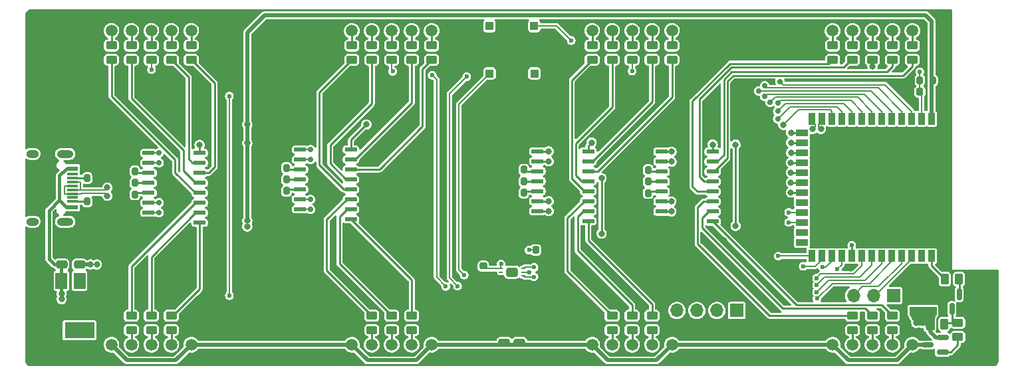
<source format=gbr>
%TF.GenerationSoftware,KiCad,Pcbnew,(6.0.9)*%
%TF.CreationDate,2022-12-22T16:46:14-05:00*%
%TF.ProjectId,Digital Clock PCB 2.0 Module Based,44696769-7461-46c2-9043-6c6f636b2050,rev?*%
%TF.SameCoordinates,Original*%
%TF.FileFunction,Copper,L1,Top*%
%TF.FilePolarity,Positive*%
%FSLAX46Y46*%
G04 Gerber Fmt 4.6, Leading zero omitted, Abs format (unit mm)*
G04 Created by KiCad (PCBNEW (6.0.9)) date 2022-12-22 16:46:14*
%MOMM*%
%LPD*%
G01*
G04 APERTURE LIST*
G04 Aperture macros list*
%AMRoundRect*
0 Rectangle with rounded corners*
0 $1 Rounding radius*
0 $2 $3 $4 $5 $6 $7 $8 $9 X,Y pos of 4 corners*
0 Add a 4 corners polygon primitive as box body*
4,1,4,$2,$3,$4,$5,$6,$7,$8,$9,$2,$3,0*
0 Add four circle primitives for the rounded corners*
1,1,$1+$1,$2,$3*
1,1,$1+$1,$4,$5*
1,1,$1+$1,$6,$7*
1,1,$1+$1,$8,$9*
0 Add four rect primitives between the rounded corners*
20,1,$1+$1,$2,$3,$4,$5,0*
20,1,$1+$1,$4,$5,$6,$7,0*
20,1,$1+$1,$6,$7,$8,$9,0*
20,1,$1+$1,$8,$9,$2,$3,0*%
G04 Aperture macros list end*
%TA.AperFunction,NonConductor*%
%ADD10C,0.020000*%
%TD*%
%TA.AperFunction,SMDPad,CuDef*%
%ADD11RoundRect,0.225000X0.225000X0.250000X-0.225000X0.250000X-0.225000X-0.250000X0.225000X-0.250000X0*%
%TD*%
%TA.AperFunction,SMDPad,CuDef*%
%ADD12RoundRect,0.250000X0.450000X-0.262500X0.450000X0.262500X-0.450000X0.262500X-0.450000X-0.262500X0*%
%TD*%
%TA.AperFunction,SMDPad,CuDef*%
%ADD13RoundRect,0.200000X-0.200000X-0.275000X0.200000X-0.275000X0.200000X0.275000X-0.200000X0.275000X0*%
%TD*%
%TA.AperFunction,SMDPad,CuDef*%
%ADD14RoundRect,0.150000X0.587500X0.150000X-0.587500X0.150000X-0.587500X-0.150000X0.587500X-0.150000X0*%
%TD*%
%TA.AperFunction,SMDPad,CuDef*%
%ADD15RoundRect,0.137500X-0.662500X-0.137500X0.662500X-0.137500X0.662500X0.137500X-0.662500X0.137500X0*%
%TD*%
%TA.AperFunction,SMDPad,CuDef*%
%ADD16RoundRect,0.250000X-0.450000X0.262500X-0.450000X-0.262500X0.450000X-0.262500X0.450000X0.262500X0*%
%TD*%
%TA.AperFunction,SMDPad,CuDef*%
%ADD17RoundRect,0.220000X-0.330000X-0.330000X0.330000X-0.330000X0.330000X0.330000X-0.330000X0.330000X0*%
%TD*%
%TA.AperFunction,SMDPad,CuDef*%
%ADD18RoundRect,0.250000X0.475000X-0.250000X0.475000X0.250000X-0.475000X0.250000X-0.475000X-0.250000X0*%
%TD*%
%TA.AperFunction,SMDPad,CuDef*%
%ADD19RoundRect,0.225000X-0.225000X-0.250000X0.225000X-0.250000X0.225000X0.250000X-0.225000X0.250000X0*%
%TD*%
%TA.AperFunction,SMDPad,CuDef*%
%ADD20RoundRect,0.300000X-0.450000X0.300000X-0.450000X-0.300000X0.450000X-0.300000X0.450000X0.300000X0*%
%TD*%
%TA.AperFunction,SMDPad,CuDef*%
%ADD21RoundRect,0.055000X-0.195000X0.055000X-0.195000X-0.055000X0.195000X-0.055000X0.195000X0.055000X0*%
%TD*%
%TA.AperFunction,SMDPad,CuDef*%
%ADD22RoundRect,0.055000X0.195000X-0.055000X0.195000X0.055000X-0.195000X0.055000X-0.195000X-0.055000X0*%
%TD*%
%TA.AperFunction,SMDPad,CuDef*%
%ADD23R,1.500000X2.000000*%
%TD*%
%TA.AperFunction,SMDPad,CuDef*%
%ADD24R,3.800000X2.000000*%
%TD*%
%TA.AperFunction,ComponentPad*%
%ADD25R,1.700000X1.700000*%
%TD*%
%TA.AperFunction,ComponentPad*%
%ADD26O,1.700000X1.700000*%
%TD*%
%TA.AperFunction,SMDPad,CuDef*%
%ADD27R,1.450000X0.600000*%
%TD*%
%TA.AperFunction,SMDPad,CuDef*%
%ADD28R,1.450000X0.300000*%
%TD*%
%TA.AperFunction,ComponentPad*%
%ADD29O,1.600000X1.000000*%
%TD*%
%TA.AperFunction,ComponentPad*%
%ADD30O,2.100000X1.000000*%
%TD*%
%TA.AperFunction,SMDPad,CuDef*%
%ADD31RoundRect,0.250000X0.262500X0.450000X-0.262500X0.450000X-0.262500X-0.450000X0.262500X-0.450000X0*%
%TD*%
%TA.AperFunction,SMDPad,CuDef*%
%ADD32RoundRect,0.150000X-0.150000X0.587500X-0.150000X-0.587500X0.150000X-0.587500X0.150000X0.587500X0*%
%TD*%
%TA.AperFunction,SMDPad,CuDef*%
%ADD33RoundRect,0.225000X-0.250000X0.225000X-0.250000X-0.225000X0.250000X-0.225000X0.250000X0.225000X0*%
%TD*%
%TA.AperFunction,SMDPad,CuDef*%
%ADD34R,0.900000X1.500000*%
%TD*%
%TA.AperFunction,SMDPad,CuDef*%
%ADD35R,1.500000X0.900000*%
%TD*%
%TA.AperFunction,ComponentPad*%
%ADD36C,0.500000*%
%TD*%
%TA.AperFunction,SMDPad,CuDef*%
%ADD37R,3.900000X3.900000*%
%TD*%
%TA.AperFunction,ComponentPad*%
%ADD38C,1.500000*%
%TD*%
%TA.AperFunction,ViaPad*%
%ADD39C,0.800000*%
%TD*%
%TA.AperFunction,ViaPad*%
%ADD40C,0.600000*%
%TD*%
%TA.AperFunction,ViaPad*%
%ADD41C,0.700000*%
%TD*%
%TA.AperFunction,Conductor*%
%ADD42C,0.250000*%
%TD*%
%TA.AperFunction,Conductor*%
%ADD43C,0.400000*%
%TD*%
%TA.AperFunction,Conductor*%
%ADD44C,0.500000*%
%TD*%
%TA.AperFunction,Conductor*%
%ADD45C,0.200000*%
%TD*%
G04 APERTURE END LIST*
D10*
G36*
X262051800Y-119481600D02*
G01*
X261747000Y-120015000D01*
X261747000Y-121386600D01*
X260731000Y-121386600D01*
X260728400Y-120802400D01*
X259435600Y-120802400D01*
X258673600Y-119481600D01*
X258673600Y-118491000D01*
X262051800Y-118491000D01*
X262051800Y-119481600D01*
G37*
X262051800Y-119481600D02*
X261747000Y-120015000D01*
X261747000Y-121386600D01*
X260731000Y-121386600D01*
X260728400Y-120802400D01*
X259435600Y-120802400D01*
X258673600Y-119481600D01*
X258673600Y-118491000D01*
X262051800Y-118491000D01*
X262051800Y-119481600D01*
D11*
%TO.P,C3,1*%
%TO.N,RST*%
X259956600Y-91109800D03*
%TO.P,C3,2*%
%TO.N,GND*%
X258406600Y-91109800D03*
%TD*%
D12*
%TO.P,R41,1*%
%TO.N,Net-(R41-Pad1)*%
X228396800Y-87018500D03*
%TO.P,R41,2*%
%TO.N,Net-(R41-Pad2)*%
X228396800Y-85193500D03*
%TD*%
D13*
%TO.P,R3,1*%
%TO.N,RST*%
X259956800Y-89636600D03*
%TO.P,R3,2*%
%TO.N,+3V3*%
X261606800Y-89636600D03*
%TD*%
D14*
%TO.P,Q1,1,G*%
%TO.N,Net-(Q1-Pad1)*%
X262858100Y-124292400D03*
%TO.P,Q1,2,S*%
%TO.N,VBUS*%
X262858100Y-122392400D03*
%TO.P,Q1,3,D*%
%TO.N,CC*%
X260983100Y-123342400D03*
%TD*%
D13*
%TO.P,R12,1*%
%TO.N,GND*%
X158356800Y-104165400D03*
%TO.P,R12,2*%
%TO.N,Net-(R12-Pad2)*%
X160006800Y-104165400D03*
%TD*%
%TO.P,R33,1*%
%TO.N,GND*%
X207886800Y-102489000D03*
%TO.P,R33,2*%
%TO.N,Net-(R33-Pad2)*%
X209536800Y-102489000D03*
%TD*%
D12*
%TO.P,R27,1*%
%TO.N,Net-(R27-Pad1)*%
X167182800Y-87018500D03*
%TO.P,R27,2*%
%TO.N,Net-(R27-Pad2)*%
X167182800Y-85193500D03*
%TD*%
D15*
%TO.P,U3,1,B*%
%TO.N,B4*%
X227077200Y-98729800D03*
%TO.P,U3,2,C*%
%TO.N,C4*%
X227077200Y-99999800D03*
%TO.P,U3,3,LT*%
%TO.N,Net-(R7-Pad2)*%
X227077200Y-101269800D03*
%TO.P,U3,4,BI*%
%TO.N,Net-(R8-Pad2)*%
X227077200Y-102539800D03*
%TO.P,U3,5,RBI*%
%TO.N,Net-(R9-Pad2)*%
X227077200Y-103809800D03*
%TO.P,U3,6,D*%
%TO.N,D4*%
X227077200Y-105079800D03*
%TO.P,U3,7,A*%
%TO.N,A4*%
X227077200Y-106349800D03*
%TO.P,U3,8,GND*%
%TO.N,GND*%
X227077200Y-107619800D03*
%TO.P,U3,9,e*%
%TO.N,Net-(R17-Pad1)*%
X233577200Y-107619800D03*
%TO.P,U3,10,d*%
%TO.N,Net-(R16-Pad1)*%
X233577200Y-106349800D03*
%TO.P,U3,11,c*%
%TO.N,Net-(R15-Pad1)*%
X233577200Y-105079800D03*
%TO.P,U3,12,b*%
%TO.N,Net-(R14-Pad1)*%
X233577200Y-103809800D03*
%TO.P,U3,13,a*%
%TO.N,Net-(R13-Pad1)*%
X233577200Y-102539800D03*
%TO.P,U3,14,g*%
%TO.N,Net-(R19-Pad1)*%
X233577200Y-101269800D03*
%TO.P,U3,15,f*%
%TO.N,Net-(R18-Pad1)*%
X233577200Y-99999800D03*
%TO.P,U3,16,VCC*%
%TO.N,+3V3*%
X233577200Y-98729800D03*
%TD*%
D16*
%TO.P,R24,1*%
%TO.N,Net-(R24-Pad1)*%
X162102800Y-119635900D03*
%TO.P,R24,2*%
%TO.N,Net-(R24-Pad2)*%
X162102800Y-121460900D03*
%TD*%
D13*
%TO.P,R2,1*%
%TO.N,Net-(J1-PadB5)*%
X153937200Y-105079800D03*
%TO.P,R2,2*%
%TO.N,GND*%
X155587200Y-105079800D03*
%TD*%
%TO.P,R1,1*%
%TO.N,Net-(J1-PadA5)*%
X153937200Y-102082600D03*
%TO.P,R1,2*%
%TO.N,GND*%
X155587200Y-102082600D03*
%TD*%
D12*
%TO.P,R49,1*%
%TO.N,Net-(R49-Pad1)*%
X197789800Y-87018500D03*
%TO.P,R49,2*%
%TO.N,Net-(R49-Pad2)*%
X197789800Y-85193500D03*
%TD*%
D17*
%TO.P,SW2,1,1*%
%TO.N,RST*%
X210850600Y-82708200D03*
X205150600Y-82708200D03*
%TO.P,SW2,2,2*%
%TO.N,GND*%
X210850600Y-86608200D03*
X205150600Y-86608200D03*
%TD*%
D16*
%TO.P,R46,1*%
%TO.N,Net-(R46-Pad1)*%
X192709800Y-119635900D03*
%TO.P,R46,2*%
%TO.N,Net-(R46-Pad2)*%
X192709800Y-121460900D03*
%TD*%
D12*
%TO.P,R20,1*%
%TO.N,IO38*%
X253923800Y-87018500D03*
%TO.P,R20,2*%
%TO.N,Net-(R20-Pad2)*%
X253923800Y-85193500D03*
%TD*%
%TO.P,R44,1*%
%TO.N,Net-(R44-Pad1)*%
X187629800Y-87018500D03*
%TO.P,R44,2*%
%TO.N,Net-(R44-Pad2)*%
X187629800Y-85193500D03*
%TD*%
D16*
%TO.P,R15,1*%
%TO.N,Net-(R15-Pad1)*%
X251383800Y-119635900D03*
%TO.P,R15,2*%
%TO.N,Net-(R15-Pad2)*%
X251383800Y-121460900D03*
%TD*%
D13*
%TO.P,R32,1*%
%TO.N,GND*%
X207886800Y-101015800D03*
%TO.P,R32,2*%
%TO.N,Net-(R32-Pad2)*%
X209536800Y-101015800D03*
%TD*%
%TO.P,R29,1*%
%TO.N,GND*%
X177660800Y-100787200D03*
%TO.P,R29,2*%
%TO.N,Net-(R29-Pad2)*%
X179310800Y-100787200D03*
%TD*%
D12*
%TO.P,R5,1*%
%TO.N,Net-(Q1-Pad1)*%
X264793100Y-122349900D03*
%TO.P,R5,2*%
%TO.N,Net-(Q2-Pad3)*%
X264793100Y-120524900D03*
%TD*%
%TO.P,R21,1*%
%TO.N,Net-(R21-Pad1)*%
X159562800Y-87018500D03*
%TO.P,R21,2*%
%TO.N,Net-(R21-Pad2)*%
X159562800Y-85193500D03*
%TD*%
%TO.P,R36,1*%
%TO.N,Net-(R36-Pad1)*%
X218236800Y-87018500D03*
%TO.P,R36,2*%
%TO.N,Net-(R36-Pad2)*%
X218236800Y-85193500D03*
%TD*%
%TO.P,R50,1*%
%TO.N,IO36*%
X192709800Y-87018500D03*
%TO.P,R50,2*%
%TO.N,Net-(R50-Pad2)*%
X192709800Y-85193500D03*
%TD*%
D15*
%TO.P,U8,1,B*%
%TO.N,B2*%
X181027000Y-98450400D03*
%TO.P,U8,2,C*%
%TO.N,C2*%
X181027000Y-99720400D03*
%TO.P,U8,3,LT*%
%TO.N,Net-(R29-Pad2)*%
X181027000Y-100990400D03*
%TO.P,U8,4,BI*%
%TO.N,Net-(R30-Pad2)*%
X181027000Y-102260400D03*
%TO.P,U8,5,RBI*%
%TO.N,Net-(R31-Pad2)*%
X181027000Y-103530400D03*
%TO.P,U8,6,D*%
%TO.N,D2*%
X181027000Y-104800400D03*
%TO.P,U8,7,A*%
%TO.N,A2*%
X181027000Y-106070400D03*
%TO.P,U8,8,GND*%
%TO.N,GND*%
X181027000Y-107340400D03*
%TO.P,U8,9,e*%
%TO.N,Net-(R47-Pad1)*%
X187527000Y-107340400D03*
%TO.P,U8,10,d*%
%TO.N,Net-(R46-Pad1)*%
X187527000Y-106070400D03*
%TO.P,U8,11,c*%
%TO.N,Net-(R45-Pad1)*%
X187527000Y-104800400D03*
%TO.P,U8,12,b*%
%TO.N,Net-(R44-Pad1)*%
X187527000Y-103530400D03*
%TO.P,U8,13,a*%
%TO.N,Net-(R43-Pad1)*%
X187527000Y-102260400D03*
%TO.P,U8,14,g*%
%TO.N,Net-(R49-Pad1)*%
X187527000Y-100990400D03*
%TO.P,U8,15,f*%
%TO.N,Net-(R48-Pad1)*%
X187527000Y-99720400D03*
%TO.P,U8,16,VCC*%
%TO.N,+3V3*%
X187527000Y-98450400D03*
%TD*%
D18*
%TO.P,C9,1*%
%TO.N,CC*%
X208991200Y-123073200D03*
%TO.P,C9,2*%
%TO.N,GND*%
X208991200Y-121173200D03*
%TD*%
D12*
%TO.P,R13,1*%
%TO.N,Net-(R13-Pad1)*%
X251383800Y-87018500D03*
%TO.P,R13,2*%
%TO.N,Net-(R13-Pad2)*%
X251383800Y-85193500D03*
%TD*%
D18*
%TO.P,C8,1*%
%TO.N,CC*%
X207035400Y-123073200D03*
%TO.P,C8,2*%
%TO.N,GND*%
X207035400Y-121173200D03*
%TD*%
D16*
%TO.P,R23,1*%
%TO.N,Net-(R23-Pad1)*%
X159562800Y-119635900D03*
%TO.P,R23,2*%
%TO.N,Net-(R23-Pad2)*%
X159562800Y-121460900D03*
%TD*%
D13*
%TO.P,R8,1*%
%TO.N,GND*%
X223711000Y-102539800D03*
%TO.P,R8,2*%
%TO.N,Net-(R8-Pad2)*%
X225361000Y-102539800D03*
%TD*%
D19*
%TO.P,C5,1*%
%TO.N,+3V3*%
X211061000Y-111252000D03*
%TO.P,C5,2*%
%TO.N,GND*%
X212611000Y-111252000D03*
%TD*%
D20*
%TO.P,PD1,*%
%TO.N,*%
X208026000Y-114071400D03*
D21*
%TO.P,PD1,1,VCC*%
%TO.N,+3V3*%
X206626000Y-113639600D03*
%TO.P,PD1,2,INT*%
%TO.N,unconnected-(PD1-Pad2)*%
X206626000Y-114071400D03*
%TO.P,PD1,3,GND*%
%TO.N,GND*%
X206626000Y-114503200D03*
D22*
%TO.P,PD1,4,SDA*%
%TO.N,SDA*%
X209426000Y-114503200D03*
%TO.P,PD1,5,DVI*%
%TO.N,+3V3*%
X209426000Y-114071400D03*
%TO.P,PD1,6,SCL*%
%TO.N,SCL*%
X209426000Y-113639600D03*
%TD*%
D23*
%TO.P,U2,1,GND*%
%TO.N,GND*%
X155258800Y-115188600D03*
D24*
%TO.P,U2,2,VO*%
%TO.N,+3V3*%
X152958800Y-121488600D03*
D23*
X152958800Y-115188600D03*
%TO.P,U2,3,VI*%
%TO.N,VBUS*%
X150658800Y-115188600D03*
%TD*%
D18*
%TO.P,C6,1*%
%TO.N,VBUS*%
X259384800Y-118983800D03*
%TO.P,C6,2*%
%TO.N,GND*%
X259384800Y-117083800D03*
%TD*%
D25*
%TO.P,J3,1,Pin_1*%
%TO.N,TMS*%
X236651800Y-118973600D03*
D26*
%TO.P,J3,2,Pin_2*%
%TO.N,TDI*%
X234111800Y-118973600D03*
%TO.P,J3,3,Pin_3*%
%TO.N,TDO*%
X231571800Y-118973600D03*
%TO.P,J3,4,Pin_4*%
%TO.N,TCK*%
X229031800Y-118973600D03*
%TD*%
D13*
%TO.P,R9,1*%
%TO.N,GND*%
X223711000Y-104013000D03*
%TO.P,R9,2*%
%TO.N,Net-(R9-Pad2)*%
X225361000Y-104013000D03*
%TD*%
D18*
%TO.P,C1,1*%
%TO.N,VBUS*%
X150672800Y-113106200D03*
%TO.P,C1,2*%
%TO.N,GND*%
X150672800Y-111206200D03*
%TD*%
D12*
%TO.P,R40,1*%
%TO.N,Net-(R40-Pad1)*%
X225856800Y-87018500D03*
%TO.P,R40,2*%
%TO.N,Net-(R40-Pad2)*%
X225856800Y-85193500D03*
%TD*%
D27*
%TO.P,J1,A1,GND*%
%TO.N,GND*%
X152049600Y-100077200D03*
%TO.P,J1,A4,VBUS*%
%TO.N,VBUS*%
X152049600Y-100877200D03*
D28*
%TO.P,J1,A5,CC1*%
%TO.N,Net-(J1-PadA5)*%
X152049600Y-102077200D03*
%TO.P,J1,A6,D+*%
%TO.N,D+*%
X152049600Y-103077200D03*
%TO.P,J1,A7,D-*%
%TO.N,D-*%
X152049600Y-103577200D03*
%TO.P,J1,A8,SBU1*%
%TO.N,unconnected-(J1-PadA8)*%
X152049600Y-104577200D03*
D27*
%TO.P,J1,A9,VBUS*%
%TO.N,VBUS*%
X152049600Y-105777200D03*
%TO.P,J1,A12,GND*%
%TO.N,GND*%
X152049600Y-106577200D03*
%TO.P,J1,B1,GND*%
X152049600Y-106577200D03*
%TO.P,J1,B4,VBUS*%
%TO.N,VBUS*%
X152049600Y-105777200D03*
D28*
%TO.P,J1,B5,CC2*%
%TO.N,Net-(J1-PadB5)*%
X152049600Y-105077200D03*
%TO.P,J1,B6,D+*%
%TO.N,D+*%
X152049600Y-104077200D03*
%TO.P,J1,B7,D-*%
%TO.N,D-*%
X152049600Y-102577200D03*
%TO.P,J1,B8,SBU2*%
%TO.N,unconnected-(J1-PadB8)*%
X152049600Y-101577200D03*
D27*
%TO.P,J1,B9,VBUS*%
%TO.N,VBUS*%
X152049600Y-100877200D03*
%TO.P,J1,B12,GND*%
%TO.N,GND*%
X152049600Y-100077200D03*
D29*
%TO.P,J1,S1,SHIELD*%
%TO.N,unconnected-(J1-PadS1)*%
X146954600Y-99007200D03*
D30*
X151134600Y-107647200D03*
D29*
X146954600Y-107647200D03*
D30*
X151134600Y-99007200D03*
%TD*%
D12*
%TO.P,R18,1*%
%TO.N,Net-(R18-Pad1)*%
X256463800Y-87018500D03*
%TO.P,R18,2*%
%TO.N,Net-(R18-Pad2)*%
X256463800Y-85193500D03*
%TD*%
D13*
%TO.P,R11,1*%
%TO.N,GND*%
X158356800Y-102692200D03*
%TO.P,R11,2*%
%TO.N,Net-(R11-Pad2)*%
X160006800Y-102692200D03*
%TD*%
D12*
%TO.P,R14,1*%
%TO.N,Net-(R14-Pad1)*%
X248843800Y-87018500D03*
%TO.P,R14,2*%
%TO.N,Net-(R14-Pad2)*%
X248843800Y-85193500D03*
%TD*%
D17*
%TO.P,SW1,1,1*%
%TO.N,Net-(SW1-Pad1)*%
X210876000Y-88753400D03*
X205176000Y-88753400D03*
%TO.P,SW1,2,2*%
%TO.N,GND*%
X210876000Y-92653400D03*
X205176000Y-92653400D03*
%TD*%
D13*
%TO.P,R30,1*%
%TO.N,GND*%
X177660800Y-102260400D03*
%TO.P,R30,2*%
%TO.N,Net-(R30-Pad2)*%
X179310800Y-102260400D03*
%TD*%
D18*
%TO.P,C2,1*%
%TO.N,+3V3*%
X152958800Y-113116400D03*
%TO.P,C2,2*%
%TO.N,GND*%
X152958800Y-111216400D03*
%TD*%
D16*
%TO.P,R39,1*%
%TO.N,Net-(R39-Pad1)*%
X225856800Y-119635900D03*
%TO.P,R39,2*%
%TO.N,Net-(R39-Pad2)*%
X225856800Y-121460900D03*
%TD*%
D31*
%TO.P,R4,1*%
%TO.N,Net-(Q2-Pad1)*%
X264947400Y-114960400D03*
%TO.P,R4,2*%
%TO.N,LED*%
X263122400Y-114960400D03*
%TD*%
D32*
%TO.P,Q2,1,G*%
%TO.N,Net-(Q2-Pad1)*%
X264983000Y-116893100D03*
%TO.P,Q2,2,S*%
%TO.N,GND*%
X263083000Y-116893100D03*
%TO.P,Q2,3,D*%
%TO.N,Net-(Q2-Pad3)*%
X264033000Y-118768100D03*
%TD*%
D13*
%TO.P,R31,1*%
%TO.N,GND*%
X177660800Y-103733600D03*
%TO.P,R31,2*%
%TO.N,Net-(R31-Pad2)*%
X179310800Y-103733600D03*
%TD*%
D12*
%TO.P,R43,1*%
%TO.N,Net-(R43-Pad1)*%
X190169800Y-87018500D03*
%TO.P,R43,2*%
%TO.N,Net-(R43-Pad2)*%
X190169800Y-85193500D03*
%TD*%
D16*
%TO.P,R25,1*%
%TO.N,Net-(R25-Pad1)*%
X164642800Y-119635900D03*
%TO.P,R25,2*%
%TO.N,Net-(R25-Pad2)*%
X164642800Y-121460900D03*
%TD*%
D25*
%TO.P,J2,1,Pin_1*%
%TO.N,VBUS*%
X256590800Y-117068600D03*
D26*
%TO.P,J2,2,Pin_2*%
%TO.N,TX*%
X254050800Y-117068600D03*
%TO.P,J2,3,Pin_3*%
%TO.N,RX*%
X251510800Y-117068600D03*
%TO.P,J2,4,Pin_4*%
%TO.N,GND*%
X248970800Y-117068600D03*
%TD*%
D12*
%TO.P,R19,1*%
%TO.N,Net-(R19-Pad1)*%
X259003800Y-87018500D03*
%TO.P,R19,2*%
%TO.N,Net-(R19-Pad2)*%
X259003800Y-85193500D03*
%TD*%
%TO.P,R48,1*%
%TO.N,Net-(R48-Pad1)*%
X195249800Y-87018500D03*
%TO.P,R48,2*%
%TO.N,Net-(R48-Pad2)*%
X195249800Y-85193500D03*
%TD*%
D16*
%TO.P,R37,1*%
%TO.N,Net-(R37-Pad1)*%
X220776800Y-119635900D03*
%TO.P,R37,2*%
%TO.N,Net-(R37-Pad2)*%
X220776800Y-121460900D03*
%TD*%
D13*
%TO.P,R34,1*%
%TO.N,GND*%
X207886800Y-103962200D03*
%TO.P,R34,2*%
%TO.N,Net-(R34-Pad2)*%
X209536800Y-103962200D03*
%TD*%
%TO.P,R10,1*%
%TO.N,GND*%
X158356800Y-101219000D03*
%TO.P,R10,2*%
%TO.N,Net-(R10-Pad2)*%
X160006800Y-101219000D03*
%TD*%
D16*
%TO.P,R45,1*%
%TO.N,Net-(R45-Pad1)*%
X190169800Y-119635900D03*
%TO.P,R45,2*%
%TO.N,Net-(R45-Pad2)*%
X190169800Y-121460900D03*
%TD*%
D13*
%TO.P,R7,1*%
%TO.N,GND*%
X223711000Y-101066600D03*
%TO.P,R7,2*%
%TO.N,Net-(R7-Pad2)*%
X225361000Y-101066600D03*
%TD*%
D18*
%TO.P,C7,1*%
%TO.N,VBUS*%
X261340600Y-118983800D03*
%TO.P,C7,2*%
%TO.N,GND*%
X261340600Y-117083800D03*
%TD*%
D12*
%TO.P,R26,1*%
%TO.N,Net-(R26-Pad1)*%
X164642800Y-87018500D03*
%TO.P,R26,2*%
%TO.N,Net-(R26-Pad2)*%
X164642800Y-85193500D03*
%TD*%
D16*
%TO.P,R47,1*%
%TO.N,Net-(R47-Pad1)*%
X195249800Y-119635900D03*
%TO.P,R47,2*%
%TO.N,Net-(R47-Pad2)*%
X195249800Y-121460900D03*
%TD*%
D15*
%TO.P,U7,1,B*%
%TO.N,B3*%
X211253000Y-98679000D03*
%TO.P,U7,2,C*%
%TO.N,C3*%
X211253000Y-99949000D03*
%TO.P,U7,3,LT*%
%TO.N,Net-(R32-Pad2)*%
X211253000Y-101219000D03*
%TO.P,U7,4,BI*%
%TO.N,Net-(R33-Pad2)*%
X211253000Y-102489000D03*
%TO.P,U7,5,RBI*%
%TO.N,Net-(R34-Pad2)*%
X211253000Y-103759000D03*
%TO.P,U7,6,D*%
%TO.N,D3*%
X211253000Y-105029000D03*
%TO.P,U7,7,A*%
%TO.N,A3*%
X211253000Y-106299000D03*
%TO.P,U7,8,GND*%
%TO.N,GND*%
X211253000Y-107569000D03*
%TO.P,U7,9,e*%
%TO.N,Net-(R39-Pad1)*%
X217753000Y-107569000D03*
%TO.P,U7,10,d*%
%TO.N,Net-(R38-Pad1)*%
X217753000Y-106299000D03*
%TO.P,U7,11,c*%
%TO.N,Net-(R37-Pad1)*%
X217753000Y-105029000D03*
%TO.P,U7,12,b*%
%TO.N,Net-(R36-Pad1)*%
X217753000Y-103759000D03*
%TO.P,U7,13,a*%
%TO.N,Net-(R35-Pad1)*%
X217753000Y-102489000D03*
%TO.P,U7,14,g*%
%TO.N,Net-(R41-Pad1)*%
X217753000Y-101219000D03*
%TO.P,U7,15,f*%
%TO.N,Net-(R40-Pad1)*%
X217753000Y-99949000D03*
%TO.P,U7,16,VCC*%
%TO.N,+3V3*%
X217753000Y-98679000D03*
%TD*%
D16*
%TO.P,R38,1*%
%TO.N,Net-(R38-Pad1)*%
X223316800Y-119635900D03*
%TO.P,R38,2*%
%TO.N,Net-(R38-Pad2)*%
X223316800Y-121460900D03*
%TD*%
D12*
%TO.P,R42,1*%
%TO.N,IO35*%
X223316800Y-87018500D03*
%TO.P,R42,2*%
%TO.N,Net-(R42-Pad2)*%
X223316800Y-85193500D03*
%TD*%
D33*
%TO.P,C4,1*%
%TO.N,+3V3*%
X204368400Y-113296400D03*
%TO.P,C4,2*%
%TO.N,GND*%
X204368400Y-114846400D03*
%TD*%
D12*
%TO.P,R28,1*%
%TO.N,IO37*%
X162102800Y-87018500D03*
%TO.P,R28,2*%
%TO.N,Net-(R28-Pad2)*%
X162102800Y-85193500D03*
%TD*%
D31*
%TO.P,R6,1*%
%TO.N,Net-(Q2-Pad3)*%
X263065900Y-120700800D03*
%TO.P,R6,2*%
%TO.N,VBUS*%
X261240900Y-120700800D03*
%TD*%
D12*
%TO.P,R35,1*%
%TO.N,Net-(R35-Pad1)*%
X220776800Y-87018500D03*
%TO.P,R35,2*%
%TO.N,Net-(R35-Pad2)*%
X220776800Y-85193500D03*
%TD*%
%TO.P,R22,1*%
%TO.N,Net-(R22-Pad1)*%
X157022800Y-87018500D03*
%TO.P,R22,2*%
%TO.N,Net-(R22-Pad2)*%
X157022800Y-85193500D03*
%TD*%
D34*
%TO.P,U1,1,GND*%
%TO.N,GND*%
X262714400Y-94526400D03*
%TO.P,U1,2,VCC*%
%TO.N,+3V3*%
X261444400Y-94526400D03*
%TO.P,U1,3,EN*%
%TO.N,RST*%
X260174400Y-94526400D03*
%TO.P,U1,4,IO4*%
%TO.N,B1*%
X258904400Y-94526400D03*
%TO.P,U1,5,IO5*%
%TO.N,C1*%
X257634400Y-94526400D03*
%TO.P,U1,6,IO6*%
%TO.N,D1*%
X256364400Y-94526400D03*
%TO.P,U1,7,IO7*%
%TO.N,A1*%
X255094400Y-94526400D03*
%TO.P,U1,8,IO15*%
%TO.N,B2*%
X253824400Y-94526400D03*
%TO.P,U1,9,IO16*%
%TO.N,C2*%
X252554400Y-94526400D03*
%TO.P,U1,10,IO17*%
%TO.N,D2*%
X251284400Y-94526400D03*
%TO.P,U1,11,IO18*%
%TO.N,A2*%
X250014400Y-94526400D03*
%TO.P,U1,12,IO8*%
%TO.N,B3*%
X248744400Y-94526400D03*
%TO.P,U1,13,IO19*%
%TO.N,D-*%
X247474400Y-94526400D03*
%TO.P,U1,14,IO20*%
%TO.N,D+*%
X246204400Y-94526400D03*
D35*
%TO.P,U1,15,IO3*%
%TO.N,C3*%
X244954400Y-96291400D03*
%TO.P,U1,16,IO46*%
%TO.N,D3*%
X244954400Y-97561400D03*
%TO.P,U1,17,IO9*%
%TO.N,A3*%
X244954400Y-98831400D03*
%TO.P,U1,18,IO10*%
%TO.N,B4*%
X244954400Y-100101400D03*
%TO.P,U1,19,IO11*%
%TO.N,C4*%
X244954400Y-101371400D03*
%TO.P,U1,20,IO12*%
%TO.N,D4*%
X244954400Y-102641400D03*
%TO.P,U1,21,IO13*%
%TO.N,A4*%
X244954400Y-103911400D03*
%TO.P,U1,22,IO14*%
%TO.N,unconnected-(U1-Pad22)*%
X244954400Y-105181400D03*
%TO.P,U1,23,IO21*%
%TO.N,SCL*%
X244954400Y-106451400D03*
%TO.P,U1,24,IO33*%
%TO.N,SDA*%
X244954400Y-107721400D03*
%TO.P,U1,25,IO34*%
%TO.N,unconnected-(U1-Pad25)*%
X244954400Y-108991400D03*
%TO.P,U1,26,IO45*%
%TO.N,unconnected-(U1-Pad26)*%
X244954400Y-110261400D03*
D34*
%TO.P,U1,27,IO0*%
%TO.N,Net-(SW1-Pad1)*%
X246204400Y-112026400D03*
%TO.P,U1,28,IO35*%
%TO.N,IO35*%
X247474400Y-112026400D03*
%TO.P,U1,29,IO36*%
%TO.N,IO36*%
X248744400Y-112026400D03*
%TO.P,U1,30,IO37*%
%TO.N,IO37*%
X250014400Y-112026400D03*
%TO.P,U1,31,IO38*%
%TO.N,IO38*%
X251284400Y-112026400D03*
%TO.P,U1,32,IO39*%
%TO.N,TCK*%
X252554400Y-112026400D03*
%TO.P,U1,33,IO40*%
%TO.N,TDO*%
X253824400Y-112026400D03*
%TO.P,U1,34,IO41*%
%TO.N,TDI*%
X255094400Y-112026400D03*
%TO.P,U1,35,IO42*%
%TO.N,TMS*%
X256364400Y-112026400D03*
%TO.P,U1,36,RX*%
%TO.N,RX*%
X257634400Y-112026400D03*
%TO.P,U1,37,TX*%
%TO.N,TX*%
X258904400Y-112026400D03*
%TO.P,U1,38,IO2*%
%TO.N,unconnected-(U1-Pad38)*%
X260174400Y-112026400D03*
%TO.P,U1,39,IO1*%
%TO.N,LED*%
X261444400Y-112026400D03*
%TO.P,U1,40,GND*%
%TO.N,GND*%
X262714400Y-112026400D03*
D36*
%TO.P,U1,41,EPAD*%
X255694400Y-103176400D03*
X254994400Y-102476400D03*
X253594400Y-102476400D03*
X255694400Y-101776400D03*
X254994400Y-101076400D03*
X255694400Y-100376400D03*
X256394400Y-102476400D03*
D37*
X254994400Y-101776400D03*
D36*
X254294400Y-101776400D03*
X254294400Y-100376400D03*
X256394400Y-101076400D03*
X254294400Y-103176400D03*
X253594400Y-101076400D03*
%TD*%
D16*
%TO.P,R16,1*%
%TO.N,Net-(R16-Pad1)*%
X253923800Y-119635900D03*
%TO.P,R16,2*%
%TO.N,Net-(R16-Pad2)*%
X253923800Y-121460900D03*
%TD*%
%TO.P,R17,1*%
%TO.N,Net-(R17-Pad1)*%
X256463800Y-119635900D03*
%TO.P,R17,2*%
%TO.N,Net-(R17-Pad2)*%
X256463800Y-121460900D03*
%TD*%
D15*
%TO.P,U4,1,B*%
%TO.N,B1*%
X161748400Y-98882200D03*
%TO.P,U4,2,C*%
%TO.N,C1*%
X161748400Y-100152200D03*
%TO.P,U4,3,LT*%
%TO.N,Net-(R10-Pad2)*%
X161748400Y-101422200D03*
%TO.P,U4,4,BI*%
%TO.N,Net-(R11-Pad2)*%
X161748400Y-102692200D03*
%TO.P,U4,5,RBI*%
%TO.N,Net-(R12-Pad2)*%
X161748400Y-103962200D03*
%TO.P,U4,6,D*%
%TO.N,D1*%
X161748400Y-105232200D03*
%TO.P,U4,7,A*%
%TO.N,A1*%
X161748400Y-106502200D03*
%TO.P,U4,8,GND*%
%TO.N,GND*%
X161748400Y-107772200D03*
%TO.P,U4,9,e*%
%TO.N,Net-(R25-Pad1)*%
X168248400Y-107772200D03*
%TO.P,U4,10,d*%
%TO.N,Net-(R24-Pad1)*%
X168248400Y-106502200D03*
%TO.P,U4,11,c*%
%TO.N,Net-(R23-Pad1)*%
X168248400Y-105232200D03*
%TO.P,U4,12,b*%
%TO.N,Net-(R22-Pad1)*%
X168248400Y-103962200D03*
%TO.P,U4,13,a*%
%TO.N,Net-(R21-Pad1)*%
X168248400Y-102692200D03*
%TO.P,U4,14,g*%
%TO.N,Net-(R27-Pad1)*%
X168248400Y-101422200D03*
%TO.P,U4,15,f*%
%TO.N,Net-(R26-Pad1)*%
X168248400Y-100152200D03*
%TO.P,U4,16,VCC*%
%TO.N,+3V3*%
X168248400Y-98882200D03*
%TD*%
D38*
%TO.P,U5,1,CC*%
%TO.N,CC*%
X259003800Y-123327200D03*
%TO.P,U5,2,E*%
%TO.N,Net-(R17-Pad2)*%
X256463800Y-123327200D03*
%TO.P,U5,3,D*%
%TO.N,Net-(R16-Pad2)*%
X253923800Y-123327200D03*
%TO.P,U5,4,C*%
%TO.N,Net-(R15-Pad2)*%
X251383800Y-123327200D03*
%TO.P,U5,5,CC*%
%TO.N,CC*%
X248843800Y-123327200D03*
%TO.P,U5,6,B*%
%TO.N,Net-(R14-Pad2)*%
X248843800Y-83327200D03*
%TO.P,U5,7,A*%
%TO.N,Net-(R13-Pad2)*%
X251383800Y-83327200D03*
%TO.P,U5,8,DP*%
%TO.N,Net-(R20-Pad2)*%
X253923800Y-83327200D03*
%TO.P,U5,9,F*%
%TO.N,Net-(R18-Pad2)*%
X256463800Y-83327200D03*
%TO.P,U5,10,G*%
%TO.N,Net-(R19-Pad2)*%
X259003800Y-83327200D03*
%TD*%
%TO.P,U10,1,CC*%
%TO.N,CC*%
X197789800Y-123327200D03*
%TO.P,U10,2,E*%
%TO.N,Net-(R47-Pad2)*%
X195249800Y-123327200D03*
%TO.P,U10,3,D*%
%TO.N,Net-(R46-Pad2)*%
X192709800Y-123327200D03*
%TO.P,U10,4,C*%
%TO.N,Net-(R45-Pad2)*%
X190169800Y-123327200D03*
%TO.P,U10,5,CC*%
%TO.N,CC*%
X187629800Y-123327200D03*
%TO.P,U10,6,B*%
%TO.N,Net-(R44-Pad2)*%
X187629800Y-83327200D03*
%TO.P,U10,7,A*%
%TO.N,Net-(R43-Pad2)*%
X190169800Y-83327200D03*
%TO.P,U10,8,DP*%
%TO.N,Net-(R50-Pad2)*%
X192709800Y-83327200D03*
%TO.P,U10,9,F*%
%TO.N,Net-(R48-Pad2)*%
X195249800Y-83327200D03*
%TO.P,U10,10,G*%
%TO.N,Net-(R49-Pad2)*%
X197789800Y-83327200D03*
%TD*%
%TO.P,U9,1,CC*%
%TO.N,CC*%
X228396800Y-123327200D03*
%TO.P,U9,2,E*%
%TO.N,Net-(R39-Pad2)*%
X225856800Y-123327200D03*
%TO.P,U9,3,D*%
%TO.N,Net-(R38-Pad2)*%
X223316800Y-123327200D03*
%TO.P,U9,4,C*%
%TO.N,Net-(R37-Pad2)*%
X220776800Y-123327200D03*
%TO.P,U9,5,CC*%
%TO.N,CC*%
X218236800Y-123327200D03*
%TO.P,U9,6,B*%
%TO.N,Net-(R36-Pad2)*%
X218236800Y-83327200D03*
%TO.P,U9,7,A*%
%TO.N,Net-(R35-Pad2)*%
X220776800Y-83327200D03*
%TO.P,U9,8,DP*%
%TO.N,Net-(R42-Pad2)*%
X223316800Y-83327200D03*
%TO.P,U9,9,F*%
%TO.N,Net-(R40-Pad2)*%
X225856800Y-83327200D03*
%TO.P,U9,10,G*%
%TO.N,Net-(R41-Pad2)*%
X228396800Y-83327200D03*
%TD*%
%TO.P,U6,1,CC*%
%TO.N,CC*%
X167182800Y-123327200D03*
%TO.P,U6,2,E*%
%TO.N,Net-(R25-Pad2)*%
X164642800Y-123327200D03*
%TO.P,U6,3,D*%
%TO.N,Net-(R24-Pad2)*%
X162102800Y-123327200D03*
%TO.P,U6,4,C*%
%TO.N,Net-(R23-Pad2)*%
X159562800Y-123327200D03*
%TO.P,U6,5,CC*%
%TO.N,CC*%
X157022800Y-123327200D03*
%TO.P,U6,6,B*%
%TO.N,Net-(R22-Pad2)*%
X157022800Y-83327200D03*
%TO.P,U6,7,A*%
%TO.N,Net-(R21-Pad2)*%
X159562800Y-83327200D03*
%TO.P,U6,8,DP*%
%TO.N,Net-(R28-Pad2)*%
X162102800Y-83327200D03*
%TO.P,U6,9,F*%
%TO.N,Net-(R26-Pad2)*%
X164642800Y-83327200D03*
%TO.P,U6,10,G*%
%TO.N,Net-(R27-Pad2)*%
X167182800Y-83327200D03*
%TD*%
D39*
%TO.N,GND*%
X262991600Y-83642200D03*
X255041400Y-106781600D03*
X261975600Y-102844600D03*
X259486400Y-98323400D03*
X249936000Y-105867200D03*
X258800600Y-105816400D03*
X262940800Y-118872000D03*
X156387800Y-125196600D03*
X155143200Y-110921800D03*
X148412200Y-120040400D03*
X155397200Y-118440200D03*
D40*
X216763600Y-117094000D03*
X217068400Y-110032800D03*
X221792800Y-115493800D03*
X218465400Y-115519200D03*
X224409000Y-115493800D03*
X230352600Y-110083600D03*
X240284000Y-111937800D03*
X241909600Y-113258600D03*
X243255800Y-115519200D03*
X235229400Y-115493800D03*
X240385600Y-115493800D03*
X237947200Y-115493800D03*
D39*
%TO.N,VBUS*%
X150672800Y-117525800D03*
X150672800Y-116840000D03*
%TO.N,+3V3*%
X154355800Y-113106200D03*
X155168600Y-113106200D03*
D40*
%TO.N,RST*%
X259943600Y-88544400D03*
X215569800Y-84556600D03*
D39*
%TO.N,GND*%
X227584000Y-116992400D03*
D40*
X199237600Y-99085400D03*
X155752800Y-95300800D03*
X237667800Y-83769200D03*
X230073200Y-85217000D03*
X213842600Y-85115400D03*
X171094400Y-99517200D03*
D39*
X235000800Y-110083600D03*
D40*
X204343000Y-99085400D03*
X258597400Y-89839800D03*
X170662600Y-105867200D03*
X234975400Y-87096600D03*
D39*
X199237600Y-103784400D03*
X189509400Y-103682800D03*
X214477600Y-99796600D03*
X171018200Y-104267000D03*
X210947000Y-121894600D03*
D40*
X183972200Y-105460800D03*
D39*
X197434200Y-100736400D03*
X171018200Y-92684600D03*
X267690600Y-122631200D03*
X168910000Y-96596200D03*
X160248600Y-99974400D03*
X237693200Y-98526600D03*
D40*
X199263000Y-105460800D03*
D39*
X197129400Y-107518200D03*
D40*
X196570600Y-99085400D03*
X229997000Y-83718400D03*
D39*
X173075600Y-112141000D03*
X221005400Y-103098600D03*
X258064000Y-121843800D03*
D40*
X173482000Y-85166200D03*
D39*
X263017000Y-110413800D03*
D40*
X188874400Y-87071200D03*
X229768400Y-87122000D03*
X173075600Y-99517200D03*
D39*
X221996000Y-118694200D03*
X171069000Y-101244400D03*
X189204600Y-107594400D03*
X223951800Y-97561400D03*
X199186800Y-110312200D03*
X259105400Y-113817400D03*
X238480600Y-108254800D03*
X253542800Y-110312200D03*
D40*
X190830200Y-99085400D03*
D39*
X173024800Y-101803200D03*
D40*
X156794200Y-102108000D03*
D39*
X214376000Y-116382800D03*
D40*
X195453000Y-105460800D03*
D39*
X187147200Y-108280200D03*
X206502000Y-104165400D03*
D40*
X219506800Y-87757000D03*
D39*
X235254800Y-103454200D03*
X252628400Y-96418400D03*
D40*
X153822400Y-98526600D03*
X175361600Y-99517200D03*
D39*
X214376000Y-95834200D03*
X241858800Y-98145600D03*
X179882800Y-110236000D03*
D40*
X257048000Y-90170000D03*
X160807400Y-85166200D03*
X246253000Y-83743800D03*
D39*
X251104400Y-113563400D03*
X261670800Y-115773200D03*
D40*
X149860000Y-109169200D03*
D39*
X243027200Y-110286800D03*
D40*
X208838800Y-87274400D03*
D39*
X237794800Y-103505000D03*
X241554000Y-103022400D03*
D40*
X260502400Y-86106000D03*
D39*
X198704200Y-116890800D03*
X262763000Y-96012000D03*
D40*
X200202800Y-87071200D03*
X250113800Y-86156800D03*
D39*
X160883600Y-114401600D03*
D40*
X247243600Y-85547200D03*
X259181600Y-92405200D03*
D39*
X163677600Y-112014000D03*
D40*
X255193800Y-86080600D03*
X155727400Y-90297000D03*
D39*
X249301000Y-96291400D03*
X219430600Y-97231200D03*
X202158600Y-110236000D03*
X165963600Y-96926400D03*
D40*
X186385200Y-85217000D03*
X191439800Y-85191600D03*
X257581400Y-88112600D03*
D39*
X267639800Y-115443000D03*
D40*
X185851800Y-99085400D03*
D39*
X232664000Y-110083600D03*
X231267000Y-121996200D03*
X209397600Y-105435400D03*
D40*
X209905600Y-85166200D03*
D39*
X159283400Y-111912400D03*
X220497400Y-101092000D03*
X204647800Y-121818400D03*
X187706000Y-110261400D03*
X199263000Y-107467400D03*
D40*
X196519800Y-85166200D03*
D39*
X207695800Y-110337600D03*
D40*
X227126800Y-87757000D03*
X173482000Y-87020400D03*
D39*
X205663800Y-100660200D03*
X173101000Y-96291400D03*
D40*
X252628400Y-86080600D03*
X202387200Y-105460800D03*
X163372800Y-87020400D03*
D39*
X248843800Y-109169200D03*
D40*
X158318200Y-87096600D03*
D39*
X246684800Y-110286800D03*
D40*
X203657200Y-85115400D03*
D39*
X177393600Y-96113600D03*
X185623200Y-103962200D03*
D40*
X193954400Y-87045800D03*
X165201600Y-105867200D03*
X153898600Y-88036400D03*
X232562400Y-97586800D03*
X222021400Y-87731600D03*
X157353000Y-105029000D03*
X182778400Y-87071200D03*
D39*
X179374800Y-105257600D03*
D40*
X184175400Y-99085400D03*
D39*
X185216800Y-107772200D03*
X175945800Y-103936800D03*
X229158800Y-103098600D03*
D40*
X155778200Y-87147400D03*
D39*
X173075600Y-108788200D03*
X225221800Y-98831400D03*
D40*
X175133000Y-87045800D03*
X155702000Y-85217000D03*
X216814400Y-87122000D03*
D39*
X182956200Y-107467400D03*
D40*
X168529000Y-87045800D03*
D39*
X218668600Y-121716800D03*
X247040400Y-121920000D03*
X175717200Y-108102400D03*
X247700800Y-101600000D03*
D40*
X224586800Y-87858600D03*
D39*
X202260200Y-107518200D03*
X161721800Y-97764600D03*
D40*
X157784800Y-100025200D03*
D39*
X246786400Y-98425000D03*
X265557000Y-118948200D03*
X167233600Y-114122200D03*
D40*
X165862000Y-85166200D03*
D39*
X224637600Y-118491000D03*
X205435200Y-114630200D03*
X169189400Y-111988600D03*
X171221400Y-114046000D03*
X192201800Y-110286800D03*
D40*
X148183600Y-111379000D03*
D39*
X263372600Y-113411000D03*
X263423400Y-92938600D03*
X185242200Y-110236000D03*
X182829200Y-101523800D03*
X175590200Y-97866200D03*
X220853000Y-110109000D03*
D40*
X153771600Y-93040200D03*
D39*
X202361800Y-103632000D03*
X212598000Y-110185200D03*
X218998800Y-119532400D03*
X160909000Y-88265000D03*
D40*
X175183800Y-85166200D03*
D39*
X164109400Y-101168200D03*
X224256600Y-106299000D03*
%TO.N,+3V3*%
X236499400Y-97815400D03*
X236499400Y-108178600D03*
X219430600Y-109169200D03*
D40*
X210185000Y-111252000D03*
D39*
X189484000Y-95250000D03*
X219430600Y-102108000D03*
X233578400Y-97815400D03*
X174320200Y-107518200D03*
X168249600Y-97866200D03*
X174320200Y-97637600D03*
D40*
X210185000Y-114071400D03*
X206629000Y-113030000D03*
D39*
X174320200Y-108254800D03*
X174320200Y-95250000D03*
X218160600Y-97561400D03*
%TO.N,VBUS*%
X260223000Y-120548400D03*
X259511800Y-120548400D03*
D40*
%TO.N,Net-(SW1-Pad1)*%
X201930000Y-114452400D03*
X241922000Y-112026400D03*
D39*
%TO.N,D+*%
X246314400Y-95834200D03*
X156495938Y-104352200D03*
%TO.N,D-*%
X247364400Y-95834200D03*
X156495938Y-103302200D03*
D40*
%TO.N,TMS*%
X246862600Y-117449600D03*
%TO.N,TDI*%
X246811800Y-116611400D03*
%TO.N,TDO*%
X246811800Y-115722400D03*
%TO.N,TCK*%
X246811800Y-114833400D03*
D41*
%TO.N,A1*%
X240182400Y-91668600D03*
X163093400Y-106502200D03*
%TO.N,B1*%
X242138200Y-89789000D03*
X163093400Y-98882200D03*
%TO.N,C1*%
X240233200Y-90346300D03*
X163093400Y-100152200D03*
%TO.N,D1*%
X239420400Y-90982800D03*
X163093400Y-105232200D03*
%TO.N,A2*%
X182372000Y-106070400D03*
X241858800Y-94564200D03*
%TO.N,B2*%
X240893600Y-92430600D03*
X182372000Y-98450400D03*
%TO.N,C2*%
X241884200Y-92506800D03*
X182372000Y-99720400D03*
%TO.N,D2*%
X182372000Y-104800400D03*
X241858800Y-93573600D03*
D39*
%TO.N,A3*%
X212699600Y-106299000D03*
X243560600Y-98831400D03*
%TO.N,B3*%
X212699600Y-98679000D03*
X242570000Y-95300800D03*
%TO.N,C3*%
X243560600Y-96291400D03*
X212699600Y-99949000D03*
%TO.N,D3*%
X212699600Y-105029000D03*
X243560600Y-97561400D03*
%TO.N,A4*%
X243535200Y-103911400D03*
X228320600Y-106349800D03*
%TO.N,B4*%
X228346000Y-98729800D03*
X243535200Y-100101400D03*
%TO.N,C4*%
X228346000Y-99999800D03*
X243535200Y-101371400D03*
%TO.N,D4*%
X243535200Y-102641400D03*
X228320600Y-105079800D03*
D40*
%TO.N,SDA*%
X243255800Y-107721400D03*
X210820000Y-114681000D03*
%TO.N,SCL*%
X243255800Y-106451400D03*
X210820000Y-113461800D03*
D39*
%TO.N,IO38*%
X253923800Y-87833200D03*
D40*
X251282200Y-110667800D03*
%TO.N,IO35*%
X202260200Y-89154000D03*
X223316800Y-88442800D03*
X201091800Y-115849400D03*
X245110000Y-113334800D03*
%TO.N,IO37*%
X172034200Y-117068600D03*
X172034200Y-91643200D03*
X249450287Y-113719700D03*
X162128200Y-88265000D03*
%TO.N,IO36*%
X247548400Y-113436400D03*
X199593200Y-115900200D03*
X197866000Y-88976200D03*
X192836800Y-88493600D03*
%TD*%
D42*
%TO.N,Net-(Q2-Pad3)*%
X264033000Y-118768100D02*
X264033000Y-119989600D01*
X264033000Y-119989600D02*
X264033000Y-120497600D01*
X264793100Y-120524900D02*
X264568300Y-120524900D01*
X264568300Y-120524900D02*
X264033000Y-119989600D01*
X264793100Y-120524900D02*
X264005700Y-120524900D01*
X264005700Y-120524900D02*
X263241800Y-120524900D01*
X264033000Y-120497600D02*
X264005700Y-120524900D01*
D43*
%TO.N,VBUS*%
X150672800Y-116840000D02*
X150672800Y-117525800D01*
X150658800Y-115188600D02*
X150658800Y-116826000D01*
X150658800Y-116826000D02*
X150672800Y-116840000D01*
D42*
%TO.N,+3V3*%
X154345600Y-113116400D02*
X154355800Y-113106200D01*
D44*
X152958800Y-113116400D02*
X154345600Y-113116400D01*
D43*
%TO.N,VBUS*%
X150658800Y-113120200D02*
X149797800Y-113120200D01*
X149797800Y-113120200D02*
X149057400Y-112379800D01*
X149057400Y-112379800D02*
X149057400Y-106212600D01*
X149057400Y-106212600D02*
X150393400Y-104876600D01*
X150658800Y-115188600D02*
X150658800Y-113120200D01*
D44*
X150658800Y-113120200D02*
X150672800Y-113106200D01*
D45*
%TO.N,RST*%
X259956800Y-88557600D02*
X259943600Y-88544400D01*
X213721400Y-82708200D02*
X215569800Y-84556600D01*
X259956800Y-91109600D02*
X259956600Y-91109800D01*
X260174400Y-91327600D02*
X259956600Y-91109800D01*
X260174400Y-94526400D02*
X260174400Y-91327600D01*
X259956800Y-89636600D02*
X259956800Y-91109600D01*
X259956800Y-89636600D02*
X259956800Y-88557600D01*
X210850600Y-82708200D02*
X213721400Y-82708200D01*
D42*
%TO.N,Net-(R34-Pad2)*%
X209740000Y-103759000D02*
X209536800Y-103962200D01*
X211253000Y-103759000D02*
X209740000Y-103759000D01*
%TO.N,+3V3*%
X236499400Y-108178600D02*
X236499400Y-97815400D01*
D44*
X260705600Y-81330800D02*
X261444400Y-82069600D01*
D45*
X206626000Y-113639600D02*
X206626000Y-113033000D01*
X210185000Y-111252000D02*
X211061000Y-111252000D01*
X210210400Y-111252000D02*
X210185000Y-111277400D01*
D42*
X217753000Y-98679000D02*
X217753000Y-97969000D01*
X187527000Y-98450400D02*
X187527000Y-97207000D01*
X233577200Y-97816600D02*
X233578400Y-97815400D01*
X217753000Y-97969000D02*
X218160600Y-97561400D01*
X168248400Y-97867400D02*
X168249600Y-97866200D01*
D45*
X209426000Y-114071400D02*
X210185000Y-114071400D01*
D42*
X187527000Y-97207000D02*
X189484000Y-95250000D01*
D45*
X206626000Y-113639600D02*
X204711600Y-113639600D01*
X204711600Y-113639600D02*
X204368400Y-113296400D01*
D42*
X233577200Y-98729800D02*
X233577200Y-97816600D01*
D44*
X174320200Y-107518200D02*
X174320200Y-83540600D01*
X174320200Y-83540600D02*
X176530000Y-81330800D01*
D42*
X168248400Y-98882200D02*
X168248400Y-97867400D01*
D45*
X206626000Y-113033000D02*
X206629000Y-113030000D01*
D44*
X176530000Y-81330800D02*
X260705600Y-81330800D01*
D42*
X219430600Y-102108000D02*
X219430600Y-109169200D01*
D44*
X261444400Y-82069600D02*
X261444400Y-94526400D01*
D42*
%TO.N,Net-(R7-Pad2)*%
X225564200Y-101269800D02*
X225361000Y-101066600D01*
X227077200Y-101269800D02*
X225564200Y-101269800D01*
%TO.N,Net-(R33-Pad2)*%
X211253000Y-102489000D02*
X209536800Y-102489000D01*
%TO.N,Net-(R32-Pad2)*%
X209740000Y-101219000D02*
X209536800Y-101015800D01*
X211253000Y-101219000D02*
X209740000Y-101219000D01*
%TO.N,Net-(R31-Pad2)*%
X181027000Y-103530400D02*
X179514000Y-103530400D01*
X179514000Y-103530400D02*
X179310800Y-103733600D01*
%TO.N,Net-(R30-Pad2)*%
X181027000Y-102260400D02*
X179310800Y-102260400D01*
%TO.N,Net-(R29-Pad2)*%
X179514000Y-100990400D02*
X179310800Y-100787200D01*
X181027000Y-100990400D02*
X179514000Y-100990400D01*
%TO.N,Net-(R9-Pad2)*%
X227077200Y-103809800D02*
X225564200Y-103809800D01*
X225564200Y-103809800D02*
X225361000Y-104013000D01*
%TO.N,Net-(R8-Pad2)*%
X227077200Y-102539800D02*
X225361000Y-102539800D01*
%TO.N,Net-(R10-Pad2)*%
X161748400Y-101422200D02*
X160210000Y-101422200D01*
X160210000Y-101422200D02*
X160006800Y-101219000D01*
%TO.N,Net-(J1-PadB5)*%
X152049600Y-105077200D02*
X153934600Y-105077200D01*
X153934600Y-105077200D02*
X153937200Y-105079800D01*
%TO.N,Net-(J1-PadA5)*%
X152049600Y-102077200D02*
X153931800Y-102077200D01*
X153931800Y-102077200D02*
X153937200Y-102082600D01*
%TO.N,Net-(R11-Pad2)*%
X161748400Y-102692200D02*
X160006800Y-102692200D01*
%TO.N,Net-(R12-Pad2)*%
X161748400Y-103962200D02*
X160210000Y-103962200D01*
X160210000Y-103962200D02*
X160006800Y-104165400D01*
%TO.N,Net-(R24-Pad1)*%
X162102800Y-112141000D02*
X162102800Y-119635900D01*
X168248400Y-106502200D02*
X167741600Y-106502200D01*
X167741600Y-106502200D02*
X162102800Y-112141000D01*
%TO.N,Net-(R24-Pad2)*%
X162102800Y-123327200D02*
X162102800Y-121460900D01*
%TO.N,Net-(R23-Pad1)*%
X168248400Y-105232200D02*
X167716200Y-105232200D01*
X159562800Y-119635900D02*
X159562800Y-113385600D01*
X167716200Y-105232200D02*
X159562800Y-113385600D01*
%TO.N,Net-(R23-Pad2)*%
X159562800Y-121460900D02*
X159562800Y-123327200D01*
%TO.N,Net-(R22-Pad1)*%
X165125400Y-101371400D02*
X167716200Y-103962200D01*
X165125400Y-99745800D02*
X165125400Y-101371400D01*
X167716200Y-103962200D02*
X168248400Y-103962200D01*
X157022800Y-91643200D02*
X165125400Y-99745800D01*
X157022800Y-87018500D02*
X157022800Y-91643200D01*
%TO.N,Net-(R22-Pad2)*%
X157022800Y-85193500D02*
X157022800Y-83327200D01*
%TO.N,Net-(R21-Pad1)*%
X168248400Y-102692200D02*
X167716200Y-102692200D01*
X166166800Y-98552000D02*
X159562800Y-91948000D01*
X166166800Y-101142800D02*
X166166800Y-98552000D01*
X159562800Y-91948000D02*
X159562800Y-87018500D01*
X167716200Y-102692200D02*
X166166800Y-101142800D01*
%TO.N,Net-(R21-Pad2)*%
X159562800Y-83327200D02*
X159562800Y-85193500D01*
%TO.N,Net-(R20-Pad2)*%
X253923800Y-83327200D02*
X253923800Y-85193500D01*
%TO.N,Net-(R44-Pad1)*%
X183489600Y-100431600D02*
X183489600Y-91158700D01*
X183489600Y-91158700D02*
X187629800Y-87018500D01*
X187527000Y-103530400D02*
X186588400Y-103530400D01*
X186588400Y-103530400D02*
X183489600Y-100431600D01*
%TO.N,Net-(R44-Pad2)*%
X187629800Y-83327200D02*
X187629800Y-85193500D01*
%TO.N,Net-(R19-Pad1)*%
X235450800Y-99580274D02*
X233761274Y-101269800D01*
X235450800Y-89749588D02*
X235450800Y-99580274D01*
X236192188Y-89008200D02*
X235450800Y-89749588D01*
X257828800Y-89008200D02*
X236192188Y-89008200D01*
X259003800Y-87018500D02*
X259003800Y-87833200D01*
X233761274Y-101269800D02*
X233577200Y-101269800D01*
X259003800Y-87833200D02*
X257828800Y-89008200D01*
%TO.N,Net-(R19-Pad2)*%
X259003800Y-83327200D02*
X259003800Y-85193500D01*
%TO.N,Net-(R25-Pad1)*%
X164844100Y-119635900D02*
X164642800Y-119635900D01*
X168248400Y-107772200D02*
X168248400Y-116231600D01*
X168248400Y-116231600D02*
X164844100Y-119635900D01*
%TO.N,Net-(R25-Pad2)*%
X164642800Y-121460900D02*
X164642800Y-123327200D01*
%TO.N,Net-(R26-Pad1)*%
X167335200Y-100152200D02*
X166852600Y-99669600D01*
X166852600Y-89228300D02*
X164642800Y-87018500D01*
X166852600Y-99669600D02*
X166852600Y-89228300D01*
X168248400Y-100152200D02*
X167335200Y-100152200D01*
%TO.N,Net-(R26-Pad2)*%
X164642800Y-83327200D02*
X164642800Y-85193500D01*
%TO.N,Net-(R27-Pad1)*%
X168248400Y-101422200D02*
X169418000Y-101422200D01*
X170154600Y-100685600D02*
X170154600Y-89990300D01*
X169418000Y-101422200D02*
X170154600Y-100685600D01*
X170154600Y-89990300D02*
X167182800Y-87018500D01*
%TO.N,Net-(R27-Pad2)*%
X167182800Y-85193500D02*
X167182800Y-83327200D01*
%TO.N,Net-(R28-Pad2)*%
X162102800Y-85193500D02*
X162102800Y-83327200D01*
%TO.N,Net-(R35-Pad1)*%
X216154000Y-101752400D02*
X216154000Y-97688400D01*
X220776800Y-93065600D02*
X220776800Y-87018500D01*
X217753000Y-102489000D02*
X216890600Y-102489000D01*
X216154000Y-97688400D02*
X220776800Y-93065600D01*
X216890600Y-102489000D02*
X216154000Y-101752400D01*
%TO.N,Net-(R35-Pad2)*%
X220776800Y-85193500D02*
X220776800Y-83327200D01*
%TO.N,Net-(R36-Pad1)*%
X217753000Y-103759000D02*
X217220800Y-103759000D01*
X217220800Y-103759000D02*
X215646000Y-102184200D01*
X215646000Y-102184200D02*
X215646000Y-89609300D01*
X215646000Y-89609300D02*
X218236800Y-87018500D01*
%TO.N,Net-(R36-Pad2)*%
X218236800Y-83327200D02*
X218236800Y-85193500D01*
%TO.N,Net-(R37-Pad1)*%
X215087200Y-113946300D02*
X220776800Y-119635900D01*
X215087200Y-107188000D02*
X215087200Y-113946300D01*
X217246200Y-105029000D02*
X215087200Y-107188000D01*
X217753000Y-105029000D02*
X217246200Y-105029000D01*
%TO.N,Net-(R37-Pad2)*%
X220776800Y-123327200D02*
X220776800Y-121460900D01*
%TO.N,Net-(R38-Pad1)*%
X216382600Y-111353600D02*
X223316800Y-118287800D01*
X217753000Y-106299000D02*
X217068400Y-106299000D01*
X216382600Y-106984800D02*
X216382600Y-111353600D01*
X223316800Y-118287800D02*
X223316800Y-119635900D01*
X217068400Y-106299000D02*
X216382600Y-106984800D01*
%TO.N,Net-(R38-Pad2)*%
X223316800Y-123327200D02*
X223316800Y-121460900D01*
%TO.N,Net-(R39-Pad1)*%
X217753000Y-110057000D02*
X217753000Y-107569000D01*
X225856800Y-118160800D02*
X217753000Y-110057000D01*
X225856800Y-119635900D02*
X225856800Y-118160800D01*
%TO.N,Net-(R39-Pad2)*%
X225856800Y-121460900D02*
X225856800Y-123327200D01*
%TO.N,Net-(R40-Pad1)*%
X217753000Y-99949000D02*
X218287600Y-99949000D01*
X218287600Y-99949000D02*
X225856800Y-92379800D01*
X225856800Y-92379800D02*
X225856800Y-87018500D01*
%TO.N,Net-(R40-Pad2)*%
X225856800Y-85193500D02*
X225856800Y-83327200D01*
%TO.N,Net-(R41-Pad1)*%
X217753000Y-101219000D02*
X218948000Y-101219000D01*
X218948000Y-101219000D02*
X228396800Y-91770200D01*
X228396800Y-91770200D02*
X228396800Y-87018500D01*
%TO.N,Net-(R41-Pad2)*%
X228396800Y-83327200D02*
X228396800Y-85193500D01*
%TO.N,Net-(R42-Pad2)*%
X223316800Y-83327200D02*
X223316800Y-85193500D01*
%TO.N,Net-(R43-Pad1)*%
X184886600Y-97891600D02*
X190169800Y-92608400D01*
X186893200Y-102260400D02*
X184886600Y-100253800D01*
X190169800Y-92608400D02*
X190169800Y-87018500D01*
X184886600Y-100253800D02*
X184886600Y-97891600D01*
X187527000Y-102260400D02*
X186893200Y-102260400D01*
%TO.N,Net-(R43-Pad2)*%
X190169800Y-85193500D02*
X190169800Y-83327200D01*
%TO.N,Net-(R17-Pad1)*%
X255097500Y-118269600D02*
X256463800Y-119635900D01*
X244227000Y-118269600D02*
X255097500Y-118269600D01*
X233577200Y-107619800D02*
X244227000Y-118269600D01*
%TO.N,Net-(R17-Pad2)*%
X256463800Y-123327200D02*
X256463800Y-121460900D01*
%TO.N,Net-(R50-Pad2)*%
X192709800Y-83327200D02*
X192709800Y-85193500D01*
%TO.N,Net-(R49-Pad1)*%
X196621400Y-88186900D02*
X197789800Y-87018500D01*
X196621400Y-95504000D02*
X196621400Y-88186900D01*
X191135000Y-100990400D02*
X196621400Y-95504000D01*
X187527000Y-100990400D02*
X191135000Y-100990400D01*
%TO.N,Net-(R49-Pad2)*%
X197789800Y-83327200D02*
X197789800Y-85193500D01*
%TO.N,Net-(R48-Pad1)*%
X188036200Y-99720400D02*
X195249800Y-92506800D01*
X187527000Y-99720400D02*
X188036200Y-99720400D01*
X195249800Y-92506800D02*
X195249800Y-87018500D01*
%TO.N,Net-(R48-Pad2)*%
X195249800Y-85193500D02*
X195249800Y-83327200D01*
%TO.N,Net-(R47-Pad1)*%
X195249800Y-119635900D02*
X195249800Y-115063200D01*
X195249800Y-115063200D02*
X187527000Y-107340400D01*
%TO.N,Net-(R47-Pad2)*%
X195249800Y-123327200D02*
X195249800Y-121460900D01*
%TO.N,Net-(R46-Pad1)*%
X186055000Y-107010200D02*
X186055000Y-112981100D01*
X187527000Y-106070400D02*
X186994800Y-106070400D01*
X186055000Y-112981100D02*
X192709800Y-119635900D01*
X186994800Y-106070400D02*
X186055000Y-107010200D01*
%TO.N,Net-(R46-Pad2)*%
X192709800Y-121460900D02*
X192709800Y-123327200D01*
%TO.N,Net-(R45-Pad1)*%
X187527000Y-104800400D02*
X186994800Y-104800400D01*
X184429400Y-107365800D02*
X184429400Y-113895500D01*
X186994800Y-104800400D02*
X184429400Y-107365800D01*
X184429400Y-113895500D02*
X190169800Y-119635900D01*
%TO.N,Net-(R45-Pad2)*%
X190169800Y-123327200D02*
X190169800Y-121460900D01*
%TO.N,Net-(Q2-Pad1)*%
X264983000Y-116893100D02*
X264983000Y-114996000D01*
X264983000Y-114996000D02*
X264947400Y-114960400D01*
%TO.N,LED*%
X261444400Y-113282400D02*
X263122400Y-114960400D01*
X261444400Y-112026400D02*
X261444400Y-113282400D01*
%TO.N,Net-(Q1-Pad1)*%
X263870400Y-124292400D02*
X264793100Y-123369700D01*
X262858100Y-124292400D02*
X263870400Y-124292400D01*
X264793100Y-123369700D02*
X264793100Y-122349900D01*
%TO.N,Net-(Q2-Pad3)*%
X263241800Y-120524900D02*
X263065900Y-120700800D01*
%TO.N,Net-(R18-Pad1)*%
X234111800Y-99999800D02*
X235000800Y-99110800D01*
X255738800Y-88558200D02*
X256463800Y-87833200D01*
X235000800Y-99110800D02*
X235000800Y-89563192D01*
X236005792Y-88558200D02*
X255738800Y-88558200D01*
X233577200Y-99999800D02*
X234111800Y-99999800D01*
X256463800Y-87833200D02*
X256463800Y-87018500D01*
X235000800Y-89563192D02*
X236005792Y-88558200D01*
%TO.N,Net-(R18-Pad2)*%
X256463800Y-85193500D02*
X256463800Y-83327200D01*
%TO.N,Net-(R13-Pad1)*%
X233577200Y-102539800D02*
X232486200Y-102539800D01*
X232486200Y-102539800D02*
X231902000Y-101955600D01*
X251182500Y-87018500D02*
X251383800Y-87018500D01*
X235967396Y-87960200D02*
X250240800Y-87960200D01*
X250240800Y-87960200D02*
X251182500Y-87018500D01*
X231902000Y-101955600D02*
X231902000Y-92025596D01*
X231902000Y-92025596D02*
X235967396Y-87960200D01*
%TO.N,Net-(R13-Pad2)*%
X251383800Y-85193500D02*
X251383800Y-83327200D01*
%TO.N,Net-(R14-Pad1)*%
X235781000Y-87510200D02*
X248352100Y-87510200D01*
X230987600Y-92303600D02*
X235781000Y-87510200D01*
X248352100Y-87510200D02*
X248843800Y-87018500D01*
X231622600Y-103809800D02*
X230987600Y-103174800D01*
X233577200Y-103809800D02*
X231622600Y-103809800D01*
X230987600Y-103174800D02*
X230987600Y-92303600D01*
%TO.N,Net-(R14-Pad2)*%
X248843800Y-85193500D02*
X248843800Y-83327200D01*
%TO.N,Net-(R15-Pad1)*%
X231648000Y-105841800D02*
X232410000Y-105079800D01*
X232410000Y-105079800D02*
X233577200Y-105079800D01*
X231648000Y-110464600D02*
X231648000Y-105841800D01*
X251383800Y-119635900D02*
X240819300Y-119635900D01*
X240819300Y-119635900D02*
X231648000Y-110464600D01*
%TO.N,Net-(R15-Pad2)*%
X251383800Y-123327200D02*
X251383800Y-121460900D01*
%TO.N,Net-(R16-Pad1)*%
X253007500Y-118719600D02*
X242519200Y-118719600D01*
X232257600Y-107162600D02*
X233070400Y-106349800D01*
X233070400Y-106349800D02*
X233577200Y-106349800D01*
X253923800Y-119635900D02*
X253007500Y-118719600D01*
X242519200Y-118719600D02*
X232257600Y-108458000D01*
X232257600Y-108458000D02*
X232257600Y-107162600D01*
%TO.N,Net-(R16-Pad2)*%
X253923800Y-121460900D02*
X253923800Y-123327200D01*
D44*
%TO.N,CC*%
X189626200Y-125323600D02*
X195793400Y-125323600D01*
X187629800Y-123327200D02*
X189626200Y-125323600D01*
X157022800Y-123327200D02*
X159019200Y-125323600D01*
X220233200Y-125323600D02*
X226400400Y-125323600D01*
X257007400Y-125323600D02*
X259003800Y-123327200D01*
X197789800Y-123327200D02*
X218236800Y-123327200D01*
X165186400Y-125323600D02*
X167182800Y-123327200D01*
X167182800Y-123327200D02*
X187629800Y-123327200D01*
X226400400Y-125323600D02*
X228396800Y-123327200D01*
X260983100Y-123342400D02*
X259019000Y-123342400D01*
X259019000Y-123342400D02*
X259003800Y-123327200D01*
X250840200Y-125323600D02*
X257007400Y-125323600D01*
X248843800Y-123327200D02*
X250840200Y-125323600D01*
X228396800Y-123327200D02*
X248843800Y-123327200D01*
X159019200Y-125323600D02*
X165186400Y-125323600D01*
X195793400Y-125323600D02*
X197789800Y-123327200D01*
X218236800Y-123327200D02*
X220233200Y-125323600D01*
%TO.N,VBUS*%
X260223000Y-120548400D02*
X261088500Y-120548400D01*
X259384800Y-118983800D02*
X261340600Y-118983800D01*
D43*
X150393400Y-104876600D02*
X151294000Y-105777200D01*
D44*
X261240900Y-121642500D02*
X261240900Y-120700800D01*
X259511800Y-120548400D02*
X259511800Y-119110800D01*
X261088500Y-120548400D02*
X261240900Y-120700800D01*
D43*
X150393400Y-101777800D02*
X150393400Y-104876600D01*
D44*
X261240900Y-120700800D02*
X261240900Y-119083500D01*
D43*
X152049600Y-100877200D02*
X151294000Y-100877200D01*
D44*
X262858100Y-122392400D02*
X261990800Y-122392400D01*
D43*
X151294000Y-105777200D02*
X152049600Y-105777200D01*
X151294000Y-100877200D02*
X150393400Y-101777800D01*
D44*
X261240900Y-119083500D02*
X261340600Y-118983800D01*
X259511800Y-119110800D02*
X259384800Y-118983800D01*
X261990800Y-122392400D02*
X261240900Y-121642500D01*
D45*
%TO.N,Net-(SW1-Pad1)*%
X201930000Y-114452400D02*
X201244200Y-113766600D01*
X241922000Y-112026400D02*
X246204400Y-112026400D01*
X201244200Y-92685200D02*
X205176000Y-88753400D01*
X201244200Y-113766600D02*
X201244200Y-92685200D01*
%TO.N,D+*%
X153162101Y-104052200D02*
X156195939Y-104052201D01*
X246204400Y-94826400D02*
X246614400Y-95236400D01*
X152049600Y-103077200D02*
X151074600Y-103077200D01*
X246204400Y-94526400D02*
X246204400Y-94826400D01*
X151024600Y-103127200D02*
X151024600Y-104027200D01*
X246614399Y-95534201D02*
X246314400Y-95834200D01*
X156195939Y-104052201D02*
X156495938Y-104352200D01*
X246614400Y-95236400D02*
X246614399Y-95534201D01*
X153137101Y-104077200D02*
X153162101Y-104052200D01*
X151074600Y-104077200D02*
X152049600Y-104077200D01*
X151024600Y-104027200D02*
X151074600Y-104077200D01*
X152049600Y-104077200D02*
X153137101Y-104077200D01*
X151074600Y-103077200D02*
X151024600Y-103127200D01*
%TO.N,D-*%
X153074600Y-102627200D02*
X153074600Y-103527200D01*
X247474400Y-94826400D02*
X247064400Y-95236400D01*
X152049600Y-102577200D02*
X153024600Y-102577200D01*
X247064401Y-95534201D02*
X247364400Y-95834200D01*
X153024600Y-103577200D02*
X152049600Y-103577200D01*
X247064400Y-95236400D02*
X247064401Y-95534201D01*
X153162101Y-103602200D02*
X156195939Y-103602199D01*
X153137101Y-103577200D02*
X153162101Y-103602200D01*
X152049600Y-103577200D02*
X153137101Y-103577200D01*
X153024600Y-102577200D02*
X153074600Y-102627200D01*
X156195939Y-103602199D02*
X156495938Y-103302200D01*
X247474400Y-94526400D02*
X247474400Y-94826400D01*
X153074600Y-103527200D02*
X153024600Y-103577200D01*
%TO.N,TMS*%
X252495115Y-115518600D02*
X252494515Y-115519200D01*
X252494515Y-115519200D02*
X248793000Y-115519200D01*
X253543400Y-115518600D02*
X252495115Y-115518600D01*
X256364400Y-112026400D02*
X256364400Y-112697600D01*
X248793000Y-115519200D02*
X246862600Y-117449600D01*
X256364400Y-112697600D02*
X253543400Y-115518600D01*
%TO.N,TDI*%
X252329430Y-115118600D02*
X252328830Y-115119200D01*
X252952200Y-115118600D02*
X252329430Y-115118600D01*
X255094400Y-112026400D02*
X255094400Y-112976400D01*
X248716800Y-115119200D02*
X248304000Y-115119200D01*
X255094400Y-112976400D02*
X252952200Y-115118600D01*
X252328830Y-115119200D02*
X248716800Y-115119200D01*
X248304000Y-115119200D02*
X246811800Y-116611400D01*
%TO.N,TDO*%
X252285400Y-114719200D02*
X249072400Y-114719200D01*
X253824400Y-113180200D02*
X252285400Y-114719200D01*
X253824400Y-112026400D02*
X253824400Y-113180200D01*
X247815000Y-114719200D02*
X246811800Y-115722400D01*
X249072400Y-114719200D02*
X247815000Y-114719200D01*
%TO.N,TCK*%
X251517000Y-114319200D02*
X249238086Y-114319200D01*
X249238086Y-114319200D02*
X247326000Y-114319200D01*
X252554400Y-112026400D02*
X252554400Y-113281800D01*
X247326000Y-114319200D02*
X246811800Y-114833400D01*
X252554400Y-113281800D02*
X251517000Y-114319200D01*
%TO.N,TX*%
X254244200Y-117068600D02*
X258904400Y-112408400D01*
X258904400Y-112408400D02*
X258904400Y-112026400D01*
X254050800Y-117068600D02*
X254244200Y-117068600D01*
%TO.N,RX*%
X252660800Y-115918600D02*
X251510800Y-117068600D01*
X254692200Y-115918600D02*
X252660800Y-115918600D01*
X257634400Y-112976400D02*
X254692200Y-115918600D01*
X257634400Y-112026400D02*
X257634400Y-112976400D01*
%TO.N,A1*%
X240455200Y-91395800D02*
X240182400Y-91668600D01*
X252913800Y-91395800D02*
X248894600Y-91395800D01*
X161748400Y-106502200D02*
X163093400Y-106502200D01*
X255094400Y-93576400D02*
X252913800Y-91395800D01*
X255094400Y-94526400D02*
X255094400Y-93576400D01*
X248894600Y-91395800D02*
X240455200Y-91395800D01*
%TO.N,B1*%
X242545000Y-90195800D02*
X242138200Y-89789000D01*
X258904400Y-94526400D02*
X258904400Y-93576400D01*
X255523800Y-90195800D02*
X252298200Y-90195800D01*
X161748400Y-98882200D02*
X163093400Y-98882200D01*
X258904400Y-93576400D02*
X255523800Y-90195800D01*
X252298200Y-90195800D02*
X242545000Y-90195800D01*
%TO.N,C1*%
X240482700Y-90595800D02*
X240233200Y-90346300D01*
X257634400Y-94526400D02*
X257634400Y-93576400D01*
X254653800Y-90595800D02*
X251841000Y-90595800D01*
X251841000Y-90595800D02*
X240482700Y-90595800D01*
X161748400Y-100152200D02*
X163093400Y-100152200D01*
X257634400Y-93576400D02*
X254653800Y-90595800D01*
%TO.N,D1*%
X239433400Y-90995800D02*
X239420400Y-90982800D01*
X256364400Y-93576400D02*
X253783800Y-90995800D01*
X251028200Y-90995800D02*
X239433400Y-90995800D01*
X161748400Y-105232200D02*
X163093400Y-105232200D01*
X253783800Y-90995800D02*
X251028200Y-90995800D01*
X256364400Y-94526400D02*
X256364400Y-93576400D01*
%TO.N,A2*%
X250014400Y-93576400D02*
X249433800Y-92995800D01*
X249433800Y-92995800D02*
X245567200Y-92995800D01*
X181027000Y-106070400D02*
X182372000Y-106070400D01*
X250014400Y-94526400D02*
X250014400Y-93576400D01*
X245567200Y-92995800D02*
X243427200Y-92995800D01*
X243427200Y-92995800D02*
X241858800Y-94564200D01*
%TO.N,B2*%
X247700800Y-91795800D02*
X241528400Y-91795800D01*
X181027000Y-98450400D02*
X182372000Y-98450400D01*
X253824400Y-94526400D02*
X253824400Y-93576400D01*
X253824400Y-93576400D02*
X252043800Y-91795800D01*
X252043800Y-91795800D02*
X247700800Y-91795800D01*
X241528400Y-91795800D02*
X240893600Y-92430600D01*
%TO.N,C2*%
X252554400Y-94526400D02*
X252554400Y-93576400D01*
X252554400Y-93576400D02*
X251173800Y-92195800D01*
X181027000Y-99720400D02*
X182372000Y-99720400D01*
X242195200Y-92195800D02*
X241884200Y-92506800D01*
X251173800Y-92195800D02*
X247091200Y-92195800D01*
X247091200Y-92195800D02*
X242195200Y-92195800D01*
%TO.N,D2*%
X251284400Y-93576400D02*
X251284400Y-94526400D01*
X250303800Y-92595800D02*
X251284400Y-93576400D01*
X242836600Y-92595800D02*
X250303800Y-92595800D01*
X241858800Y-93573600D02*
X242836600Y-92595800D01*
X181027000Y-104800400D02*
X182372000Y-104800400D01*
D42*
%TO.N,A3*%
X244954400Y-98831400D02*
X243560600Y-98831400D01*
X212699600Y-106299000D02*
X211253000Y-106299000D01*
D45*
%TO.N,B3*%
X248744400Y-94526400D02*
X248744400Y-93576400D01*
X248744400Y-93576400D02*
X248563800Y-93395800D01*
X248563800Y-93395800D02*
X244475000Y-93395800D01*
D42*
X211253000Y-98679000D02*
X212699600Y-98679000D01*
D45*
X244475000Y-93395800D02*
X242570000Y-95300800D01*
D42*
%TO.N,C3*%
X244954400Y-96291400D02*
X243560600Y-96291400D01*
X211253000Y-99949000D02*
X212699600Y-99949000D01*
%TO.N,D3*%
X244954400Y-97561400D02*
X243560600Y-97561400D01*
X211253000Y-105029000D02*
X212699600Y-105029000D01*
%TO.N,A4*%
X243535200Y-103911400D02*
X244954400Y-103911400D01*
X227077200Y-106349800D02*
X228320600Y-106349800D01*
%TO.N,B4*%
X227077200Y-98729800D02*
X228346000Y-98729800D01*
X244954400Y-100101400D02*
X243535200Y-100101400D01*
%TO.N,C4*%
X228346000Y-99999800D02*
X227077200Y-99999800D01*
X243535200Y-101371400D02*
X244954400Y-101371400D01*
%TO.N,D4*%
X244954400Y-102641400D02*
X243535200Y-102641400D01*
X227077200Y-105079800D02*
X228320600Y-105079800D01*
D45*
%TO.N,SDA*%
X210820000Y-114681000D02*
X209603800Y-114681000D01*
X209603800Y-114681000D02*
X209426000Y-114503200D01*
X243255800Y-107721400D02*
X244954400Y-107721400D01*
%TO.N,SCL*%
X209426000Y-113639600D02*
X209603800Y-113461800D01*
X209603800Y-113461800D02*
X210820000Y-113461800D01*
X244954400Y-106451400D02*
X243255800Y-106451400D01*
D42*
%TO.N,IO38*%
X253923800Y-87018500D02*
X253923800Y-87833200D01*
X251282200Y-112024200D02*
X251284400Y-112026400D01*
X251282200Y-110667800D02*
X251282200Y-112024200D01*
D45*
%TO.N,IO35*%
X200050400Y-114808000D02*
X201091800Y-115849400D01*
X200990200Y-90424000D02*
X200050400Y-91363800D01*
X245110000Y-113334800D02*
X246608600Y-113334800D01*
X223316800Y-87018500D02*
X223316800Y-88442800D01*
X200050400Y-91363800D02*
X200050400Y-93167200D01*
X247474400Y-112026400D02*
X247474400Y-112469000D01*
X202260200Y-89154000D02*
X200990200Y-90424000D01*
X200050400Y-93167200D02*
X200050400Y-114808000D01*
X247474400Y-112469000D02*
X246608600Y-113334800D01*
%TO.N,IO37*%
X250014400Y-113155587D02*
X249450287Y-113719700D01*
X172034200Y-117068600D02*
X172034200Y-91643200D01*
X162128200Y-88265000D02*
X162128200Y-87043900D01*
X250014400Y-112026400D02*
X250014400Y-113155587D01*
X162128200Y-87043900D02*
X162102800Y-87018500D01*
%TO.N,IO36*%
X192709800Y-87018500D02*
X192709800Y-88366600D01*
X198424800Y-89535000D02*
X198424800Y-93522800D01*
X197866000Y-88976200D02*
X198424800Y-89535000D01*
X248031000Y-113360200D02*
X247954800Y-113436400D01*
X198424800Y-93522800D02*
X198424800Y-114731800D01*
X248744400Y-112646800D02*
X248031000Y-113360200D01*
X198424800Y-114731800D02*
X199593200Y-115900200D01*
X248744400Y-112026400D02*
X248744400Y-112646800D01*
X247954800Y-113436400D02*
X247548400Y-113436400D01*
X192709800Y-88366600D02*
X192836800Y-88493600D01*
%TD*%
%TA.AperFunction,Conductor*%
%TO.N,GND*%
G36*
X176554969Y-80589774D02*
G01*
X176565948Y-80583905D01*
X176591230Y-80581300D01*
X260644179Y-80581300D01*
X260677103Y-80590968D01*
X260689835Y-80584061D01*
X260715857Y-80581300D01*
X263959800Y-80581300D01*
X264026839Y-80600985D01*
X264072594Y-80653789D01*
X264083800Y-80705300D01*
X264083800Y-113741200D01*
X269865500Y-113741200D01*
X269932539Y-113760885D01*
X269978294Y-113813689D01*
X269989500Y-113865200D01*
X269989500Y-125286714D01*
X269987117Y-125310905D01*
X269984592Y-125323599D01*
X269986975Y-125335578D01*
X269986975Y-125343147D01*
X269986378Y-125355301D01*
X269976296Y-125457665D01*
X269971553Y-125481507D01*
X269935991Y-125598738D01*
X269926693Y-125621188D01*
X269868940Y-125729238D01*
X269855441Y-125749438D01*
X269827500Y-125783485D01*
X269777725Y-125844135D01*
X269760537Y-125861323D01*
X269665842Y-125939037D01*
X269645631Y-125952542D01*
X269537593Y-126010290D01*
X269515134Y-126019593D01*
X269397905Y-126055154D01*
X269374064Y-126059896D01*
X269271716Y-126069976D01*
X269259565Y-126070573D01*
X269251977Y-126070573D01*
X269240000Y-126068191D01*
X269227345Y-126070708D01*
X269227306Y-126070716D01*
X269203115Y-126073099D01*
X257011306Y-126073099D01*
X256982429Y-126064620D01*
X256971440Y-126070494D01*
X256946157Y-126073099D01*
X250901626Y-126073099D01*
X250868690Y-126063428D01*
X250855951Y-126070338D01*
X250829929Y-126073099D01*
X226404306Y-126073099D01*
X226375429Y-126064620D01*
X226364440Y-126070494D01*
X226339157Y-126073099D01*
X220294626Y-126073099D01*
X220261690Y-126063428D01*
X220248951Y-126070338D01*
X220222929Y-126073099D01*
X195797306Y-126073099D01*
X195768429Y-126064620D01*
X195757440Y-126070494D01*
X195732157Y-126073099D01*
X189687626Y-126073099D01*
X189654690Y-126063428D01*
X189641951Y-126070338D01*
X189615929Y-126073099D01*
X165190306Y-126073099D01*
X165161429Y-126064620D01*
X165150440Y-126070494D01*
X165125157Y-126073099D01*
X159080626Y-126073099D01*
X159047690Y-126063428D01*
X159034951Y-126070338D01*
X159008929Y-126073099D01*
X146823486Y-126073099D01*
X146799295Y-126070716D01*
X146798581Y-126070574D01*
X146786601Y-126068191D01*
X146774622Y-126070574D01*
X146767053Y-126070574D01*
X146754899Y-126069977D01*
X146652536Y-126059895D01*
X146628694Y-126055152D01*
X146511463Y-126019590D01*
X146489008Y-126010290D01*
X146380964Y-125952539D01*
X146360762Y-125939040D01*
X146266059Y-125861319D01*
X146248881Y-125844141D01*
X146171158Y-125749436D01*
X146157661Y-125729236D01*
X146099910Y-125621192D01*
X146090610Y-125598737D01*
X146055048Y-125481506D01*
X146050305Y-125457664D01*
X146040223Y-125355301D01*
X146039626Y-125343147D01*
X146039626Y-125335578D01*
X146042009Y-125323599D01*
X146039484Y-125310905D01*
X146037101Y-125286714D01*
X146037101Y-123313163D01*
X156017557Y-123313163D01*
X156033975Y-123508683D01*
X156088058Y-123697291D01*
X156090830Y-123702686D01*
X156090831Y-123702687D01*
X156120895Y-123761185D01*
X156177744Y-123871801D01*
X156181509Y-123876551D01*
X156181512Y-123876556D01*
X156232142Y-123940435D01*
X156299618Y-124025569D01*
X156449038Y-124152735D01*
X156454336Y-124155696D01*
X156615013Y-124245495D01*
X156620313Y-124248457D01*
X156626085Y-124250332D01*
X156626084Y-124250332D01*
X156762997Y-124294818D01*
X156806918Y-124309089D01*
X156812939Y-124309807D01*
X156831162Y-124311980D01*
X157001746Y-124332321D01*
X157007790Y-124331856D01*
X157007791Y-124331856D01*
X157099561Y-124324795D01*
X157197376Y-124317268D01*
X157203218Y-124315637D01*
X157203751Y-124315488D01*
X157211759Y-124313252D01*
X157281621Y-124314181D01*
X157332789Y-124345002D01*
X158615825Y-125628038D01*
X158623329Y-125637430D01*
X158623691Y-125637122D01*
X158629417Y-125643850D01*
X158634130Y-125651320D01*
X158640748Y-125657165D01*
X158640750Y-125657167D01*
X158673852Y-125686401D01*
X158679450Y-125691663D01*
X158690707Y-125702920D01*
X158694231Y-125705561D01*
X158694238Y-125705567D01*
X158698938Y-125709089D01*
X158706657Y-125715373D01*
X158734967Y-125740376D01*
X158734969Y-125740377D01*
X158741588Y-125746223D01*
X158749583Y-125749977D01*
X158752009Y-125751570D01*
X158766766Y-125760437D01*
X158769309Y-125761829D01*
X158776376Y-125767126D01*
X158820013Y-125783485D01*
X158829168Y-125787342D01*
X158871363Y-125807153D01*
X158880097Y-125808513D01*
X158882875Y-125809362D01*
X158899522Y-125813730D01*
X158902352Y-125814352D01*
X158910620Y-125817452D01*
X158919424Y-125818106D01*
X158919427Y-125818107D01*
X158947598Y-125820200D01*
X158957103Y-125820906D01*
X158966973Y-125822039D01*
X158980209Y-125824100D01*
X158995485Y-125824100D01*
X159004674Y-125824441D01*
X159018118Y-125825440D01*
X159040107Y-125833711D01*
X159045691Y-125830122D01*
X159054740Y-125827831D01*
X159059420Y-125826832D01*
X159085306Y-125824100D01*
X165116439Y-125824100D01*
X165128385Y-125825435D01*
X165128423Y-125824961D01*
X165135099Y-125825498D01*
X165137629Y-125826467D01*
X165143802Y-125827157D01*
X165145844Y-125827619D01*
X165145428Y-125829455D01*
X165152307Y-125832091D01*
X165155371Y-125830122D01*
X165182627Y-125825337D01*
X165198728Y-125824338D01*
X165206407Y-125824100D01*
X165222340Y-125824100D01*
X165226708Y-125823474D01*
X165226714Y-125823474D01*
X165232530Y-125822641D01*
X165242429Y-125821627D01*
X165274852Y-125819615D01*
X165280122Y-125819288D01*
X165288938Y-125818741D01*
X165297249Y-125815740D01*
X165300081Y-125815154D01*
X165316784Y-125810990D01*
X165319568Y-125810176D01*
X165328318Y-125808923D01*
X165370748Y-125789631D01*
X165379954Y-125785884D01*
X165415475Y-125773061D01*
X165415477Y-125773060D01*
X165423787Y-125770060D01*
X165430925Y-125764845D01*
X165433485Y-125763484D01*
X165448355Y-125754795D01*
X165450785Y-125753241D01*
X165458828Y-125749584D01*
X165494143Y-125719154D01*
X165501931Y-125712971D01*
X165512736Y-125705078D01*
X165523536Y-125694278D01*
X165530275Y-125688021D01*
X165560745Y-125661767D01*
X165560748Y-125661764D01*
X165567437Y-125656000D01*
X165572243Y-125648585D01*
X165577585Y-125642461D01*
X165587051Y-125630763D01*
X166872349Y-124345465D01*
X166933672Y-124311980D01*
X166974710Y-124310018D01*
X167161746Y-124332321D01*
X167167790Y-124331856D01*
X167167791Y-124331856D01*
X167259561Y-124324795D01*
X167357376Y-124317268D01*
X167546356Y-124264503D01*
X167721489Y-124176037D01*
X167876103Y-124055240D01*
X167880059Y-124050656D01*
X167880063Y-124050653D01*
X168000347Y-123911301D01*
X168004309Y-123906711D01*
X168013546Y-123890451D01*
X168063775Y-123841884D01*
X168121363Y-123827700D01*
X186689846Y-123827700D01*
X186756885Y-123847385D01*
X186787024Y-123874678D01*
X186801467Y-123892900D01*
X186906618Y-124025569D01*
X187056038Y-124152735D01*
X187061336Y-124155696D01*
X187222013Y-124245495D01*
X187227313Y-124248457D01*
X187233085Y-124250332D01*
X187233084Y-124250332D01*
X187369997Y-124294818D01*
X187413918Y-124309089D01*
X187419939Y-124309807D01*
X187438162Y-124311980D01*
X187608746Y-124332321D01*
X187614790Y-124331856D01*
X187614791Y-124331856D01*
X187706561Y-124324795D01*
X187804376Y-124317268D01*
X187810218Y-124315637D01*
X187810751Y-124315488D01*
X187818759Y-124313252D01*
X187888621Y-124314181D01*
X187939789Y-124345002D01*
X189222825Y-125628038D01*
X189230329Y-125637430D01*
X189230691Y-125637122D01*
X189236417Y-125643850D01*
X189241130Y-125651320D01*
X189247748Y-125657165D01*
X189247750Y-125657167D01*
X189280852Y-125686401D01*
X189286450Y-125691663D01*
X189297707Y-125702920D01*
X189301231Y-125705561D01*
X189301238Y-125705567D01*
X189305938Y-125709089D01*
X189313657Y-125715373D01*
X189341967Y-125740376D01*
X189341969Y-125740377D01*
X189348588Y-125746223D01*
X189356583Y-125749977D01*
X189359009Y-125751570D01*
X189373766Y-125760437D01*
X189376309Y-125761829D01*
X189383376Y-125767126D01*
X189427013Y-125783485D01*
X189436168Y-125787342D01*
X189478363Y-125807153D01*
X189487097Y-125808513D01*
X189489875Y-125809362D01*
X189506522Y-125813730D01*
X189509352Y-125814352D01*
X189517620Y-125817452D01*
X189526424Y-125818106D01*
X189526427Y-125818107D01*
X189554598Y-125820200D01*
X189564103Y-125820906D01*
X189573973Y-125822039D01*
X189587209Y-125824100D01*
X189602485Y-125824100D01*
X189611674Y-125824441D01*
X189625118Y-125825440D01*
X189647107Y-125833711D01*
X189652691Y-125830122D01*
X189661740Y-125827831D01*
X189666420Y-125826832D01*
X189692306Y-125824100D01*
X195723439Y-125824100D01*
X195735385Y-125825435D01*
X195735423Y-125824961D01*
X195742099Y-125825498D01*
X195744629Y-125826467D01*
X195750802Y-125827157D01*
X195752844Y-125827619D01*
X195752428Y-125829455D01*
X195759307Y-125832091D01*
X195762371Y-125830122D01*
X195789627Y-125825337D01*
X195805728Y-125824338D01*
X195813407Y-125824100D01*
X195829340Y-125824100D01*
X195833708Y-125823474D01*
X195833714Y-125823474D01*
X195839530Y-125822641D01*
X195849429Y-125821627D01*
X195881852Y-125819615D01*
X195887122Y-125819288D01*
X195895938Y-125818741D01*
X195904249Y-125815740D01*
X195907081Y-125815154D01*
X195923784Y-125810990D01*
X195926568Y-125810176D01*
X195935318Y-125808923D01*
X195977748Y-125789631D01*
X195986954Y-125785884D01*
X196022475Y-125773061D01*
X196022477Y-125773060D01*
X196030787Y-125770060D01*
X196037925Y-125764845D01*
X196040485Y-125763484D01*
X196055355Y-125754795D01*
X196057785Y-125753241D01*
X196065828Y-125749584D01*
X196101143Y-125719154D01*
X196108931Y-125712971D01*
X196119736Y-125705078D01*
X196130536Y-125694278D01*
X196137275Y-125688021D01*
X196167745Y-125661767D01*
X196167748Y-125661764D01*
X196174437Y-125656000D01*
X196179243Y-125648585D01*
X196184585Y-125642461D01*
X196194051Y-125630763D01*
X197479349Y-124345465D01*
X197540672Y-124311980D01*
X197581710Y-124310018D01*
X197768746Y-124332321D01*
X197774790Y-124331856D01*
X197774791Y-124331856D01*
X197866561Y-124324795D01*
X197964376Y-124317268D01*
X198153356Y-124264503D01*
X198328489Y-124176037D01*
X198483103Y-124055240D01*
X198487059Y-124050656D01*
X198487063Y-124050653D01*
X198607347Y-123911301D01*
X198611309Y-123906711D01*
X198620546Y-123890451D01*
X198670775Y-123841884D01*
X198728363Y-123827700D01*
X217296846Y-123827700D01*
X217363885Y-123847385D01*
X217394024Y-123874678D01*
X217408467Y-123892900D01*
X217513618Y-124025569D01*
X217663038Y-124152735D01*
X217668336Y-124155696D01*
X217829013Y-124245495D01*
X217834313Y-124248457D01*
X217840085Y-124250332D01*
X217840084Y-124250332D01*
X217976997Y-124294818D01*
X218020918Y-124309089D01*
X218026939Y-124309807D01*
X218045162Y-124311980D01*
X218215746Y-124332321D01*
X218221790Y-124331856D01*
X218221791Y-124331856D01*
X218313561Y-124324795D01*
X218411376Y-124317268D01*
X218417218Y-124315637D01*
X218417751Y-124315488D01*
X218425759Y-124313252D01*
X218495621Y-124314181D01*
X218546789Y-124345002D01*
X219829825Y-125628038D01*
X219837329Y-125637430D01*
X219837691Y-125637122D01*
X219843417Y-125643850D01*
X219848130Y-125651320D01*
X219854748Y-125657165D01*
X219854750Y-125657167D01*
X219887852Y-125686401D01*
X219893450Y-125691663D01*
X219904707Y-125702920D01*
X219908231Y-125705561D01*
X219908238Y-125705567D01*
X219912938Y-125709089D01*
X219920657Y-125715373D01*
X219948967Y-125740376D01*
X219948969Y-125740377D01*
X219955588Y-125746223D01*
X219963583Y-125749977D01*
X219966009Y-125751570D01*
X219980766Y-125760437D01*
X219983309Y-125761829D01*
X219990376Y-125767126D01*
X220034013Y-125783485D01*
X220043168Y-125787342D01*
X220085363Y-125807153D01*
X220094097Y-125808513D01*
X220096875Y-125809362D01*
X220113522Y-125813730D01*
X220116352Y-125814352D01*
X220124620Y-125817452D01*
X220133424Y-125818106D01*
X220133427Y-125818107D01*
X220161598Y-125820200D01*
X220171103Y-125820906D01*
X220180973Y-125822039D01*
X220194209Y-125824100D01*
X220209485Y-125824100D01*
X220218674Y-125824441D01*
X220232118Y-125825440D01*
X220254107Y-125833711D01*
X220259691Y-125830122D01*
X220268740Y-125827831D01*
X220273420Y-125826832D01*
X220299306Y-125824100D01*
X226330439Y-125824100D01*
X226342385Y-125825435D01*
X226342423Y-125824961D01*
X226349099Y-125825498D01*
X226351629Y-125826467D01*
X226357802Y-125827157D01*
X226359844Y-125827619D01*
X226359428Y-125829455D01*
X226366307Y-125832091D01*
X226369371Y-125830122D01*
X226396627Y-125825337D01*
X226412728Y-125824338D01*
X226420407Y-125824100D01*
X226436340Y-125824100D01*
X226440708Y-125823474D01*
X226440714Y-125823474D01*
X226446530Y-125822641D01*
X226456429Y-125821627D01*
X226488852Y-125819615D01*
X226494122Y-125819288D01*
X226502938Y-125818741D01*
X226511249Y-125815740D01*
X226514081Y-125815154D01*
X226530784Y-125810990D01*
X226533568Y-125810176D01*
X226542318Y-125808923D01*
X226584748Y-125789631D01*
X226593954Y-125785884D01*
X226629475Y-125773061D01*
X226629477Y-125773060D01*
X226637787Y-125770060D01*
X226644925Y-125764845D01*
X226647485Y-125763484D01*
X226662355Y-125754795D01*
X226664785Y-125753241D01*
X226672828Y-125749584D01*
X226708143Y-125719154D01*
X226715931Y-125712971D01*
X226726736Y-125705078D01*
X226737536Y-125694278D01*
X226744275Y-125688021D01*
X226774745Y-125661767D01*
X226774748Y-125661764D01*
X226781437Y-125656000D01*
X226786243Y-125648585D01*
X226791585Y-125642461D01*
X226801051Y-125630763D01*
X228086349Y-124345465D01*
X228147672Y-124311980D01*
X228188710Y-124310018D01*
X228375746Y-124332321D01*
X228381790Y-124331856D01*
X228381791Y-124331856D01*
X228473561Y-124324795D01*
X228571376Y-124317268D01*
X228760356Y-124264503D01*
X228935489Y-124176037D01*
X229090103Y-124055240D01*
X229094059Y-124050656D01*
X229094063Y-124050653D01*
X229214347Y-123911301D01*
X229218309Y-123906711D01*
X229227546Y-123890451D01*
X229277775Y-123841884D01*
X229335363Y-123827700D01*
X247903846Y-123827700D01*
X247970885Y-123847385D01*
X248001024Y-123874678D01*
X248015467Y-123892900D01*
X248120618Y-124025569D01*
X248270038Y-124152735D01*
X248275336Y-124155696D01*
X248436013Y-124245495D01*
X248441313Y-124248457D01*
X248447085Y-124250332D01*
X248447084Y-124250332D01*
X248583997Y-124294818D01*
X248627918Y-124309089D01*
X248633939Y-124309807D01*
X248652162Y-124311980D01*
X248822746Y-124332321D01*
X248828790Y-124331856D01*
X248828791Y-124331856D01*
X248920561Y-124324795D01*
X249018376Y-124317268D01*
X249024218Y-124315637D01*
X249024751Y-124315488D01*
X249032759Y-124313252D01*
X249102621Y-124314181D01*
X249153789Y-124345002D01*
X250436825Y-125628038D01*
X250444329Y-125637430D01*
X250444691Y-125637122D01*
X250450417Y-125643850D01*
X250455130Y-125651320D01*
X250461748Y-125657165D01*
X250461750Y-125657167D01*
X250494852Y-125686401D01*
X250500450Y-125691663D01*
X250511707Y-125702920D01*
X250515231Y-125705561D01*
X250515238Y-125705567D01*
X250519938Y-125709089D01*
X250527657Y-125715373D01*
X250555967Y-125740376D01*
X250555969Y-125740377D01*
X250562588Y-125746223D01*
X250570583Y-125749977D01*
X250573009Y-125751570D01*
X250587766Y-125760437D01*
X250590309Y-125761829D01*
X250597376Y-125767126D01*
X250641013Y-125783485D01*
X250650168Y-125787342D01*
X250692363Y-125807153D01*
X250701097Y-125808513D01*
X250703875Y-125809362D01*
X250720522Y-125813730D01*
X250723352Y-125814352D01*
X250731620Y-125817452D01*
X250740424Y-125818106D01*
X250740427Y-125818107D01*
X250768598Y-125820200D01*
X250778103Y-125820906D01*
X250787973Y-125822039D01*
X250801209Y-125824100D01*
X250816485Y-125824100D01*
X250825674Y-125824441D01*
X250839118Y-125825440D01*
X250861107Y-125833711D01*
X250866691Y-125830122D01*
X250875740Y-125827831D01*
X250880420Y-125826832D01*
X250906306Y-125824100D01*
X256937439Y-125824100D01*
X256949385Y-125825435D01*
X256949423Y-125824961D01*
X256956099Y-125825498D01*
X256958629Y-125826467D01*
X256964802Y-125827157D01*
X256966844Y-125827619D01*
X256966428Y-125829455D01*
X256973307Y-125832091D01*
X256976371Y-125830122D01*
X257003627Y-125825337D01*
X257019728Y-125824338D01*
X257027407Y-125824100D01*
X257043340Y-125824100D01*
X257047708Y-125823474D01*
X257047714Y-125823474D01*
X257053530Y-125822641D01*
X257063429Y-125821627D01*
X257095852Y-125819615D01*
X257101122Y-125819288D01*
X257109938Y-125818741D01*
X257118249Y-125815740D01*
X257121081Y-125815154D01*
X257137784Y-125810990D01*
X257140568Y-125810176D01*
X257149318Y-125808923D01*
X257191748Y-125789631D01*
X257200954Y-125785884D01*
X257236475Y-125773061D01*
X257236477Y-125773060D01*
X257244787Y-125770060D01*
X257251925Y-125764845D01*
X257254485Y-125763484D01*
X257269355Y-125754795D01*
X257271785Y-125753241D01*
X257279828Y-125749584D01*
X257315143Y-125719154D01*
X257322931Y-125712971D01*
X257333736Y-125705078D01*
X257344536Y-125694278D01*
X257351275Y-125688021D01*
X257381745Y-125661767D01*
X257381748Y-125661764D01*
X257388437Y-125656000D01*
X257393243Y-125648585D01*
X257398585Y-125642461D01*
X257408051Y-125630763D01*
X258693349Y-124345465D01*
X258754672Y-124311980D01*
X258795710Y-124310018D01*
X258982746Y-124332321D01*
X258988790Y-124331856D01*
X258988791Y-124331856D01*
X259080561Y-124324795D01*
X259178376Y-124317268D01*
X259367356Y-124264503D01*
X259542489Y-124176037D01*
X259697103Y-124055240D01*
X259701059Y-124050656D01*
X259701063Y-124050653D01*
X259821347Y-123911301D01*
X259825309Y-123906711D01*
X259828306Y-123901436D01*
X259831798Y-123896485D01*
X259833877Y-123897952D01*
X259876127Y-123857090D01*
X259933728Y-123842900D01*
X260171548Y-123842900D01*
X260227842Y-123856415D01*
X260270296Y-123878046D01*
X260289490Y-123881086D01*
X260359261Y-123892137D01*
X260359266Y-123892137D01*
X260364081Y-123892900D01*
X260368959Y-123892900D01*
X260983544Y-123892899D01*
X261602118Y-123892899D01*
X261676709Y-123881086D01*
X261686269Y-123879572D01*
X261686270Y-123879572D01*
X261695904Y-123878046D01*
X261704597Y-123873617D01*
X261704599Y-123873616D01*
X261711794Y-123869950D01*
X261780464Y-123857053D01*
X261845204Y-123883329D01*
X261885462Y-123940435D01*
X261888453Y-124010228D01*
X261884954Y-124017096D01*
X261883427Y-124026737D01*
X261878913Y-124055240D01*
X261870100Y-124110881D01*
X261870101Y-124473918D01*
X261884954Y-124567704D01*
X261942550Y-124680742D01*
X262032258Y-124770450D01*
X262145296Y-124828046D01*
X262174533Y-124832677D01*
X262234261Y-124842137D01*
X262234266Y-124842137D01*
X262239081Y-124842900D01*
X262243959Y-124842900D01*
X262858544Y-124842899D01*
X263477118Y-124842899D01*
X263549751Y-124831396D01*
X263561269Y-124829572D01*
X263561270Y-124829572D01*
X263570904Y-124828046D01*
X263683942Y-124770450D01*
X263747753Y-124706639D01*
X263809076Y-124673154D01*
X263841273Y-124670458D01*
X263842455Y-124670514D01*
X263852466Y-124672669D01*
X263885502Y-124668759D01*
X263891384Y-124668412D01*
X263891377Y-124668322D01*
X263896482Y-124667900D01*
X263901593Y-124667900D01*
X263920453Y-124664761D01*
X263926232Y-124663939D01*
X263966432Y-124659181D01*
X263966434Y-124659180D01*
X263976610Y-124657976D01*
X263984777Y-124654054D01*
X263993713Y-124652567D01*
X264038358Y-124628477D01*
X264043563Y-124625825D01*
X264082267Y-124607240D01*
X264082266Y-124607240D01*
X264089300Y-124603863D01*
X264093531Y-124600306D01*
X264095417Y-124598420D01*
X264097347Y-124596649D01*
X264097400Y-124596621D01*
X264097517Y-124596748D01*
X264098074Y-124596257D01*
X264103729Y-124593206D01*
X264139953Y-124554019D01*
X264143328Y-124550509D01*
X265020939Y-123672898D01*
X265039668Y-123657771D01*
X265040702Y-123656830D01*
X265049310Y-123651272D01*
X265069907Y-123625145D01*
X265073820Y-123620742D01*
X265073750Y-123620683D01*
X265077057Y-123616780D01*
X265080675Y-123613162D01*
X265091781Y-123597620D01*
X265095270Y-123592972D01*
X265126703Y-123553100D01*
X265129705Y-123544551D01*
X265134972Y-123537181D01*
X265138939Y-123523919D01*
X265149509Y-123488573D01*
X265151315Y-123483015D01*
X265165538Y-123442514D01*
X265165539Y-123442512D01*
X265168123Y-123435152D01*
X265168600Y-123429645D01*
X265168600Y-123426962D01*
X265168713Y-123424363D01*
X265168736Y-123424285D01*
X265168904Y-123424292D01*
X265168949Y-123423571D01*
X265170791Y-123417413D01*
X265168696Y-123364094D01*
X265168600Y-123359226D01*
X265168600Y-123236784D01*
X265188285Y-123169745D01*
X265241089Y-123123990D01*
X265285896Y-123112965D01*
X265287115Y-123112899D01*
X265290476Y-123112899D01*
X265351680Y-123106251D01*
X265485924Y-123055926D01*
X265492989Y-123050631D01*
X265492991Y-123050630D01*
X265593581Y-122975241D01*
X265600646Y-122969946D01*
X265605941Y-122962881D01*
X265681330Y-122862291D01*
X265681331Y-122862289D01*
X265686626Y-122855224D01*
X265736951Y-122720980D01*
X265743600Y-122659777D01*
X265743599Y-122040024D01*
X265736951Y-121978820D01*
X265686626Y-121844576D01*
X265680240Y-121836054D01*
X265605941Y-121736919D01*
X265600646Y-121729854D01*
X265573169Y-121709261D01*
X265492991Y-121649170D01*
X265492989Y-121649169D01*
X265485924Y-121643874D01*
X265351680Y-121593549D01*
X265290477Y-121586900D01*
X264793175Y-121586900D01*
X264295724Y-121586901D01*
X264234520Y-121593549D01*
X264100276Y-121643874D01*
X264093211Y-121649169D01*
X264093209Y-121649170D01*
X264013031Y-121709261D01*
X263985554Y-121729854D01*
X263980259Y-121736919D01*
X263905961Y-121836054D01*
X263899574Y-121844576D01*
X263896474Y-121852845D01*
X263896473Y-121852847D01*
X263889360Y-121871822D01*
X263847396Y-121927686D01*
X263781891Y-121951995D01*
X263713643Y-121937030D01*
X263699270Y-121926251D01*
X263698736Y-121926986D01*
X263690844Y-121921252D01*
X263683942Y-121914350D01*
X263570904Y-121856754D01*
X263543376Y-121852394D01*
X263480241Y-121822465D01*
X263443310Y-121763153D01*
X263444308Y-121693291D01*
X263482918Y-121635058D01*
X263519247Y-121613812D01*
X263562949Y-121597429D01*
X263562954Y-121597426D01*
X263571224Y-121594326D01*
X263578289Y-121589031D01*
X263578291Y-121589030D01*
X263678881Y-121513641D01*
X263685946Y-121508346D01*
X263771926Y-121393624D01*
X263822251Y-121259380D01*
X263823090Y-121251653D01*
X263824889Y-121244089D01*
X263827529Y-121244717D01*
X263849356Y-121192202D01*
X263906795Y-121152422D01*
X263976624Y-121150012D01*
X264020180Y-121170897D01*
X264093209Y-121225630D01*
X264093211Y-121225631D01*
X264100276Y-121230926D01*
X264234520Y-121281251D01*
X264295723Y-121287900D01*
X264793026Y-121287900D01*
X265290476Y-121287899D01*
X265351680Y-121281251D01*
X265485924Y-121230926D01*
X265492989Y-121225631D01*
X265492991Y-121225630D01*
X265593581Y-121150241D01*
X265600646Y-121144946D01*
X265613633Y-121127618D01*
X265681330Y-121037291D01*
X265681331Y-121037289D01*
X265686626Y-121030224D01*
X265736951Y-120895980D01*
X265743600Y-120834777D01*
X265743599Y-120215024D01*
X265736951Y-120153820D01*
X265696701Y-120046452D01*
X265689726Y-120027845D01*
X265689726Y-120027844D01*
X265686626Y-120019576D01*
X265681232Y-120012378D01*
X265605941Y-119911919D01*
X265600646Y-119904854D01*
X265508339Y-119835673D01*
X265492991Y-119824170D01*
X265492989Y-119824169D01*
X265485924Y-119818874D01*
X265351680Y-119768549D01*
X265290477Y-119761900D01*
X265277169Y-119761900D01*
X264627820Y-119761901D01*
X264560782Y-119742217D01*
X264515027Y-119689413D01*
X264505083Y-119620254D01*
X264517336Y-119581606D01*
X264564215Y-119489601D01*
X264564217Y-119489596D01*
X264568646Y-119480904D01*
X264577796Y-119423131D01*
X264582737Y-119391939D01*
X264582737Y-119391934D01*
X264583500Y-119387119D01*
X264583499Y-118149082D01*
X264571227Y-118071595D01*
X264570172Y-118064931D01*
X264570172Y-118064930D01*
X264568646Y-118055296D01*
X264562718Y-118043661D01*
X264560550Y-118039406D01*
X264547653Y-117970736D01*
X264573929Y-117905996D01*
X264631035Y-117865738D01*
X264700828Y-117862747D01*
X264707696Y-117866246D01*
X264717337Y-117867773D01*
X264796661Y-117880337D01*
X264796666Y-117880337D01*
X264801481Y-117881100D01*
X264806359Y-117881100D01*
X264983130Y-117881099D01*
X265164518Y-117881099D01*
X265237151Y-117869596D01*
X265248669Y-117867772D01*
X265248670Y-117867772D01*
X265258304Y-117866246D01*
X265371342Y-117808650D01*
X265461050Y-117718942D01*
X265518646Y-117605904D01*
X265529803Y-117535460D01*
X265532737Y-117516939D01*
X265532737Y-117516934D01*
X265533500Y-117512119D01*
X265533499Y-116274082D01*
X265518646Y-116180296D01*
X265461050Y-116067258D01*
X265436318Y-116042526D01*
X265402833Y-115981203D01*
X265407817Y-115911511D01*
X265449689Y-115855578D01*
X265451602Y-115854346D01*
X265452724Y-115853926D01*
X265567446Y-115767946D01*
X265614104Y-115705691D01*
X265648130Y-115660291D01*
X265648131Y-115660289D01*
X265653426Y-115653224D01*
X265703751Y-115518980D01*
X265710400Y-115457777D01*
X265710399Y-114463024D01*
X265703751Y-114401820D01*
X265653426Y-114267576D01*
X265634927Y-114242892D01*
X265572741Y-114159919D01*
X265567446Y-114152854D01*
X265535390Y-114128829D01*
X265459791Y-114072170D01*
X265459789Y-114072169D01*
X265452724Y-114066874D01*
X265436194Y-114060677D01*
X265376827Y-114038422D01*
X265318480Y-114016549D01*
X265257277Y-114009900D01*
X264947447Y-114009900D01*
X264637524Y-114009901D01*
X264576320Y-114016549D01*
X264507543Y-114042332D01*
X264458607Y-114060677D01*
X264442076Y-114066874D01*
X264435011Y-114072169D01*
X264435009Y-114072170D01*
X264359410Y-114128829D01*
X264327354Y-114152854D01*
X264322059Y-114159919D01*
X264259874Y-114242892D01*
X264241374Y-114267576D01*
X264191049Y-114401820D01*
X264184400Y-114463023D01*
X264184401Y-115457776D01*
X264191049Y-115518980D01*
X264241374Y-115653224D01*
X264246669Y-115660289D01*
X264246670Y-115660291D01*
X264280696Y-115705691D01*
X264327354Y-115767946D01*
X264334419Y-115773241D01*
X264435009Y-115848630D01*
X264435011Y-115848631D01*
X264442076Y-115853926D01*
X264450345Y-115857026D01*
X264450347Y-115857027D01*
X264462633Y-115861633D01*
X264518496Y-115903599D01*
X264542803Y-115969104D01*
X264527836Y-116037352D01*
X264516885Y-116051955D01*
X264517586Y-116052464D01*
X264511852Y-116060356D01*
X264504950Y-116067258D01*
X264447354Y-116180296D01*
X264445827Y-116189938D01*
X264436795Y-116246965D01*
X264432500Y-116274081D01*
X264432501Y-117512118D01*
X264447354Y-117605904D01*
X264451783Y-117614597D01*
X264451784Y-117614599D01*
X264455450Y-117621794D01*
X264468347Y-117690464D01*
X264442071Y-117755204D01*
X264384965Y-117795462D01*
X264315172Y-117798453D01*
X264308304Y-117794954D01*
X264290392Y-117792117D01*
X264219339Y-117780863D01*
X264219334Y-117780863D01*
X264214519Y-117780100D01*
X264209641Y-117780100D01*
X264032870Y-117780101D01*
X263851482Y-117780101D01*
X263778849Y-117791604D01*
X263767331Y-117793428D01*
X263767330Y-117793428D01*
X263757696Y-117794954D01*
X263644658Y-117852550D01*
X263554950Y-117942258D01*
X263497354Y-118055296D01*
X263493987Y-118076552D01*
X263483304Y-118144007D01*
X263482500Y-118149081D01*
X263482501Y-119387118D01*
X263497354Y-119480904D01*
X263532116Y-119549127D01*
X263545670Y-119575729D01*
X263558566Y-119644398D01*
X263532290Y-119709139D01*
X263475183Y-119749396D01*
X263421793Y-119755299D01*
X263413888Y-119754440D01*
X263375777Y-119750300D01*
X263065947Y-119750300D01*
X262756024Y-119750301D01*
X262694820Y-119756949D01*
X262560576Y-119807274D01*
X262553511Y-119812569D01*
X262553509Y-119812570D01*
X262472781Y-119873073D01*
X262445854Y-119893254D01*
X262440559Y-119900319D01*
X262366411Y-119999254D01*
X262359874Y-120007976D01*
X262356774Y-120016244D01*
X262356774Y-120016245D01*
X262351211Y-120031085D01*
X262309549Y-120142220D01*
X262302900Y-120203423D01*
X262302901Y-121198176D01*
X262309549Y-121259380D01*
X262359874Y-121393624D01*
X262445854Y-121508346D01*
X262452919Y-121513641D01*
X262553509Y-121589030D01*
X262553511Y-121589031D01*
X262560576Y-121594326D01*
X262568846Y-121597426D01*
X262568851Y-121597429D01*
X262580489Y-121601792D01*
X262636353Y-121643756D01*
X262660661Y-121709261D01*
X262645695Y-121777509D01*
X262596207Y-121826832D01*
X262536963Y-121841901D01*
X262239082Y-121841901D01*
X262234273Y-121842663D01*
X262234268Y-121842663D01*
X262222951Y-121844455D01*
X262153657Y-121835498D01*
X262115876Y-121809662D01*
X261985064Y-121678850D01*
X261951579Y-121617527D01*
X261956563Y-121547835D01*
X261969643Y-121522278D01*
X261985599Y-121498398D01*
X261992385Y-121488242D01*
X262012603Y-121386600D01*
X262009883Y-121372926D01*
X262007500Y-121348734D01*
X262007500Y-120117109D01*
X262023838Y-120055588D01*
X262271308Y-119622516D01*
X262275857Y-119615162D01*
X262297185Y-119583242D01*
X262302545Y-119556295D01*
X262306566Y-119541154D01*
X262311408Y-119526678D01*
X262311408Y-119526676D01*
X262315282Y-119515095D01*
X262312603Y-119476825D01*
X262312300Y-119468166D01*
X262312300Y-119322875D01*
X262313025Y-119309483D01*
X262315737Y-119284515D01*
X262316100Y-119281177D01*
X262316099Y-118686424D01*
X262313025Y-118658123D01*
X262312300Y-118644734D01*
X262312300Y-118528866D01*
X262314683Y-118504674D01*
X262315020Y-118502980D01*
X262317403Y-118491000D01*
X262297185Y-118389358D01*
X262288720Y-118376688D01*
X262246394Y-118313343D01*
X262239610Y-118303190D01*
X262183101Y-118265432D01*
X262163597Y-118252400D01*
X262163596Y-118252400D01*
X262153442Y-118245615D01*
X262116451Y-118238257D01*
X262051800Y-118225397D01*
X262039820Y-118227780D01*
X262038126Y-118228117D01*
X262013934Y-118230500D01*
X258711466Y-118230500D01*
X258687274Y-118228117D01*
X258685580Y-118227780D01*
X258673600Y-118225397D01*
X258608949Y-118238257D01*
X258571958Y-118245615D01*
X258561804Y-118252400D01*
X258561803Y-118252400D01*
X258542299Y-118265432D01*
X258485790Y-118303190D01*
X258479006Y-118313343D01*
X258436681Y-118376688D01*
X258428215Y-118389358D01*
X258407997Y-118491000D01*
X258410380Y-118502980D01*
X258410717Y-118504674D01*
X258413100Y-118528866D01*
X258413100Y-118644725D01*
X258412375Y-118658117D01*
X258409300Y-118686423D01*
X258409301Y-119281176D01*
X258409664Y-119284515D01*
X258409664Y-119284517D01*
X258412375Y-119309476D01*
X258413100Y-119322866D01*
X258413100Y-119468954D01*
X258412832Y-119477104D01*
X258410258Y-119516184D01*
X258418828Y-119541458D01*
X258423008Y-119557065D01*
X258428215Y-119583242D01*
X258449979Y-119615815D01*
X258454272Y-119622722D01*
X258671502Y-119999254D01*
X258849625Y-120307999D01*
X258859280Y-120324735D01*
X258875731Y-120392641D01*
X258874812Y-120402886D01*
X258856558Y-120541538D01*
X258873835Y-120698033D01*
X258876401Y-120705045D01*
X258876402Y-120705049D01*
X258893501Y-120751774D01*
X258927943Y-120845890D01*
X259015758Y-120976572D01*
X259065633Y-121021955D01*
X259126678Y-121077502D01*
X259126682Y-121077505D01*
X259132210Y-121082535D01*
X259138780Y-121086102D01*
X259138781Y-121086103D01*
X259264008Y-121154096D01*
X259270576Y-121157662D01*
X259372831Y-121184488D01*
X259415641Y-121195719D01*
X259415643Y-121195719D01*
X259422869Y-121197615D01*
X259499927Y-121198825D01*
X259572825Y-121199971D01*
X259572828Y-121199971D01*
X259580295Y-121200088D01*
X259587576Y-121198420D01*
X259587580Y-121198420D01*
X259726477Y-121166608D01*
X259726478Y-121166608D01*
X259733768Y-121164938D01*
X259811560Y-121125813D01*
X259880295Y-121113276D01*
X259926439Y-121127616D01*
X259981776Y-121157662D01*
X260084031Y-121184488D01*
X260126841Y-121195719D01*
X260126843Y-121195719D01*
X260134069Y-121197615D01*
X260211127Y-121198825D01*
X260284025Y-121199971D01*
X260284028Y-121199971D01*
X260291495Y-121200088D01*
X260318496Y-121193904D01*
X260388237Y-121198126D01*
X260444625Y-121239384D01*
X260469756Y-121304577D01*
X260470175Y-121314223D01*
X260470330Y-121349029D01*
X260467949Y-121373768D01*
X260465397Y-121386600D01*
X260467779Y-121398576D01*
X260467779Y-121398579D01*
X260470605Y-121412786D01*
X260470614Y-121412846D01*
X260470617Y-121413413D01*
X260470935Y-121414974D01*
X260470937Y-121414989D01*
X260475571Y-121437757D01*
X260475679Y-121438293D01*
X260485615Y-121488242D01*
X260485950Y-121488743D01*
X260486070Y-121489333D01*
X260498897Y-121508346D01*
X260514593Y-121531613D01*
X260514799Y-121531920D01*
X260543190Y-121574410D01*
X260543691Y-121574745D01*
X260544028Y-121575244D01*
X260586753Y-121603518D01*
X260629358Y-121631985D01*
X260629948Y-121632102D01*
X260630451Y-121632435D01*
X260642217Y-121634721D01*
X260642219Y-121634722D01*
X260646596Y-121635572D01*
X260708650Y-121667681D01*
X260744370Y-121732151D01*
X260745212Y-121736215D01*
X260745759Y-121745038D01*
X260748761Y-121753354D01*
X260749350Y-121756197D01*
X260753510Y-121772884D01*
X260754324Y-121775668D01*
X260755577Y-121784418D01*
X260774869Y-121826848D01*
X260778616Y-121836054D01*
X260787689Y-121861185D01*
X260794440Y-121879887D01*
X260799655Y-121887025D01*
X260801016Y-121889585D01*
X260809705Y-121904455D01*
X260811259Y-121906885D01*
X260814916Y-121914928D01*
X260845344Y-121950241D01*
X260851529Y-121958031D01*
X260859422Y-121968836D01*
X260870222Y-121979636D01*
X260876479Y-121986375D01*
X260902733Y-122016845D01*
X260902736Y-122016848D01*
X260908500Y-122023537D01*
X260915915Y-122028343D01*
X260922039Y-122033685D01*
X260933737Y-122043151D01*
X261470805Y-122580219D01*
X261504290Y-122641542D01*
X261499306Y-122711234D01*
X261457434Y-122767167D01*
X261391970Y-122791584D01*
X261383124Y-122791900D01*
X260391020Y-122791901D01*
X260364082Y-122791901D01*
X260291449Y-122803404D01*
X260279931Y-122805228D01*
X260279930Y-122805228D01*
X260270296Y-122806754D01*
X260227843Y-122828385D01*
X260171548Y-122841900D01*
X259953453Y-122841900D01*
X259886414Y-122822215D01*
X259848203Y-122780712D01*
X259847375Y-122781262D01*
X259844017Y-122776208D01*
X259841170Y-122770853D01*
X259827893Y-122754573D01*
X259720995Y-122623503D01*
X259717161Y-122618802D01*
X259690198Y-122596496D01*
X259570656Y-122497603D01*
X259570654Y-122497602D01*
X259565980Y-122493735D01*
X259393385Y-122400413D01*
X259205952Y-122342393D01*
X259010819Y-122321883D01*
X259004786Y-122322432D01*
X259004782Y-122322432D01*
X258841078Y-122337331D01*
X258815418Y-122339666D01*
X258732017Y-122364212D01*
X258633008Y-122393352D01*
X258633003Y-122393354D01*
X258627193Y-122395064D01*
X258621823Y-122397871D01*
X258621819Y-122397873D01*
X258552224Y-122434257D01*
X258453312Y-122485967D01*
X258448589Y-122489764D01*
X258448588Y-122489765D01*
X258328473Y-122586340D01*
X258300400Y-122608911D01*
X258174280Y-122759216D01*
X258137180Y-122826700D01*
X258083900Y-122923617D01*
X258079756Y-122931154D01*
X258077924Y-122936929D01*
X258023375Y-123108889D01*
X258020428Y-123118178D01*
X258019752Y-123124206D01*
X258009662Y-123214163D01*
X257998557Y-123313163D01*
X258001802Y-123351802D01*
X258012820Y-123483015D01*
X258014975Y-123508683D01*
X258016649Y-123514520D01*
X258016649Y-123514521D01*
X258017022Y-123515823D01*
X258017017Y-123516531D01*
X258017742Y-123520478D01*
X258016991Y-123520616D01*
X258016577Y-123585692D01*
X257985506Y-123637680D01*
X256836405Y-124786781D01*
X256775082Y-124820266D01*
X256748724Y-124823100D01*
X251098876Y-124823100D01*
X251031837Y-124803415D01*
X251011195Y-124786781D01*
X249861526Y-123637112D01*
X249828041Y-123575789D01*
X249826185Y-123533890D01*
X249848314Y-123358716D01*
X249848314Y-123358713D01*
X249848749Y-123355271D01*
X249849141Y-123327200D01*
X249847765Y-123313163D01*
X250378557Y-123313163D01*
X250394975Y-123508683D01*
X250449058Y-123697291D01*
X250451830Y-123702686D01*
X250451831Y-123702687D01*
X250481895Y-123761185D01*
X250538744Y-123871801D01*
X250542509Y-123876551D01*
X250542512Y-123876556D01*
X250593142Y-123940435D01*
X250660618Y-124025569D01*
X250810038Y-124152735D01*
X250815336Y-124155696D01*
X250976013Y-124245495D01*
X250981313Y-124248457D01*
X250987085Y-124250332D01*
X250987084Y-124250332D01*
X251123997Y-124294818D01*
X251167918Y-124309089D01*
X251173939Y-124309807D01*
X251192162Y-124311980D01*
X251362746Y-124332321D01*
X251368790Y-124331856D01*
X251368791Y-124331856D01*
X251460561Y-124324795D01*
X251558376Y-124317268D01*
X251747356Y-124264503D01*
X251922489Y-124176037D01*
X252077103Y-124055240D01*
X252081059Y-124050656D01*
X252081063Y-124050653D01*
X252201347Y-123911301D01*
X252205309Y-123906711D01*
X252211119Y-123896485D01*
X252278571Y-123777747D01*
X252302225Y-123736109D01*
X252349086Y-123595240D01*
X252362246Y-123555680D01*
X252362246Y-123555679D01*
X252364158Y-123549932D01*
X252366836Y-123528739D01*
X252388314Y-123358715D01*
X252388314Y-123358714D01*
X252388749Y-123355271D01*
X252389141Y-123327200D01*
X252387765Y-123313163D01*
X252918557Y-123313163D01*
X252934975Y-123508683D01*
X252989058Y-123697291D01*
X252991830Y-123702686D01*
X252991831Y-123702687D01*
X253021895Y-123761185D01*
X253078744Y-123871801D01*
X253082509Y-123876551D01*
X253082512Y-123876556D01*
X253133142Y-123940435D01*
X253200618Y-124025569D01*
X253350038Y-124152735D01*
X253355336Y-124155696D01*
X253516013Y-124245495D01*
X253521313Y-124248457D01*
X253527085Y-124250332D01*
X253527084Y-124250332D01*
X253663997Y-124294818D01*
X253707918Y-124309089D01*
X253713939Y-124309807D01*
X253732162Y-124311980D01*
X253902746Y-124332321D01*
X253908790Y-124331856D01*
X253908791Y-124331856D01*
X254000561Y-124324795D01*
X254098376Y-124317268D01*
X254287356Y-124264503D01*
X254462489Y-124176037D01*
X254617103Y-124055240D01*
X254621059Y-124050656D01*
X254621063Y-124050653D01*
X254741347Y-123911301D01*
X254745309Y-123906711D01*
X254751119Y-123896485D01*
X254818571Y-123777747D01*
X254842225Y-123736109D01*
X254889086Y-123595240D01*
X254902246Y-123555680D01*
X254902246Y-123555679D01*
X254904158Y-123549932D01*
X254906836Y-123528739D01*
X254928314Y-123358715D01*
X254928314Y-123358714D01*
X254928749Y-123355271D01*
X254929141Y-123327200D01*
X254927765Y-123313163D01*
X255458557Y-123313163D01*
X255474975Y-123508683D01*
X255529058Y-123697291D01*
X255531830Y-123702686D01*
X255531831Y-123702687D01*
X255561895Y-123761185D01*
X255618744Y-123871801D01*
X255622509Y-123876551D01*
X255622512Y-123876556D01*
X255673142Y-123940435D01*
X255740618Y-124025569D01*
X255890038Y-124152735D01*
X255895336Y-124155696D01*
X256056013Y-124245495D01*
X256061313Y-124248457D01*
X256067085Y-124250332D01*
X256067084Y-124250332D01*
X256203997Y-124294818D01*
X256247918Y-124309089D01*
X256253939Y-124309807D01*
X256272162Y-124311980D01*
X256442746Y-124332321D01*
X256448790Y-124331856D01*
X256448791Y-124331856D01*
X256540561Y-124324795D01*
X256638376Y-124317268D01*
X256827356Y-124264503D01*
X257002489Y-124176037D01*
X257157103Y-124055240D01*
X257161059Y-124050656D01*
X257161063Y-124050653D01*
X257281347Y-123911301D01*
X257285309Y-123906711D01*
X257291119Y-123896485D01*
X257358571Y-123777747D01*
X257382225Y-123736109D01*
X257429086Y-123595240D01*
X257442246Y-123555680D01*
X257442246Y-123555679D01*
X257444158Y-123549932D01*
X257446836Y-123528739D01*
X257468314Y-123358715D01*
X257468314Y-123358714D01*
X257468749Y-123355271D01*
X257469141Y-123327200D01*
X257449994Y-123131928D01*
X257393284Y-122944094D01*
X257389475Y-122936929D01*
X257350457Y-122863548D01*
X257301170Y-122770853D01*
X257177161Y-122618802D01*
X257150198Y-122596496D01*
X257030656Y-122497603D01*
X257030654Y-122497602D01*
X257025980Y-122493735D01*
X257020642Y-122490849D01*
X257020638Y-122490846D01*
X256949785Y-122452536D01*
X256900176Y-122403335D01*
X256885042Y-122335124D01*
X256909189Y-122269560D01*
X256964949Y-122227458D01*
X256995370Y-122220185D01*
X257014657Y-122218090D01*
X257014658Y-122218090D01*
X257022380Y-122217251D01*
X257156624Y-122166926D01*
X257163689Y-122161631D01*
X257163691Y-122161630D01*
X257264281Y-122086241D01*
X257271346Y-122080946D01*
X257306608Y-122033896D01*
X257352030Y-121973291D01*
X257352031Y-121973289D01*
X257357326Y-121966224D01*
X257407651Y-121831980D01*
X257414300Y-121770777D01*
X257414299Y-121151024D01*
X257407651Y-121089820D01*
X257357326Y-120955576D01*
X257271346Y-120840854D01*
X257258754Y-120831417D01*
X257163691Y-120760170D01*
X257163689Y-120760169D01*
X257156624Y-120754874D01*
X257022380Y-120704549D01*
X256961177Y-120697900D01*
X256463875Y-120697900D01*
X255966424Y-120697901D01*
X255905220Y-120704549D01*
X255770976Y-120754874D01*
X255763911Y-120760169D01*
X255763909Y-120760170D01*
X255668846Y-120831417D01*
X255656254Y-120840854D01*
X255570274Y-120955576D01*
X255519949Y-121089820D01*
X255513300Y-121151023D01*
X255513301Y-121770776D01*
X255519949Y-121831980D01*
X255570274Y-121966224D01*
X255575569Y-121973289D01*
X255575570Y-121973291D01*
X255620992Y-122033896D01*
X255656254Y-122080946D01*
X255663319Y-122086241D01*
X255763909Y-122161630D01*
X255763911Y-122161631D01*
X255770976Y-122166926D01*
X255905220Y-122217251D01*
X255929827Y-122219924D01*
X255931748Y-122220133D01*
X255996269Y-122246944D01*
X256036053Y-122304381D01*
X256038469Y-122374209D01*
X256002749Y-122434257D01*
X255975805Y-122453297D01*
X255913312Y-122485967D01*
X255908589Y-122489764D01*
X255908588Y-122489765D01*
X255788473Y-122586340D01*
X255760400Y-122608911D01*
X255634280Y-122759216D01*
X255597180Y-122826700D01*
X255543900Y-122923617D01*
X255539756Y-122931154D01*
X255537924Y-122936929D01*
X255483375Y-123108889D01*
X255480428Y-123118178D01*
X255479752Y-123124206D01*
X255469662Y-123214163D01*
X255458557Y-123313163D01*
X254927765Y-123313163D01*
X254909994Y-123131928D01*
X254853284Y-122944094D01*
X254849475Y-122936929D01*
X254810457Y-122863548D01*
X254761170Y-122770853D01*
X254637161Y-122618802D01*
X254610198Y-122596496D01*
X254490656Y-122497603D01*
X254490654Y-122497602D01*
X254485980Y-122493735D01*
X254480642Y-122490849D01*
X254480638Y-122490846D01*
X254409785Y-122452536D01*
X254360176Y-122403335D01*
X254345042Y-122335124D01*
X254369189Y-122269560D01*
X254424949Y-122227458D01*
X254455370Y-122220185D01*
X254474657Y-122218090D01*
X254474658Y-122218090D01*
X254482380Y-122217251D01*
X254616624Y-122166926D01*
X254623689Y-122161631D01*
X254623691Y-122161630D01*
X254724281Y-122086241D01*
X254731346Y-122080946D01*
X254766608Y-122033896D01*
X254812030Y-121973291D01*
X254812031Y-121973289D01*
X254817326Y-121966224D01*
X254867651Y-121831980D01*
X254874300Y-121770777D01*
X254874299Y-121151024D01*
X254867651Y-121089820D01*
X254817326Y-120955576D01*
X254731346Y-120840854D01*
X254718754Y-120831417D01*
X254623691Y-120760170D01*
X254623689Y-120760169D01*
X254616624Y-120754874D01*
X254482380Y-120704549D01*
X254421177Y-120697900D01*
X253923875Y-120697900D01*
X253426424Y-120697901D01*
X253365220Y-120704549D01*
X253230976Y-120754874D01*
X253223911Y-120760169D01*
X253223909Y-120760170D01*
X253128846Y-120831417D01*
X253116254Y-120840854D01*
X253030274Y-120955576D01*
X252979949Y-121089820D01*
X252973300Y-121151023D01*
X252973301Y-121770776D01*
X252979949Y-121831980D01*
X253030274Y-121966224D01*
X253035569Y-121973289D01*
X253035570Y-121973291D01*
X253080992Y-122033896D01*
X253116254Y-122080946D01*
X253123319Y-122086241D01*
X253223909Y-122161630D01*
X253223911Y-122161631D01*
X253230976Y-122166926D01*
X253365220Y-122217251D01*
X253389827Y-122219924D01*
X253391748Y-122220133D01*
X253456269Y-122246944D01*
X253496053Y-122304381D01*
X253498469Y-122374209D01*
X253462749Y-122434257D01*
X253435805Y-122453297D01*
X253373312Y-122485967D01*
X253368589Y-122489764D01*
X253368588Y-122489765D01*
X253248473Y-122586340D01*
X253220400Y-122608911D01*
X253094280Y-122759216D01*
X253057180Y-122826700D01*
X253003900Y-122923617D01*
X252999756Y-122931154D01*
X252997924Y-122936929D01*
X252943375Y-123108889D01*
X252940428Y-123118178D01*
X252939752Y-123124206D01*
X252929662Y-123214163D01*
X252918557Y-123313163D01*
X252387765Y-123313163D01*
X252369994Y-123131928D01*
X252313284Y-122944094D01*
X252309475Y-122936929D01*
X252270457Y-122863548D01*
X252221170Y-122770853D01*
X252097161Y-122618802D01*
X252070198Y-122596496D01*
X251950656Y-122497603D01*
X251950654Y-122497602D01*
X251945980Y-122493735D01*
X251940642Y-122490849D01*
X251940638Y-122490846D01*
X251869785Y-122452536D01*
X251820176Y-122403335D01*
X251805042Y-122335124D01*
X251829189Y-122269560D01*
X251884949Y-122227458D01*
X251915370Y-122220185D01*
X251934657Y-122218090D01*
X251934658Y-122218090D01*
X251942380Y-122217251D01*
X252076624Y-122166926D01*
X252083689Y-122161631D01*
X252083691Y-122161630D01*
X252184281Y-122086241D01*
X252191346Y-122080946D01*
X252226608Y-122033896D01*
X252272030Y-121973291D01*
X252272031Y-121973289D01*
X252277326Y-121966224D01*
X252327651Y-121831980D01*
X252334300Y-121770777D01*
X252334299Y-121151024D01*
X252327651Y-121089820D01*
X252277326Y-120955576D01*
X252191346Y-120840854D01*
X252178754Y-120831417D01*
X252083691Y-120760170D01*
X252083689Y-120760169D01*
X252076624Y-120754874D01*
X251942380Y-120704549D01*
X251881177Y-120697900D01*
X251383875Y-120697900D01*
X250886424Y-120697901D01*
X250825220Y-120704549D01*
X250690976Y-120754874D01*
X250683911Y-120760169D01*
X250683909Y-120760170D01*
X250588846Y-120831417D01*
X250576254Y-120840854D01*
X250490274Y-120955576D01*
X250439949Y-121089820D01*
X250433300Y-121151023D01*
X250433301Y-121770776D01*
X250439949Y-121831980D01*
X250490274Y-121966224D01*
X250495569Y-121973289D01*
X250495570Y-121973291D01*
X250540992Y-122033896D01*
X250576254Y-122080946D01*
X250583319Y-122086241D01*
X250683909Y-122161630D01*
X250683911Y-122161631D01*
X250690976Y-122166926D01*
X250825220Y-122217251D01*
X250849827Y-122219924D01*
X250851748Y-122220133D01*
X250916269Y-122246944D01*
X250956053Y-122304381D01*
X250958469Y-122374209D01*
X250922749Y-122434257D01*
X250895805Y-122453297D01*
X250833312Y-122485967D01*
X250828589Y-122489764D01*
X250828588Y-122489765D01*
X250708473Y-122586340D01*
X250680400Y-122608911D01*
X250554280Y-122759216D01*
X250517180Y-122826700D01*
X250463900Y-122923617D01*
X250459756Y-122931154D01*
X250457924Y-122936929D01*
X250403375Y-123108889D01*
X250400428Y-123118178D01*
X250399752Y-123124206D01*
X250389662Y-123214163D01*
X250378557Y-123313163D01*
X249847765Y-123313163D01*
X249829994Y-123131928D01*
X249773284Y-122944094D01*
X249769475Y-122936929D01*
X249730457Y-122863548D01*
X249681170Y-122770853D01*
X249557161Y-122618802D01*
X249530198Y-122596496D01*
X249410656Y-122497603D01*
X249410654Y-122497602D01*
X249405980Y-122493735D01*
X249233385Y-122400413D01*
X249045952Y-122342393D01*
X248850819Y-122321883D01*
X248844786Y-122322432D01*
X248844782Y-122322432D01*
X248681078Y-122337331D01*
X248655418Y-122339666D01*
X248572017Y-122364212D01*
X248473008Y-122393352D01*
X248473003Y-122393354D01*
X248467193Y-122395064D01*
X248461823Y-122397871D01*
X248461819Y-122397873D01*
X248392224Y-122434257D01*
X248293312Y-122485967D01*
X248288589Y-122489764D01*
X248288588Y-122489765D01*
X248168473Y-122586340D01*
X248140400Y-122608911D01*
X248014280Y-122759216D01*
X248011361Y-122764526D01*
X248007931Y-122769535D01*
X248006413Y-122768495D01*
X247962971Y-122811697D01*
X247903847Y-122826700D01*
X229337052Y-122826700D01*
X229270013Y-122807015D01*
X229235132Y-122772662D01*
X229234170Y-122770853D01*
X229110161Y-122618802D01*
X229083198Y-122596496D01*
X228963656Y-122497603D01*
X228963654Y-122497602D01*
X228958980Y-122493735D01*
X228786385Y-122400413D01*
X228598952Y-122342393D01*
X228403819Y-122321883D01*
X228397786Y-122322432D01*
X228397782Y-122322432D01*
X228234078Y-122337331D01*
X228208418Y-122339666D01*
X228125017Y-122364212D01*
X228026008Y-122393352D01*
X228026003Y-122393354D01*
X228020193Y-122395064D01*
X228014823Y-122397871D01*
X228014819Y-122397873D01*
X227945224Y-122434257D01*
X227846312Y-122485967D01*
X227841589Y-122489764D01*
X227841588Y-122489765D01*
X227721473Y-122586340D01*
X227693400Y-122608911D01*
X227567280Y-122759216D01*
X227530180Y-122826700D01*
X227476900Y-122923617D01*
X227472756Y-122931154D01*
X227470924Y-122936929D01*
X227416375Y-123108889D01*
X227413428Y-123118178D01*
X227412752Y-123124206D01*
X227402662Y-123214163D01*
X227391557Y-123313163D01*
X227394802Y-123351802D01*
X227405820Y-123483015D01*
X227407975Y-123508683D01*
X227409649Y-123514520D01*
X227409649Y-123514521D01*
X227410022Y-123515823D01*
X227410017Y-123516531D01*
X227410742Y-123520478D01*
X227409991Y-123520616D01*
X227409577Y-123585692D01*
X227378506Y-123637680D01*
X226229405Y-124786781D01*
X226168082Y-124820266D01*
X226141724Y-124823100D01*
X220491876Y-124823100D01*
X220424837Y-124803415D01*
X220404195Y-124786781D01*
X219254526Y-123637112D01*
X219221041Y-123575789D01*
X219219185Y-123533890D01*
X219241314Y-123358716D01*
X219241314Y-123358713D01*
X219241749Y-123355271D01*
X219242141Y-123327200D01*
X219240765Y-123313163D01*
X219771557Y-123313163D01*
X219787975Y-123508683D01*
X219842058Y-123697291D01*
X219844830Y-123702686D01*
X219844831Y-123702687D01*
X219874895Y-123761185D01*
X219931744Y-123871801D01*
X219935509Y-123876551D01*
X219935512Y-123876556D01*
X219986142Y-123940435D01*
X220053618Y-124025569D01*
X220203038Y-124152735D01*
X220208336Y-124155696D01*
X220369013Y-124245495D01*
X220374313Y-124248457D01*
X220380085Y-124250332D01*
X220380084Y-124250332D01*
X220516997Y-124294818D01*
X220560918Y-124309089D01*
X220566939Y-124309807D01*
X220585162Y-124311980D01*
X220755746Y-124332321D01*
X220761790Y-124331856D01*
X220761791Y-124331856D01*
X220853561Y-124324795D01*
X220951376Y-124317268D01*
X221140356Y-124264503D01*
X221315489Y-124176037D01*
X221470103Y-124055240D01*
X221474059Y-124050656D01*
X221474063Y-124050653D01*
X221594347Y-123911301D01*
X221598309Y-123906711D01*
X221604119Y-123896485D01*
X221671571Y-123777747D01*
X221695225Y-123736109D01*
X221742086Y-123595240D01*
X221755246Y-123555680D01*
X221755246Y-123555679D01*
X221757158Y-123549932D01*
X221759836Y-123528739D01*
X221781314Y-123358715D01*
X221781314Y-123358714D01*
X221781749Y-123355271D01*
X221782141Y-123327200D01*
X221780765Y-123313163D01*
X222311557Y-123313163D01*
X222327975Y-123508683D01*
X222382058Y-123697291D01*
X222384830Y-123702686D01*
X222384831Y-123702687D01*
X222414895Y-123761185D01*
X222471744Y-123871801D01*
X222475509Y-123876551D01*
X222475512Y-123876556D01*
X222526142Y-123940435D01*
X222593618Y-124025569D01*
X222743038Y-124152735D01*
X222748336Y-124155696D01*
X222909013Y-124245495D01*
X222914313Y-124248457D01*
X222920085Y-124250332D01*
X222920084Y-124250332D01*
X223056997Y-124294818D01*
X223100918Y-124309089D01*
X223106939Y-124309807D01*
X223125162Y-124311980D01*
X223295746Y-124332321D01*
X223301790Y-124331856D01*
X223301791Y-124331856D01*
X223393561Y-124324795D01*
X223491376Y-124317268D01*
X223680356Y-124264503D01*
X223855489Y-124176037D01*
X224010103Y-124055240D01*
X224014059Y-124050656D01*
X224014063Y-124050653D01*
X224134347Y-123911301D01*
X224138309Y-123906711D01*
X224144119Y-123896485D01*
X224211571Y-123777747D01*
X224235225Y-123736109D01*
X224282086Y-123595240D01*
X224295246Y-123555680D01*
X224295246Y-123555679D01*
X224297158Y-123549932D01*
X224299836Y-123528739D01*
X224321314Y-123358715D01*
X224321314Y-123358714D01*
X224321749Y-123355271D01*
X224322141Y-123327200D01*
X224320765Y-123313163D01*
X224851557Y-123313163D01*
X224867975Y-123508683D01*
X224922058Y-123697291D01*
X224924830Y-123702686D01*
X224924831Y-123702687D01*
X224954895Y-123761185D01*
X225011744Y-123871801D01*
X225015509Y-123876551D01*
X225015512Y-123876556D01*
X225066142Y-123940435D01*
X225133618Y-124025569D01*
X225283038Y-124152735D01*
X225288336Y-124155696D01*
X225449013Y-124245495D01*
X225454313Y-124248457D01*
X225460085Y-124250332D01*
X225460084Y-124250332D01*
X225596997Y-124294818D01*
X225640918Y-124309089D01*
X225646939Y-124309807D01*
X225665162Y-124311980D01*
X225835746Y-124332321D01*
X225841790Y-124331856D01*
X225841791Y-124331856D01*
X225933561Y-124324795D01*
X226031376Y-124317268D01*
X226220356Y-124264503D01*
X226395489Y-124176037D01*
X226550103Y-124055240D01*
X226554059Y-124050656D01*
X226554063Y-124050653D01*
X226674347Y-123911301D01*
X226678309Y-123906711D01*
X226684119Y-123896485D01*
X226751571Y-123777747D01*
X226775225Y-123736109D01*
X226822086Y-123595240D01*
X226835246Y-123555680D01*
X226835246Y-123555679D01*
X226837158Y-123549932D01*
X226839836Y-123528739D01*
X226861314Y-123358715D01*
X226861314Y-123358714D01*
X226861749Y-123355271D01*
X226862141Y-123327200D01*
X226842994Y-123131928D01*
X226786284Y-122944094D01*
X226782475Y-122936929D01*
X226743457Y-122863548D01*
X226694170Y-122770853D01*
X226570161Y-122618802D01*
X226543198Y-122596496D01*
X226423656Y-122497603D01*
X226423654Y-122497602D01*
X226418980Y-122493735D01*
X226413642Y-122490849D01*
X226413638Y-122490846D01*
X226342785Y-122452536D01*
X226293176Y-122403335D01*
X226278042Y-122335124D01*
X226302189Y-122269560D01*
X226357949Y-122227458D01*
X226388370Y-122220185D01*
X226407657Y-122218090D01*
X226407658Y-122218090D01*
X226415380Y-122217251D01*
X226549624Y-122166926D01*
X226556689Y-122161631D01*
X226556691Y-122161630D01*
X226657281Y-122086241D01*
X226664346Y-122080946D01*
X226699608Y-122033896D01*
X226745030Y-121973291D01*
X226745031Y-121973289D01*
X226750326Y-121966224D01*
X226800651Y-121831980D01*
X226807300Y-121770777D01*
X226807299Y-121151024D01*
X226800651Y-121089820D01*
X226750326Y-120955576D01*
X226664346Y-120840854D01*
X226651754Y-120831417D01*
X226556691Y-120760170D01*
X226556689Y-120760169D01*
X226549624Y-120754874D01*
X226415380Y-120704549D01*
X226354177Y-120697900D01*
X225856875Y-120697900D01*
X225359424Y-120697901D01*
X225298220Y-120704549D01*
X225163976Y-120754874D01*
X225156911Y-120760169D01*
X225156909Y-120760170D01*
X225061846Y-120831417D01*
X225049254Y-120840854D01*
X224963274Y-120955576D01*
X224912949Y-121089820D01*
X224906300Y-121151023D01*
X224906301Y-121770776D01*
X224912949Y-121831980D01*
X224963274Y-121966224D01*
X224968569Y-121973289D01*
X224968570Y-121973291D01*
X225013992Y-122033896D01*
X225049254Y-122080946D01*
X225056319Y-122086241D01*
X225156909Y-122161630D01*
X225156911Y-122161631D01*
X225163976Y-122166926D01*
X225298220Y-122217251D01*
X225322827Y-122219924D01*
X225324748Y-122220133D01*
X225389269Y-122246944D01*
X225429053Y-122304381D01*
X225431469Y-122374209D01*
X225395749Y-122434257D01*
X225368805Y-122453297D01*
X225306312Y-122485967D01*
X225301589Y-122489764D01*
X225301588Y-122489765D01*
X225181473Y-122586340D01*
X225153400Y-122608911D01*
X225027280Y-122759216D01*
X224990180Y-122826700D01*
X224936900Y-122923617D01*
X224932756Y-122931154D01*
X224930924Y-122936929D01*
X224876375Y-123108889D01*
X224873428Y-123118178D01*
X224872752Y-123124206D01*
X224862662Y-123214163D01*
X224851557Y-123313163D01*
X224320765Y-123313163D01*
X224302994Y-123131928D01*
X224246284Y-122944094D01*
X224242475Y-122936929D01*
X224203457Y-122863548D01*
X224154170Y-122770853D01*
X224030161Y-122618802D01*
X224003198Y-122596496D01*
X223883656Y-122497603D01*
X223883654Y-122497602D01*
X223878980Y-122493735D01*
X223873642Y-122490849D01*
X223873638Y-122490846D01*
X223802785Y-122452536D01*
X223753176Y-122403335D01*
X223738042Y-122335124D01*
X223762189Y-122269560D01*
X223817949Y-122227458D01*
X223848370Y-122220185D01*
X223867657Y-122218090D01*
X223867658Y-122218090D01*
X223875380Y-122217251D01*
X224009624Y-122166926D01*
X224016689Y-122161631D01*
X224016691Y-122161630D01*
X224117281Y-122086241D01*
X224124346Y-122080946D01*
X224159608Y-122033896D01*
X224205030Y-121973291D01*
X224205031Y-121973289D01*
X224210326Y-121966224D01*
X224260651Y-121831980D01*
X224267300Y-121770777D01*
X224267299Y-121151024D01*
X224260651Y-121089820D01*
X224210326Y-120955576D01*
X224124346Y-120840854D01*
X224111754Y-120831417D01*
X224016691Y-120760170D01*
X224016689Y-120760169D01*
X224009624Y-120754874D01*
X223875380Y-120704549D01*
X223814177Y-120697900D01*
X223316875Y-120697900D01*
X222819424Y-120697901D01*
X222758220Y-120704549D01*
X222623976Y-120754874D01*
X222616911Y-120760169D01*
X222616909Y-120760170D01*
X222521846Y-120831417D01*
X222509254Y-120840854D01*
X222423274Y-120955576D01*
X222372949Y-121089820D01*
X222366300Y-121151023D01*
X222366301Y-121770776D01*
X222372949Y-121831980D01*
X222423274Y-121966224D01*
X222428569Y-121973289D01*
X222428570Y-121973291D01*
X222473992Y-122033896D01*
X222509254Y-122080946D01*
X222516319Y-122086241D01*
X222616909Y-122161630D01*
X222616911Y-122161631D01*
X222623976Y-122166926D01*
X222758220Y-122217251D01*
X222782827Y-122219924D01*
X222784748Y-122220133D01*
X222849269Y-122246944D01*
X222889053Y-122304381D01*
X222891469Y-122374209D01*
X222855749Y-122434257D01*
X222828805Y-122453297D01*
X222766312Y-122485967D01*
X222761589Y-122489764D01*
X222761588Y-122489765D01*
X222641473Y-122586340D01*
X222613400Y-122608911D01*
X222487280Y-122759216D01*
X222450180Y-122826700D01*
X222396900Y-122923617D01*
X222392756Y-122931154D01*
X222390924Y-122936929D01*
X222336375Y-123108889D01*
X222333428Y-123118178D01*
X222332752Y-123124206D01*
X222322662Y-123214163D01*
X222311557Y-123313163D01*
X221780765Y-123313163D01*
X221762994Y-123131928D01*
X221706284Y-122944094D01*
X221702475Y-122936929D01*
X221663457Y-122863548D01*
X221614170Y-122770853D01*
X221490161Y-122618802D01*
X221463198Y-122596496D01*
X221343656Y-122497603D01*
X221343654Y-122497602D01*
X221338980Y-122493735D01*
X221333642Y-122490849D01*
X221333638Y-122490846D01*
X221262785Y-122452536D01*
X221213176Y-122403335D01*
X221198042Y-122335124D01*
X221222189Y-122269560D01*
X221277949Y-122227458D01*
X221308370Y-122220185D01*
X221327657Y-122218090D01*
X221327658Y-122218090D01*
X221335380Y-122217251D01*
X221469624Y-122166926D01*
X221476689Y-122161631D01*
X221476691Y-122161630D01*
X221577281Y-122086241D01*
X221584346Y-122080946D01*
X221619608Y-122033896D01*
X221665030Y-121973291D01*
X221665031Y-121973289D01*
X221670326Y-121966224D01*
X221720651Y-121831980D01*
X221727300Y-121770777D01*
X221727299Y-121151024D01*
X221720651Y-121089820D01*
X221670326Y-120955576D01*
X221584346Y-120840854D01*
X221571754Y-120831417D01*
X221476691Y-120760170D01*
X221476689Y-120760169D01*
X221469624Y-120754874D01*
X221335380Y-120704549D01*
X221274177Y-120697900D01*
X220776875Y-120697900D01*
X220279424Y-120697901D01*
X220218220Y-120704549D01*
X220083976Y-120754874D01*
X220076911Y-120760169D01*
X220076909Y-120760170D01*
X219981846Y-120831417D01*
X219969254Y-120840854D01*
X219883274Y-120955576D01*
X219832949Y-121089820D01*
X219826300Y-121151023D01*
X219826301Y-121770776D01*
X219832949Y-121831980D01*
X219883274Y-121966224D01*
X219888569Y-121973289D01*
X219888570Y-121973291D01*
X219933992Y-122033896D01*
X219969254Y-122080946D01*
X219976319Y-122086241D01*
X220076909Y-122161630D01*
X220076911Y-122161631D01*
X220083976Y-122166926D01*
X220218220Y-122217251D01*
X220242827Y-122219924D01*
X220244748Y-122220133D01*
X220309269Y-122246944D01*
X220349053Y-122304381D01*
X220351469Y-122374209D01*
X220315749Y-122434257D01*
X220288805Y-122453297D01*
X220226312Y-122485967D01*
X220221589Y-122489764D01*
X220221588Y-122489765D01*
X220101473Y-122586340D01*
X220073400Y-122608911D01*
X219947280Y-122759216D01*
X219910180Y-122826700D01*
X219856900Y-122923617D01*
X219852756Y-122931154D01*
X219850924Y-122936929D01*
X219796375Y-123108889D01*
X219793428Y-123118178D01*
X219792752Y-123124206D01*
X219782662Y-123214163D01*
X219771557Y-123313163D01*
X219240765Y-123313163D01*
X219222994Y-123131928D01*
X219166284Y-122944094D01*
X219162475Y-122936929D01*
X219123457Y-122863548D01*
X219074170Y-122770853D01*
X218950161Y-122618802D01*
X218923198Y-122596496D01*
X218803656Y-122497603D01*
X218803654Y-122497602D01*
X218798980Y-122493735D01*
X218626385Y-122400413D01*
X218438952Y-122342393D01*
X218243819Y-122321883D01*
X218237786Y-122322432D01*
X218237782Y-122322432D01*
X218074078Y-122337331D01*
X218048418Y-122339666D01*
X217965017Y-122364212D01*
X217866008Y-122393352D01*
X217866003Y-122393354D01*
X217860193Y-122395064D01*
X217854823Y-122397871D01*
X217854819Y-122397873D01*
X217785224Y-122434257D01*
X217686312Y-122485967D01*
X217681589Y-122489764D01*
X217681588Y-122489765D01*
X217561473Y-122586340D01*
X217533400Y-122608911D01*
X217407280Y-122759216D01*
X217404361Y-122764526D01*
X217400931Y-122769535D01*
X217399413Y-122768495D01*
X217355971Y-122811697D01*
X217296847Y-122826700D01*
X210083486Y-122826700D01*
X210016447Y-122807015D01*
X209970692Y-122754211D01*
X209963927Y-122729617D01*
X209962689Y-122729911D01*
X209960890Y-122722345D01*
X209960051Y-122714620D01*
X209909726Y-122580376D01*
X209879817Y-122540468D01*
X209829041Y-122472719D01*
X209823746Y-122465654D01*
X209806243Y-122452536D01*
X209716091Y-122384970D01*
X209716089Y-122384969D01*
X209709024Y-122379674D01*
X209574780Y-122329349D01*
X209513577Y-122322700D01*
X208991278Y-122322700D01*
X208468824Y-122322701D01*
X208407620Y-122329349D01*
X208273376Y-122379674D01*
X208266311Y-122384969D01*
X208266309Y-122384970D01*
X208176157Y-122452536D01*
X208158654Y-122465654D01*
X208153359Y-122472719D01*
X208112526Y-122527202D01*
X208056569Y-122569042D01*
X207986874Y-122573987D01*
X207925570Y-122540468D01*
X207914074Y-122527202D01*
X207873241Y-122472719D01*
X207867946Y-122465654D01*
X207850443Y-122452536D01*
X207760291Y-122384970D01*
X207760289Y-122384969D01*
X207753224Y-122379674D01*
X207618980Y-122329349D01*
X207557777Y-122322700D01*
X207035478Y-122322700D01*
X206513024Y-122322701D01*
X206451820Y-122329349D01*
X206317576Y-122379674D01*
X206310511Y-122384969D01*
X206310509Y-122384970D01*
X206220357Y-122452536D01*
X206202854Y-122465654D01*
X206197559Y-122472719D01*
X206146784Y-122540468D01*
X206116874Y-122580376D01*
X206066549Y-122714620D01*
X206065710Y-122722347D01*
X206063911Y-122729911D01*
X206060941Y-122729205D01*
X206039574Y-122780619D01*
X205982135Y-122820400D01*
X205943114Y-122826700D01*
X198730052Y-122826700D01*
X198663013Y-122807015D01*
X198628132Y-122772662D01*
X198627170Y-122770853D01*
X198503161Y-122618802D01*
X198476198Y-122596496D01*
X198356656Y-122497603D01*
X198356654Y-122497602D01*
X198351980Y-122493735D01*
X198179385Y-122400413D01*
X197991952Y-122342393D01*
X197796819Y-122321883D01*
X197790786Y-122322432D01*
X197790782Y-122322432D01*
X197627078Y-122337331D01*
X197601418Y-122339666D01*
X197518017Y-122364212D01*
X197419008Y-122393352D01*
X197419003Y-122393354D01*
X197413193Y-122395064D01*
X197407823Y-122397871D01*
X197407819Y-122397873D01*
X197338224Y-122434257D01*
X197239312Y-122485967D01*
X197234589Y-122489764D01*
X197234588Y-122489765D01*
X197114473Y-122586340D01*
X197086400Y-122608911D01*
X196960280Y-122759216D01*
X196923180Y-122826700D01*
X196869900Y-122923617D01*
X196865756Y-122931154D01*
X196863924Y-122936929D01*
X196809375Y-123108889D01*
X196806428Y-123118178D01*
X196805752Y-123124206D01*
X196795662Y-123214163D01*
X196784557Y-123313163D01*
X196787802Y-123351802D01*
X196798820Y-123483015D01*
X196800975Y-123508683D01*
X196802649Y-123514520D01*
X196802649Y-123514521D01*
X196803022Y-123515823D01*
X196803017Y-123516531D01*
X196803742Y-123520478D01*
X196802991Y-123520616D01*
X196802577Y-123585692D01*
X196771506Y-123637680D01*
X195622405Y-124786781D01*
X195561082Y-124820266D01*
X195534724Y-124823100D01*
X189884876Y-124823100D01*
X189817837Y-124803415D01*
X189797195Y-124786781D01*
X188647526Y-123637112D01*
X188614041Y-123575789D01*
X188612185Y-123533890D01*
X188634314Y-123358716D01*
X188634314Y-123358713D01*
X188634749Y-123355271D01*
X188635141Y-123327200D01*
X188633765Y-123313163D01*
X189164557Y-123313163D01*
X189180975Y-123508683D01*
X189235058Y-123697291D01*
X189237830Y-123702686D01*
X189237831Y-123702687D01*
X189267895Y-123761185D01*
X189324744Y-123871801D01*
X189328509Y-123876551D01*
X189328512Y-123876556D01*
X189379142Y-123940435D01*
X189446618Y-124025569D01*
X189596038Y-124152735D01*
X189601336Y-124155696D01*
X189762013Y-124245495D01*
X189767313Y-124248457D01*
X189773085Y-124250332D01*
X189773084Y-124250332D01*
X189909997Y-124294818D01*
X189953918Y-124309089D01*
X189959939Y-124309807D01*
X189978162Y-124311980D01*
X190148746Y-124332321D01*
X190154790Y-124331856D01*
X190154791Y-124331856D01*
X190246561Y-124324795D01*
X190344376Y-124317268D01*
X190533356Y-124264503D01*
X190708489Y-124176037D01*
X190863103Y-124055240D01*
X190867059Y-124050656D01*
X190867063Y-124050653D01*
X190987347Y-123911301D01*
X190991309Y-123906711D01*
X190997119Y-123896485D01*
X191064571Y-123777747D01*
X191088225Y-123736109D01*
X191135086Y-123595240D01*
X191148246Y-123555680D01*
X191148246Y-123555679D01*
X191150158Y-123549932D01*
X191152836Y-123528739D01*
X191174314Y-123358715D01*
X191174314Y-123358714D01*
X191174749Y-123355271D01*
X191175141Y-123327200D01*
X191173765Y-123313163D01*
X191704557Y-123313163D01*
X191720975Y-123508683D01*
X191775058Y-123697291D01*
X191777830Y-123702686D01*
X191777831Y-123702687D01*
X191807895Y-123761185D01*
X191864744Y-123871801D01*
X191868509Y-123876551D01*
X191868512Y-123876556D01*
X191919142Y-123940435D01*
X191986618Y-124025569D01*
X192136038Y-124152735D01*
X192141336Y-124155696D01*
X192302013Y-124245495D01*
X192307313Y-124248457D01*
X192313085Y-124250332D01*
X192313084Y-124250332D01*
X192449997Y-124294818D01*
X192493918Y-124309089D01*
X192499939Y-124309807D01*
X192518162Y-124311980D01*
X192688746Y-124332321D01*
X192694790Y-124331856D01*
X192694791Y-124331856D01*
X192786561Y-124324795D01*
X192884376Y-124317268D01*
X193073356Y-124264503D01*
X193248489Y-124176037D01*
X193403103Y-124055240D01*
X193407059Y-124050656D01*
X193407063Y-124050653D01*
X193527347Y-123911301D01*
X193531309Y-123906711D01*
X193537119Y-123896485D01*
X193604571Y-123777747D01*
X193628225Y-123736109D01*
X193675086Y-123595240D01*
X193688246Y-123555680D01*
X193688246Y-123555679D01*
X193690158Y-123549932D01*
X193692836Y-123528739D01*
X193714314Y-123358715D01*
X193714314Y-123358714D01*
X193714749Y-123355271D01*
X193715141Y-123327200D01*
X193713765Y-123313163D01*
X194244557Y-123313163D01*
X194260975Y-123508683D01*
X194315058Y-123697291D01*
X194317830Y-123702686D01*
X194317831Y-123702687D01*
X194347895Y-123761185D01*
X194404744Y-123871801D01*
X194408509Y-123876551D01*
X194408512Y-123876556D01*
X194459142Y-123940435D01*
X194526618Y-124025569D01*
X194676038Y-124152735D01*
X194681336Y-124155696D01*
X194842013Y-124245495D01*
X194847313Y-124248457D01*
X194853085Y-124250332D01*
X194853084Y-124250332D01*
X194989997Y-124294818D01*
X195033918Y-124309089D01*
X195039939Y-124309807D01*
X195058162Y-124311980D01*
X195228746Y-124332321D01*
X195234790Y-124331856D01*
X195234791Y-124331856D01*
X195326561Y-124324795D01*
X195424376Y-124317268D01*
X195613356Y-124264503D01*
X195788489Y-124176037D01*
X195943103Y-124055240D01*
X195947059Y-124050656D01*
X195947063Y-124050653D01*
X196067347Y-123911301D01*
X196071309Y-123906711D01*
X196077119Y-123896485D01*
X196144571Y-123777747D01*
X196168225Y-123736109D01*
X196215086Y-123595240D01*
X196228246Y-123555680D01*
X196228246Y-123555679D01*
X196230158Y-123549932D01*
X196232836Y-123528739D01*
X196254314Y-123358715D01*
X196254314Y-123358714D01*
X196254749Y-123355271D01*
X196255141Y-123327200D01*
X196235994Y-123131928D01*
X196179284Y-122944094D01*
X196175475Y-122936929D01*
X196136457Y-122863548D01*
X196087170Y-122770853D01*
X195963161Y-122618802D01*
X195936198Y-122596496D01*
X195816656Y-122497603D01*
X195816654Y-122497602D01*
X195811980Y-122493735D01*
X195806642Y-122490849D01*
X195806638Y-122490846D01*
X195735785Y-122452536D01*
X195686176Y-122403335D01*
X195671042Y-122335124D01*
X195695189Y-122269560D01*
X195750949Y-122227458D01*
X195781370Y-122220185D01*
X195800657Y-122218090D01*
X195800658Y-122218090D01*
X195808380Y-122217251D01*
X195942624Y-122166926D01*
X195949689Y-122161631D01*
X195949691Y-122161630D01*
X196050281Y-122086241D01*
X196057346Y-122080946D01*
X196092608Y-122033896D01*
X196138030Y-121973291D01*
X196138031Y-121973289D01*
X196143326Y-121966224D01*
X196193651Y-121831980D01*
X196200300Y-121770777D01*
X196200299Y-121151024D01*
X196193651Y-121089820D01*
X196143326Y-120955576D01*
X196057346Y-120840854D01*
X196044754Y-120831417D01*
X195949691Y-120760170D01*
X195949689Y-120760169D01*
X195942624Y-120754874D01*
X195808380Y-120704549D01*
X195747177Y-120697900D01*
X195249875Y-120697900D01*
X194752424Y-120697901D01*
X194691220Y-120704549D01*
X194556976Y-120754874D01*
X194549911Y-120760169D01*
X194549909Y-120760170D01*
X194454846Y-120831417D01*
X194442254Y-120840854D01*
X194356274Y-120955576D01*
X194305949Y-121089820D01*
X194299300Y-121151023D01*
X194299301Y-121770776D01*
X194305949Y-121831980D01*
X194356274Y-121966224D01*
X194361569Y-121973289D01*
X194361570Y-121973291D01*
X194406992Y-122033896D01*
X194442254Y-122080946D01*
X194449319Y-122086241D01*
X194549909Y-122161630D01*
X194549911Y-122161631D01*
X194556976Y-122166926D01*
X194691220Y-122217251D01*
X194715827Y-122219924D01*
X194717748Y-122220133D01*
X194782269Y-122246944D01*
X194822053Y-122304381D01*
X194824469Y-122374209D01*
X194788749Y-122434257D01*
X194761805Y-122453297D01*
X194699312Y-122485967D01*
X194694589Y-122489764D01*
X194694588Y-122489765D01*
X194574473Y-122586340D01*
X194546400Y-122608911D01*
X194420280Y-122759216D01*
X194383180Y-122826700D01*
X194329900Y-122923617D01*
X194325756Y-122931154D01*
X194323924Y-122936929D01*
X194269375Y-123108889D01*
X194266428Y-123118178D01*
X194265752Y-123124206D01*
X194255662Y-123214163D01*
X194244557Y-123313163D01*
X193713765Y-123313163D01*
X193695994Y-123131928D01*
X193639284Y-122944094D01*
X193635475Y-122936929D01*
X193596457Y-122863548D01*
X193547170Y-122770853D01*
X193423161Y-122618802D01*
X193396198Y-122596496D01*
X193276656Y-122497603D01*
X193276654Y-122497602D01*
X193271980Y-122493735D01*
X193266642Y-122490849D01*
X193266638Y-122490846D01*
X193195785Y-122452536D01*
X193146176Y-122403335D01*
X193131042Y-122335124D01*
X193155189Y-122269560D01*
X193210949Y-122227458D01*
X193241370Y-122220185D01*
X193260657Y-122218090D01*
X193260658Y-122218090D01*
X193268380Y-122217251D01*
X193402624Y-122166926D01*
X193409689Y-122161631D01*
X193409691Y-122161630D01*
X193510281Y-122086241D01*
X193517346Y-122080946D01*
X193552608Y-122033896D01*
X193598030Y-121973291D01*
X193598031Y-121973289D01*
X193603326Y-121966224D01*
X193653651Y-121831980D01*
X193660300Y-121770777D01*
X193660299Y-121151024D01*
X193653651Y-121089820D01*
X193603326Y-120955576D01*
X193517346Y-120840854D01*
X193504754Y-120831417D01*
X193409691Y-120760170D01*
X193409689Y-120760169D01*
X193402624Y-120754874D01*
X193268380Y-120704549D01*
X193207177Y-120697900D01*
X192709875Y-120697900D01*
X192212424Y-120697901D01*
X192151220Y-120704549D01*
X192016976Y-120754874D01*
X192009911Y-120760169D01*
X192009909Y-120760170D01*
X191914846Y-120831417D01*
X191902254Y-120840854D01*
X191816274Y-120955576D01*
X191765949Y-121089820D01*
X191759300Y-121151023D01*
X191759301Y-121770776D01*
X191765949Y-121831980D01*
X191816274Y-121966224D01*
X191821569Y-121973289D01*
X191821570Y-121973291D01*
X191866992Y-122033896D01*
X191902254Y-122080946D01*
X191909319Y-122086241D01*
X192009909Y-122161630D01*
X192009911Y-122161631D01*
X192016976Y-122166926D01*
X192151220Y-122217251D01*
X192175827Y-122219924D01*
X192177748Y-122220133D01*
X192242269Y-122246944D01*
X192282053Y-122304381D01*
X192284469Y-122374209D01*
X192248749Y-122434257D01*
X192221805Y-122453297D01*
X192159312Y-122485967D01*
X192154589Y-122489764D01*
X192154588Y-122489765D01*
X192034473Y-122586340D01*
X192006400Y-122608911D01*
X191880280Y-122759216D01*
X191843180Y-122826700D01*
X191789900Y-122923617D01*
X191785756Y-122931154D01*
X191783924Y-122936929D01*
X191729375Y-123108889D01*
X191726428Y-123118178D01*
X191725752Y-123124206D01*
X191715662Y-123214163D01*
X191704557Y-123313163D01*
X191173765Y-123313163D01*
X191155994Y-123131928D01*
X191099284Y-122944094D01*
X191095475Y-122936929D01*
X191056457Y-122863548D01*
X191007170Y-122770853D01*
X190883161Y-122618802D01*
X190856198Y-122596496D01*
X190736656Y-122497603D01*
X190736654Y-122497602D01*
X190731980Y-122493735D01*
X190726642Y-122490849D01*
X190726638Y-122490846D01*
X190655785Y-122452536D01*
X190606176Y-122403335D01*
X190591042Y-122335124D01*
X190615189Y-122269560D01*
X190670949Y-122227458D01*
X190701370Y-122220185D01*
X190720657Y-122218090D01*
X190720658Y-122218090D01*
X190728380Y-122217251D01*
X190862624Y-122166926D01*
X190869689Y-122161631D01*
X190869691Y-122161630D01*
X190970281Y-122086241D01*
X190977346Y-122080946D01*
X191012608Y-122033896D01*
X191058030Y-121973291D01*
X191058031Y-121973289D01*
X191063326Y-121966224D01*
X191113651Y-121831980D01*
X191120300Y-121770777D01*
X191120299Y-121151024D01*
X191113651Y-121089820D01*
X191063326Y-120955576D01*
X190977346Y-120840854D01*
X190964754Y-120831417D01*
X190869691Y-120760170D01*
X190869689Y-120760169D01*
X190862624Y-120754874D01*
X190728380Y-120704549D01*
X190667177Y-120697900D01*
X190169875Y-120697900D01*
X189672424Y-120697901D01*
X189611220Y-120704549D01*
X189476976Y-120754874D01*
X189469911Y-120760169D01*
X189469909Y-120760170D01*
X189374846Y-120831417D01*
X189362254Y-120840854D01*
X189276274Y-120955576D01*
X189225949Y-121089820D01*
X189219300Y-121151023D01*
X189219301Y-121770776D01*
X189225949Y-121831980D01*
X189276274Y-121966224D01*
X189281569Y-121973289D01*
X189281570Y-121973291D01*
X189326992Y-122033896D01*
X189362254Y-122080946D01*
X189369319Y-122086241D01*
X189469909Y-122161630D01*
X189469911Y-122161631D01*
X189476976Y-122166926D01*
X189611220Y-122217251D01*
X189635827Y-122219924D01*
X189637748Y-122220133D01*
X189702269Y-122246944D01*
X189742053Y-122304381D01*
X189744469Y-122374209D01*
X189708749Y-122434257D01*
X189681805Y-122453297D01*
X189619312Y-122485967D01*
X189614589Y-122489764D01*
X189614588Y-122489765D01*
X189494473Y-122586340D01*
X189466400Y-122608911D01*
X189340280Y-122759216D01*
X189303180Y-122826700D01*
X189249900Y-122923617D01*
X189245756Y-122931154D01*
X189243924Y-122936929D01*
X189189375Y-123108889D01*
X189186428Y-123118178D01*
X189185752Y-123124206D01*
X189175662Y-123214163D01*
X189164557Y-123313163D01*
X188633765Y-123313163D01*
X188615994Y-123131928D01*
X188559284Y-122944094D01*
X188555475Y-122936929D01*
X188516457Y-122863548D01*
X188467170Y-122770853D01*
X188343161Y-122618802D01*
X188316198Y-122596496D01*
X188196656Y-122497603D01*
X188196654Y-122497602D01*
X188191980Y-122493735D01*
X188019385Y-122400413D01*
X187831952Y-122342393D01*
X187636819Y-122321883D01*
X187630786Y-122322432D01*
X187630782Y-122322432D01*
X187467078Y-122337331D01*
X187441418Y-122339666D01*
X187358017Y-122364212D01*
X187259008Y-122393352D01*
X187259003Y-122393354D01*
X187253193Y-122395064D01*
X187247823Y-122397871D01*
X187247819Y-122397873D01*
X187178224Y-122434257D01*
X187079312Y-122485967D01*
X187074589Y-122489764D01*
X187074588Y-122489765D01*
X186954473Y-122586340D01*
X186926400Y-122608911D01*
X186800280Y-122759216D01*
X186797361Y-122764526D01*
X186793931Y-122769535D01*
X186792413Y-122768495D01*
X186748971Y-122811697D01*
X186689847Y-122826700D01*
X168123052Y-122826700D01*
X168056013Y-122807015D01*
X168021132Y-122772662D01*
X168020170Y-122770853D01*
X167896161Y-122618802D01*
X167869198Y-122596496D01*
X167749656Y-122497603D01*
X167749654Y-122497602D01*
X167744980Y-122493735D01*
X167572385Y-122400413D01*
X167384952Y-122342393D01*
X167189819Y-122321883D01*
X167183786Y-122322432D01*
X167183782Y-122322432D01*
X167020078Y-122337331D01*
X166994418Y-122339666D01*
X166911017Y-122364212D01*
X166812008Y-122393352D01*
X166812003Y-122393354D01*
X166806193Y-122395064D01*
X166800823Y-122397871D01*
X166800819Y-122397873D01*
X166731224Y-122434257D01*
X166632312Y-122485967D01*
X166627589Y-122489764D01*
X166627588Y-122489765D01*
X166507473Y-122586340D01*
X166479400Y-122608911D01*
X166353280Y-122759216D01*
X166316180Y-122826700D01*
X166262900Y-122923617D01*
X166258756Y-122931154D01*
X166256924Y-122936929D01*
X166202375Y-123108889D01*
X166199428Y-123118178D01*
X166198752Y-123124206D01*
X166188662Y-123214163D01*
X166177557Y-123313163D01*
X166180802Y-123351802D01*
X166191820Y-123483015D01*
X166193975Y-123508683D01*
X166195649Y-123514520D01*
X166195649Y-123514521D01*
X166196022Y-123515823D01*
X166196017Y-123516531D01*
X166196742Y-123520478D01*
X166195991Y-123520616D01*
X166195577Y-123585692D01*
X166164506Y-123637680D01*
X165015405Y-124786781D01*
X164954082Y-124820266D01*
X164927724Y-124823100D01*
X159277876Y-124823100D01*
X159210837Y-124803415D01*
X159190195Y-124786781D01*
X158040526Y-123637112D01*
X158007041Y-123575789D01*
X158005185Y-123533890D01*
X158027314Y-123358716D01*
X158027314Y-123358713D01*
X158027749Y-123355271D01*
X158028141Y-123327200D01*
X158026765Y-123313163D01*
X158557557Y-123313163D01*
X158573975Y-123508683D01*
X158628058Y-123697291D01*
X158630830Y-123702686D01*
X158630831Y-123702687D01*
X158660895Y-123761185D01*
X158717744Y-123871801D01*
X158721509Y-123876551D01*
X158721512Y-123876556D01*
X158772142Y-123940435D01*
X158839618Y-124025569D01*
X158989038Y-124152735D01*
X158994336Y-124155696D01*
X159155013Y-124245495D01*
X159160313Y-124248457D01*
X159166085Y-124250332D01*
X159166084Y-124250332D01*
X159302997Y-124294818D01*
X159346918Y-124309089D01*
X159352939Y-124309807D01*
X159371162Y-124311980D01*
X159541746Y-124332321D01*
X159547790Y-124331856D01*
X159547791Y-124331856D01*
X159639561Y-124324795D01*
X159737376Y-124317268D01*
X159926356Y-124264503D01*
X160101489Y-124176037D01*
X160256103Y-124055240D01*
X160260059Y-124050656D01*
X160260063Y-124050653D01*
X160380347Y-123911301D01*
X160384309Y-123906711D01*
X160390119Y-123896485D01*
X160457571Y-123777747D01*
X160481225Y-123736109D01*
X160528086Y-123595240D01*
X160541246Y-123555680D01*
X160541246Y-123555679D01*
X160543158Y-123549932D01*
X160545836Y-123528739D01*
X160567314Y-123358715D01*
X160567314Y-123358714D01*
X160567749Y-123355271D01*
X160568141Y-123327200D01*
X160566765Y-123313163D01*
X161097557Y-123313163D01*
X161113975Y-123508683D01*
X161168058Y-123697291D01*
X161170830Y-123702686D01*
X161170831Y-123702687D01*
X161200895Y-123761185D01*
X161257744Y-123871801D01*
X161261509Y-123876551D01*
X161261512Y-123876556D01*
X161312142Y-123940435D01*
X161379618Y-124025569D01*
X161529038Y-124152735D01*
X161534336Y-124155696D01*
X161695013Y-124245495D01*
X161700313Y-124248457D01*
X161706085Y-124250332D01*
X161706084Y-124250332D01*
X161842997Y-124294818D01*
X161886918Y-124309089D01*
X161892939Y-124309807D01*
X161911162Y-124311980D01*
X162081746Y-124332321D01*
X162087790Y-124331856D01*
X162087791Y-124331856D01*
X162179561Y-124324795D01*
X162277376Y-124317268D01*
X162466356Y-124264503D01*
X162641489Y-124176037D01*
X162796103Y-124055240D01*
X162800059Y-124050656D01*
X162800063Y-124050653D01*
X162920347Y-123911301D01*
X162924309Y-123906711D01*
X162930119Y-123896485D01*
X162997571Y-123777747D01*
X163021225Y-123736109D01*
X163068086Y-123595240D01*
X163081246Y-123555680D01*
X163081246Y-123555679D01*
X163083158Y-123549932D01*
X163085836Y-123528739D01*
X163107314Y-123358715D01*
X163107314Y-123358714D01*
X163107749Y-123355271D01*
X163108141Y-123327200D01*
X163106765Y-123313163D01*
X163637557Y-123313163D01*
X163653975Y-123508683D01*
X163708058Y-123697291D01*
X163710830Y-123702686D01*
X163710831Y-123702687D01*
X163740895Y-123761185D01*
X163797744Y-123871801D01*
X163801509Y-123876551D01*
X163801512Y-123876556D01*
X163852142Y-123940435D01*
X163919618Y-124025569D01*
X164069038Y-124152735D01*
X164074336Y-124155696D01*
X164235013Y-124245495D01*
X164240313Y-124248457D01*
X164246085Y-124250332D01*
X164246084Y-124250332D01*
X164382997Y-124294818D01*
X164426918Y-124309089D01*
X164432939Y-124309807D01*
X164451162Y-124311980D01*
X164621746Y-124332321D01*
X164627790Y-124331856D01*
X164627791Y-124331856D01*
X164719561Y-124324795D01*
X164817376Y-124317268D01*
X165006356Y-124264503D01*
X165181489Y-124176037D01*
X165336103Y-124055240D01*
X165340059Y-124050656D01*
X165340063Y-124050653D01*
X165460347Y-123911301D01*
X165464309Y-123906711D01*
X165470119Y-123896485D01*
X165537571Y-123777747D01*
X165561225Y-123736109D01*
X165608086Y-123595240D01*
X165621246Y-123555680D01*
X165621246Y-123555679D01*
X165623158Y-123549932D01*
X165625836Y-123528739D01*
X165647314Y-123358715D01*
X165647314Y-123358714D01*
X165647749Y-123355271D01*
X165648141Y-123327200D01*
X165628994Y-123131928D01*
X165572284Y-122944094D01*
X165568475Y-122936929D01*
X165529457Y-122863548D01*
X165480170Y-122770853D01*
X165356161Y-122618802D01*
X165329198Y-122596496D01*
X165209656Y-122497603D01*
X165209654Y-122497602D01*
X165204980Y-122493735D01*
X165199642Y-122490849D01*
X165199638Y-122490846D01*
X165128785Y-122452536D01*
X165079176Y-122403335D01*
X165064042Y-122335124D01*
X165088189Y-122269560D01*
X165143949Y-122227458D01*
X165174370Y-122220185D01*
X165193657Y-122218090D01*
X165193658Y-122218090D01*
X165201380Y-122217251D01*
X165335624Y-122166926D01*
X165342689Y-122161631D01*
X165342691Y-122161630D01*
X165443281Y-122086241D01*
X165450346Y-122080946D01*
X165485608Y-122033896D01*
X165531030Y-121973291D01*
X165531031Y-121973289D01*
X165536326Y-121966224D01*
X165586651Y-121831980D01*
X165593300Y-121770777D01*
X165593299Y-121151024D01*
X165586651Y-121089820D01*
X165536326Y-120955576D01*
X165450346Y-120840854D01*
X165437754Y-120831417D01*
X165342691Y-120760170D01*
X165342689Y-120760169D01*
X165335624Y-120754874D01*
X165201380Y-120704549D01*
X165140177Y-120697900D01*
X164642875Y-120697900D01*
X164145424Y-120697901D01*
X164084220Y-120704549D01*
X163949976Y-120754874D01*
X163942911Y-120760169D01*
X163942909Y-120760170D01*
X163847846Y-120831417D01*
X163835254Y-120840854D01*
X163749274Y-120955576D01*
X163698949Y-121089820D01*
X163692300Y-121151023D01*
X163692301Y-121770776D01*
X163698949Y-121831980D01*
X163749274Y-121966224D01*
X163754569Y-121973289D01*
X163754570Y-121973291D01*
X163799992Y-122033896D01*
X163835254Y-122080946D01*
X163842319Y-122086241D01*
X163942909Y-122161630D01*
X163942911Y-122161631D01*
X163949976Y-122166926D01*
X164084220Y-122217251D01*
X164108827Y-122219924D01*
X164110748Y-122220133D01*
X164175269Y-122246944D01*
X164215053Y-122304381D01*
X164217469Y-122374209D01*
X164181749Y-122434257D01*
X164154805Y-122453297D01*
X164092312Y-122485967D01*
X164087589Y-122489764D01*
X164087588Y-122489765D01*
X163967473Y-122586340D01*
X163939400Y-122608911D01*
X163813280Y-122759216D01*
X163776180Y-122826700D01*
X163722900Y-122923617D01*
X163718756Y-122931154D01*
X163716924Y-122936929D01*
X163662375Y-123108889D01*
X163659428Y-123118178D01*
X163658752Y-123124206D01*
X163648662Y-123214163D01*
X163637557Y-123313163D01*
X163106765Y-123313163D01*
X163088994Y-123131928D01*
X163032284Y-122944094D01*
X163028475Y-122936929D01*
X162989457Y-122863548D01*
X162940170Y-122770853D01*
X162816161Y-122618802D01*
X162789198Y-122596496D01*
X162669656Y-122497603D01*
X162669654Y-122497602D01*
X162664980Y-122493735D01*
X162659642Y-122490849D01*
X162659638Y-122490846D01*
X162588785Y-122452536D01*
X162539176Y-122403335D01*
X162524042Y-122335124D01*
X162548189Y-122269560D01*
X162603949Y-122227458D01*
X162634370Y-122220185D01*
X162653657Y-122218090D01*
X162653658Y-122218090D01*
X162661380Y-122217251D01*
X162795624Y-122166926D01*
X162802689Y-122161631D01*
X162802691Y-122161630D01*
X162903281Y-122086241D01*
X162910346Y-122080946D01*
X162945608Y-122033896D01*
X162991030Y-121973291D01*
X162991031Y-121973289D01*
X162996326Y-121966224D01*
X163046651Y-121831980D01*
X163053300Y-121770777D01*
X163053299Y-121151024D01*
X163046651Y-121089820D01*
X162996326Y-120955576D01*
X162910346Y-120840854D01*
X162897754Y-120831417D01*
X162802691Y-120760170D01*
X162802689Y-120760169D01*
X162795624Y-120754874D01*
X162661380Y-120704549D01*
X162600177Y-120697900D01*
X162102875Y-120697900D01*
X161605424Y-120697901D01*
X161544220Y-120704549D01*
X161409976Y-120754874D01*
X161402911Y-120760169D01*
X161402909Y-120760170D01*
X161307846Y-120831417D01*
X161295254Y-120840854D01*
X161209274Y-120955576D01*
X161158949Y-121089820D01*
X161152300Y-121151023D01*
X161152301Y-121770776D01*
X161158949Y-121831980D01*
X161209274Y-121966224D01*
X161214569Y-121973289D01*
X161214570Y-121973291D01*
X161259992Y-122033896D01*
X161295254Y-122080946D01*
X161302319Y-122086241D01*
X161402909Y-122161630D01*
X161402911Y-122161631D01*
X161409976Y-122166926D01*
X161544220Y-122217251D01*
X161568827Y-122219924D01*
X161570748Y-122220133D01*
X161635269Y-122246944D01*
X161675053Y-122304381D01*
X161677469Y-122374209D01*
X161641749Y-122434257D01*
X161614805Y-122453297D01*
X161552312Y-122485967D01*
X161547589Y-122489764D01*
X161547588Y-122489765D01*
X161427473Y-122586340D01*
X161399400Y-122608911D01*
X161273280Y-122759216D01*
X161236180Y-122826700D01*
X161182900Y-122923617D01*
X161178756Y-122931154D01*
X161176924Y-122936929D01*
X161122375Y-123108889D01*
X161119428Y-123118178D01*
X161118752Y-123124206D01*
X161108662Y-123214163D01*
X161097557Y-123313163D01*
X160566765Y-123313163D01*
X160548994Y-123131928D01*
X160492284Y-122944094D01*
X160488475Y-122936929D01*
X160449457Y-122863548D01*
X160400170Y-122770853D01*
X160276161Y-122618802D01*
X160249198Y-122596496D01*
X160129656Y-122497603D01*
X160129654Y-122497602D01*
X160124980Y-122493735D01*
X160119642Y-122490849D01*
X160119638Y-122490846D01*
X160048785Y-122452536D01*
X159999176Y-122403335D01*
X159984042Y-122335124D01*
X160008189Y-122269560D01*
X160063949Y-122227458D01*
X160094370Y-122220185D01*
X160113657Y-122218090D01*
X160113658Y-122218090D01*
X160121380Y-122217251D01*
X160255624Y-122166926D01*
X160262689Y-122161631D01*
X160262691Y-122161630D01*
X160363281Y-122086241D01*
X160370346Y-122080946D01*
X160405608Y-122033896D01*
X160451030Y-121973291D01*
X160451031Y-121973289D01*
X160456326Y-121966224D01*
X160506651Y-121831980D01*
X160513300Y-121770777D01*
X160513299Y-121151024D01*
X160506651Y-121089820D01*
X160456326Y-120955576D01*
X160370346Y-120840854D01*
X160357754Y-120831417D01*
X160262691Y-120760170D01*
X160262689Y-120760169D01*
X160255624Y-120754874D01*
X160121380Y-120704549D01*
X160060177Y-120697900D01*
X159562875Y-120697900D01*
X159065424Y-120697901D01*
X159004220Y-120704549D01*
X158869976Y-120754874D01*
X158862911Y-120760169D01*
X158862909Y-120760170D01*
X158767846Y-120831417D01*
X158755254Y-120840854D01*
X158669274Y-120955576D01*
X158618949Y-121089820D01*
X158612300Y-121151023D01*
X158612301Y-121770776D01*
X158618949Y-121831980D01*
X158669274Y-121966224D01*
X158674569Y-121973289D01*
X158674570Y-121973291D01*
X158719992Y-122033896D01*
X158755254Y-122080946D01*
X158762319Y-122086241D01*
X158862909Y-122161630D01*
X158862911Y-122161631D01*
X158869976Y-122166926D01*
X159004220Y-122217251D01*
X159028827Y-122219924D01*
X159030748Y-122220133D01*
X159095269Y-122246944D01*
X159135053Y-122304381D01*
X159137469Y-122374209D01*
X159101749Y-122434257D01*
X159074805Y-122453297D01*
X159012312Y-122485967D01*
X159007589Y-122489764D01*
X159007588Y-122489765D01*
X158887473Y-122586340D01*
X158859400Y-122608911D01*
X158733280Y-122759216D01*
X158696180Y-122826700D01*
X158642900Y-122923617D01*
X158638756Y-122931154D01*
X158636924Y-122936929D01*
X158582375Y-123108889D01*
X158579428Y-123118178D01*
X158578752Y-123124206D01*
X158568662Y-123214163D01*
X158557557Y-123313163D01*
X158026765Y-123313163D01*
X158008994Y-123131928D01*
X157952284Y-122944094D01*
X157948475Y-122936929D01*
X157909457Y-122863548D01*
X157860170Y-122770853D01*
X157736161Y-122618802D01*
X157709198Y-122596496D01*
X157589656Y-122497603D01*
X157589654Y-122497602D01*
X157584980Y-122493735D01*
X157412385Y-122400413D01*
X157224952Y-122342393D01*
X157029819Y-122321883D01*
X157023786Y-122322432D01*
X157023782Y-122322432D01*
X156860078Y-122337331D01*
X156834418Y-122339666D01*
X156751017Y-122364212D01*
X156652008Y-122393352D01*
X156652003Y-122393354D01*
X156646193Y-122395064D01*
X156640823Y-122397871D01*
X156640819Y-122397873D01*
X156571224Y-122434257D01*
X156472312Y-122485967D01*
X156467589Y-122489764D01*
X156467588Y-122489765D01*
X156347473Y-122586340D01*
X156319400Y-122608911D01*
X156193280Y-122759216D01*
X156156180Y-122826700D01*
X156102900Y-122923617D01*
X156098756Y-122931154D01*
X156096924Y-122936929D01*
X156042375Y-123108889D01*
X156039428Y-123118178D01*
X156038752Y-123124206D01*
X156028662Y-123214163D01*
X156017557Y-123313163D01*
X146037101Y-123313163D01*
X146037101Y-122513274D01*
X150808300Y-122513274D01*
X150809489Y-122519250D01*
X150809489Y-122519253D01*
X150813709Y-122540468D01*
X150822834Y-122586340D01*
X150878199Y-122669201D01*
X150961060Y-122724566D01*
X150986453Y-122729617D01*
X151028147Y-122737911D01*
X151028150Y-122737911D01*
X151034126Y-122739100D01*
X154883474Y-122739100D01*
X154889450Y-122737911D01*
X154889453Y-122737911D01*
X154931147Y-122729617D01*
X154956540Y-122724566D01*
X155039401Y-122669201D01*
X155094766Y-122586340D01*
X155103891Y-122540468D01*
X155108111Y-122519253D01*
X155108111Y-122519250D01*
X155109300Y-122513274D01*
X155109300Y-120463926D01*
X155094766Y-120390860D01*
X155058531Y-120336630D01*
X155046185Y-120318152D01*
X155039401Y-120307999D01*
X154956540Y-120252634D01*
X154922487Y-120245860D01*
X154889453Y-120239289D01*
X154889450Y-120239289D01*
X154883474Y-120238100D01*
X151034126Y-120238100D01*
X151028150Y-120239289D01*
X151028147Y-120239289D01*
X150995113Y-120245860D01*
X150961060Y-120252634D01*
X150878199Y-120307999D01*
X150871415Y-120318152D01*
X150859069Y-120336630D01*
X150822834Y-120390860D01*
X150808300Y-120463926D01*
X150808300Y-122513274D01*
X146037101Y-122513274D01*
X146037101Y-112394110D01*
X148602036Y-112394110D01*
X148605526Y-112413221D01*
X148612576Y-112451822D01*
X148613216Y-112455664D01*
X148621951Y-112513762D01*
X148625079Y-112520275D01*
X148626375Y-112527373D01*
X148630648Y-112535599D01*
X148653433Y-112579463D01*
X148655169Y-112582937D01*
X148680591Y-112635879D01*
X148685416Y-112641099D01*
X148685565Y-112641320D01*
X148688821Y-112647588D01*
X148693125Y-112652628D01*
X148730394Y-112689897D01*
X148733769Y-112693407D01*
X148766253Y-112728549D01*
X148766256Y-112728551D01*
X148772546Y-112735356D01*
X148778884Y-112739037D01*
X148785125Y-112744628D01*
X149455133Y-113414636D01*
X149464831Y-113425549D01*
X149485928Y-113452310D01*
X149493553Y-113457580D01*
X149493554Y-113457581D01*
X149534197Y-113485671D01*
X149537366Y-113487935D01*
X149545939Y-113494267D01*
X149584617Y-113522835D01*
X149591434Y-113525229D01*
X149597369Y-113529331D01*
X149606208Y-113532126D01*
X149606209Y-113532127D01*
X149653319Y-113547026D01*
X149657014Y-113548259D01*
X149701832Y-113563998D01*
X149759971Y-113606627D01*
X149834955Y-113706677D01*
X149834959Y-113706681D01*
X149840254Y-113713746D01*
X149847319Y-113719041D01*
X149847321Y-113719043D01*
X149863681Y-113731304D01*
X149905521Y-113787260D01*
X149910468Y-113856954D01*
X149876949Y-113918259D01*
X149832777Y-113941855D01*
X149834320Y-113945579D01*
X149823041Y-113950251D01*
X149811060Y-113952634D01*
X149777775Y-113974874D01*
X149744812Y-113996899D01*
X149728199Y-114007999D01*
X149672834Y-114090860D01*
X149668211Y-114114100D01*
X149661556Y-114147559D01*
X149658300Y-114163926D01*
X149658300Y-116213274D01*
X149659489Y-116219250D01*
X149659489Y-116219253D01*
X149664018Y-116242021D01*
X149672834Y-116286340D01*
X149685582Y-116305419D01*
X149704529Y-116333775D01*
X149728199Y-116369201D01*
X149811060Y-116424566D01*
X149845113Y-116431340D01*
X149878147Y-116437911D01*
X149878150Y-116437911D01*
X149884126Y-116439100D01*
X149949440Y-116439100D01*
X150016479Y-116458785D01*
X150062234Y-116511589D01*
X150072178Y-116580747D01*
X150064970Y-116608143D01*
X150063700Y-116611400D01*
X150038109Y-116677039D01*
X150017558Y-116833138D01*
X150018378Y-116840566D01*
X150018378Y-116840568D01*
X150028578Y-116932954D01*
X150034835Y-116989633D01*
X150037401Y-116996645D01*
X150037402Y-116996649D01*
X150088943Y-117137490D01*
X150087030Y-117138190D01*
X150098009Y-117196677D01*
X150090159Y-117229336D01*
X150038109Y-117362839D01*
X150017558Y-117518938D01*
X150018378Y-117526366D01*
X150018378Y-117526368D01*
X150031614Y-117646259D01*
X150034835Y-117675433D01*
X150037401Y-117682445D01*
X150037402Y-117682449D01*
X150043775Y-117699863D01*
X150088943Y-117823290D01*
X150096509Y-117834550D01*
X150165474Y-117937179D01*
X150176758Y-117953972D01*
X150219455Y-117992823D01*
X150287678Y-118054902D01*
X150287682Y-118054905D01*
X150293210Y-118059935D01*
X150299780Y-118063502D01*
X150299781Y-118063503D01*
X150412226Y-118124556D01*
X150431576Y-118135062D01*
X150509356Y-118155467D01*
X150576641Y-118173119D01*
X150576643Y-118173119D01*
X150583869Y-118175015D01*
X150660927Y-118176225D01*
X150733825Y-118177371D01*
X150733828Y-118177371D01*
X150741295Y-118177488D01*
X150748576Y-118175820D01*
X150748580Y-118175820D01*
X150887481Y-118144007D01*
X150894768Y-118142338D01*
X151035425Y-118071595D01*
X151041106Y-118066743D01*
X151041109Y-118066741D01*
X151149466Y-117974195D01*
X151149467Y-117974194D01*
X151155148Y-117969342D01*
X151166193Y-117953972D01*
X151193472Y-117916008D01*
X151247024Y-117841483D01*
X151305750Y-117695398D01*
X151307593Y-117682449D01*
X151327362Y-117543544D01*
X151327362Y-117543540D01*
X151327934Y-117539523D01*
X151328078Y-117525800D01*
X151325832Y-117507241D01*
X151310062Y-117376919D01*
X151310061Y-117376915D01*
X151309163Y-117369494D01*
X151254498Y-117224827D01*
X151249215Y-117155157D01*
X151255441Y-117134745D01*
X151260673Y-117121729D01*
X151305750Y-117009598D01*
X151307593Y-116996649D01*
X151327362Y-116857744D01*
X151327362Y-116857740D01*
X151327934Y-116853723D01*
X151328078Y-116840000D01*
X151323054Y-116798486D01*
X151310062Y-116691119D01*
X151310061Y-116691115D01*
X151309163Y-116683694D01*
X151284891Y-116619459D01*
X151280157Y-116606930D01*
X151274874Y-116537261D01*
X151308096Y-116475795D01*
X151369276Y-116442048D01*
X151396152Y-116439100D01*
X151433474Y-116439100D01*
X151439450Y-116437911D01*
X151439453Y-116437911D01*
X151472487Y-116431340D01*
X151506540Y-116424566D01*
X151589401Y-116369201D01*
X151613072Y-116333775D01*
X151632018Y-116305419D01*
X151644766Y-116286340D01*
X151653582Y-116242021D01*
X151658111Y-116219253D01*
X151658111Y-116219250D01*
X151659300Y-116213274D01*
X151958300Y-116213274D01*
X151959489Y-116219250D01*
X151959489Y-116219253D01*
X151964018Y-116242021D01*
X151972834Y-116286340D01*
X151985582Y-116305419D01*
X152004529Y-116333775D01*
X152028199Y-116369201D01*
X152111060Y-116424566D01*
X152145113Y-116431340D01*
X152178147Y-116437911D01*
X152178150Y-116437911D01*
X152184126Y-116439100D01*
X153733474Y-116439100D01*
X153739450Y-116437911D01*
X153739453Y-116437911D01*
X153772487Y-116431340D01*
X153806540Y-116424566D01*
X153889401Y-116369201D01*
X153913072Y-116333775D01*
X153932018Y-116305419D01*
X153944766Y-116286340D01*
X153953582Y-116242021D01*
X153958111Y-116219253D01*
X153958111Y-116219250D01*
X153959300Y-116213274D01*
X153959300Y-114163926D01*
X153956045Y-114147559D01*
X153949389Y-114114100D01*
X153944766Y-114090860D01*
X153889401Y-114007999D01*
X153872789Y-113996899D01*
X153839825Y-113974874D01*
X153806540Y-113952634D01*
X153797468Y-113950829D01*
X153744664Y-113908277D01*
X153722598Y-113841983D01*
X153739877Y-113774284D01*
X153772155Y-113738329D01*
X153784280Y-113729242D01*
X153784281Y-113729241D01*
X153791346Y-113723946D01*
X153796641Y-113716881D01*
X153796644Y-113716878D01*
X153825106Y-113678901D01*
X153881063Y-113637060D01*
X153950757Y-113632114D01*
X153983499Y-113644293D01*
X154025435Y-113667062D01*
X154107539Y-113711641D01*
X154114576Y-113715462D01*
X154191807Y-113735723D01*
X154259641Y-113753519D01*
X154259643Y-113753519D01*
X154266869Y-113755415D01*
X154343927Y-113756625D01*
X154416825Y-113757771D01*
X154416828Y-113757771D01*
X154424295Y-113757888D01*
X154431576Y-113756220D01*
X154431580Y-113756220D01*
X154570481Y-113724407D01*
X154577768Y-113722738D01*
X154681483Y-113670575D01*
X154708303Y-113657086D01*
X154777038Y-113644549D01*
X154823185Y-113658891D01*
X154866484Y-113682400D01*
X154920339Y-113711641D01*
X154927376Y-113715462D01*
X155004607Y-113735723D01*
X155072441Y-113753519D01*
X155072443Y-113753519D01*
X155079669Y-113755415D01*
X155156727Y-113756625D01*
X155229625Y-113757771D01*
X155229628Y-113757771D01*
X155237095Y-113757888D01*
X155244376Y-113756220D01*
X155244380Y-113756220D01*
X155383281Y-113724407D01*
X155390568Y-113722738D01*
X155531225Y-113651995D01*
X155536906Y-113647143D01*
X155536909Y-113647141D01*
X155645266Y-113554595D01*
X155645267Y-113554594D01*
X155650948Y-113549742D01*
X155657132Y-113541137D01*
X155702740Y-113477666D01*
X155742824Y-113421883D01*
X155801550Y-113275798D01*
X155802603Y-113268401D01*
X155823162Y-113123944D01*
X155823162Y-113123940D01*
X155823734Y-113119923D01*
X155823786Y-113115021D01*
X155823830Y-113110753D01*
X155823878Y-113106200D01*
X155820998Y-113082402D01*
X155805862Y-112957319D01*
X155805861Y-112957315D01*
X155804963Y-112949894D01*
X155768705Y-112853939D01*
X155751954Y-112809608D01*
X155751952Y-112809605D01*
X155749310Y-112802612D01*
X155733460Y-112779550D01*
X155664368Y-112679021D01*
X155664365Y-112679018D01*
X155660131Y-112672857D01*
X155593371Y-112613376D01*
X155548159Y-112573093D01*
X155548158Y-112573092D01*
X155542576Y-112568119D01*
X155403431Y-112494445D01*
X155250728Y-112456089D01*
X155168929Y-112455661D01*
X155100758Y-112455304D01*
X155100757Y-112455304D01*
X155093284Y-112455265D01*
X155086021Y-112457009D01*
X155086018Y-112457009D01*
X155016736Y-112473642D01*
X154940188Y-112492020D01*
X154867488Y-112529543D01*
X154818466Y-112554845D01*
X154749865Y-112568100D01*
X154703571Y-112554243D01*
X154597243Y-112497945D01*
X154597237Y-112497943D01*
X154590631Y-112494445D01*
X154437928Y-112456089D01*
X154356129Y-112455661D01*
X154287958Y-112455304D01*
X154287957Y-112455304D01*
X154280484Y-112455265D01*
X154273221Y-112457009D01*
X154273218Y-112457009D01*
X154203936Y-112473642D01*
X154127388Y-112492020D01*
X153987479Y-112564232D01*
X153982915Y-112568213D01*
X153916977Y-112589429D01*
X153849454Y-112571473D01*
X153814567Y-112539836D01*
X153796645Y-112515923D01*
X153796641Y-112515919D01*
X153791346Y-112508854D01*
X153776789Y-112497944D01*
X153683691Y-112428170D01*
X153683689Y-112428169D01*
X153676624Y-112422874D01*
X153663543Y-112417970D01*
X153606497Y-112396585D01*
X153542380Y-112372549D01*
X153481177Y-112365900D01*
X152958878Y-112365900D01*
X152436424Y-112365901D01*
X152375220Y-112372549D01*
X152293375Y-112403231D01*
X152254058Y-112417970D01*
X152240976Y-112422874D01*
X152233911Y-112428169D01*
X152233909Y-112428170D01*
X152140811Y-112497944D01*
X152126254Y-112508854D01*
X152120959Y-112515919D01*
X152046027Y-112615900D01*
X152040274Y-112623576D01*
X152037174Y-112631844D01*
X152037174Y-112631845D01*
X152032684Y-112643822D01*
X151989949Y-112757820D01*
X151983300Y-112819023D01*
X151983301Y-113413776D01*
X151989949Y-113474980D01*
X152040274Y-113609224D01*
X152045569Y-113616289D01*
X152045570Y-113616291D01*
X152115544Y-113709656D01*
X152126254Y-113723946D01*
X152133319Y-113729241D01*
X152133320Y-113729242D01*
X152145445Y-113738329D01*
X152187286Y-113794286D01*
X152192233Y-113863980D01*
X152158715Y-113925285D01*
X152120603Y-113950736D01*
X152111060Y-113952634D01*
X152077775Y-113974874D01*
X152044812Y-113996899D01*
X152028199Y-114007999D01*
X151972834Y-114090860D01*
X151968211Y-114114100D01*
X151961556Y-114147559D01*
X151958300Y-114163926D01*
X151958300Y-116213274D01*
X151659300Y-116213274D01*
X151659300Y-114163926D01*
X151656045Y-114147559D01*
X151649389Y-114114100D01*
X151644766Y-114090860D01*
X151589401Y-114007999D01*
X151572789Y-113996899D01*
X151539825Y-113974874D01*
X151506540Y-113952634D01*
X151497632Y-113950862D01*
X151444915Y-113908380D01*
X151422850Y-113842086D01*
X151440129Y-113774386D01*
X151472405Y-113738434D01*
X151498281Y-113719041D01*
X151505346Y-113713746D01*
X151524191Y-113688601D01*
X151586030Y-113606091D01*
X151586031Y-113606089D01*
X151591326Y-113599024D01*
X151641651Y-113464780D01*
X151648300Y-113403577D01*
X151648299Y-112808824D01*
X151641651Y-112747620D01*
X151591326Y-112613376D01*
X151582333Y-112601376D01*
X151510641Y-112505719D01*
X151505346Y-112498654D01*
X151442859Y-112451822D01*
X151397691Y-112417970D01*
X151397689Y-112417969D01*
X151390624Y-112412674D01*
X151365435Y-112403231D01*
X151316549Y-112384905D01*
X151256380Y-112362349D01*
X151195177Y-112355700D01*
X150672878Y-112355700D01*
X150150424Y-112355701D01*
X150089220Y-112362349D01*
X150004496Y-112394110D01*
X149980166Y-112403231D01*
X149954976Y-112412674D01*
X149947911Y-112417969D01*
X149947909Y-112417970D01*
X149910907Y-112445702D01*
X149845456Y-112470155D01*
X149777175Y-112455341D01*
X149748860Y-112434157D01*
X149544219Y-112229516D01*
X149510734Y-112168193D01*
X149507900Y-112141835D01*
X149507900Y-106450565D01*
X149527585Y-106383526D01*
X149544219Y-106362884D01*
X149816508Y-106090595D01*
X149877831Y-106057110D01*
X149947523Y-106062094D01*
X150003456Y-106103966D01*
X150027873Y-106169430D01*
X150027128Y-106194457D01*
X150024134Y-106217200D01*
X150043913Y-106367436D01*
X150047022Y-106374943D01*
X150047023Y-106374945D01*
X150057071Y-106399203D01*
X150101902Y-106507433D01*
X150106849Y-106513880D01*
X150169179Y-106595109D01*
X150194149Y-106627651D01*
X150200592Y-106632595D01*
X150247728Y-106668764D01*
X150314367Y-106719898D01*
X150321876Y-106723008D01*
X150326467Y-106725659D01*
X150374683Y-106776226D01*
X150387907Y-106844833D01*
X150361939Y-106909698D01*
X150306776Y-106949606D01*
X150253045Y-106969109D01*
X150253043Y-106969110D01*
X150246269Y-106971569D01*
X150178989Y-107015680D01*
X150107421Y-107062602D01*
X150099915Y-107067523D01*
X150094963Y-107072751D01*
X150094960Y-107072753D01*
X149985398Y-107188409D01*
X149979560Y-107194572D01*
X149975944Y-107200797D01*
X149975942Y-107200800D01*
X149942206Y-107258882D01*
X149891661Y-107345902D01*
X149840933Y-107513393D01*
X149839534Y-107535944D01*
X149830668Y-107678862D01*
X149830097Y-107688062D01*
X149859734Y-107860540D01*
X149862557Y-107867173D01*
X149862557Y-107867175D01*
X149880256Y-107908770D01*
X149928254Y-108021573D01*
X149932521Y-108027371D01*
X149932522Y-108027373D01*
X150023841Y-108151460D01*
X150031983Y-108162524D01*
X150037474Y-108167189D01*
X150037475Y-108167190D01*
X150159861Y-108271165D01*
X150159864Y-108271167D01*
X150165355Y-108275832D01*
X150171771Y-108279108D01*
X150171774Y-108279110D01*
X150217508Y-108302463D01*
X150321216Y-108355419D01*
X150328212Y-108357131D01*
X150328215Y-108357132D01*
X150381576Y-108370189D01*
X150491206Y-108397015D01*
X150496714Y-108397357D01*
X150496716Y-108397357D01*
X150500344Y-108397582D01*
X150500348Y-108397582D01*
X150502248Y-108397700D01*
X151728422Y-108397700D01*
X151858428Y-108382543D01*
X151865195Y-108380087D01*
X151865198Y-108380086D01*
X152016157Y-108325290D01*
X152016158Y-108325289D01*
X152022931Y-108322831D01*
X152105764Y-108268523D01*
X152163256Y-108230830D01*
X152163257Y-108230829D01*
X152169285Y-108226877D01*
X152174237Y-108221649D01*
X152174240Y-108221647D01*
X152284687Y-108105057D01*
X152284689Y-108105055D01*
X152289640Y-108099828D01*
X152293256Y-108093603D01*
X152293258Y-108093600D01*
X152373922Y-107954725D01*
X152377539Y-107948498D01*
X152428267Y-107781007D01*
X152434033Y-107688062D01*
X152438657Y-107613532D01*
X152438657Y-107613529D01*
X152439103Y-107606338D01*
X152409466Y-107433860D01*
X152393426Y-107396162D01*
X152360204Y-107318087D01*
X152340946Y-107272827D01*
X152335570Y-107265522D01*
X152241488Y-107137679D01*
X152241486Y-107137677D01*
X152237217Y-107131876D01*
X152217568Y-107115183D01*
X152109339Y-107023235D01*
X152109336Y-107023233D01*
X152103845Y-107018568D01*
X152097428Y-107015291D01*
X152097426Y-107015290D01*
X152023550Y-106977567D01*
X151947984Y-106938981D01*
X151940988Y-106937269D01*
X151940985Y-106937268D01*
X151859000Y-106917207D01*
X151777994Y-106897385D01*
X151772486Y-106897043D01*
X151772484Y-106897043D01*
X151768856Y-106896818D01*
X151768852Y-106896818D01*
X151766952Y-106896700D01*
X151029713Y-106896700D01*
X150962674Y-106877015D01*
X150916919Y-106824211D01*
X150906975Y-106755053D01*
X150936000Y-106691497D01*
X150954226Y-106674324D01*
X151008608Y-106632595D01*
X151015051Y-106627651D01*
X151040022Y-106595109D01*
X151102351Y-106513880D01*
X151107298Y-106507433D01*
X151110407Y-106499928D01*
X151110409Y-106499924D01*
X151151799Y-106399999D01*
X151195640Y-106345596D01*
X151261935Y-106323531D01*
X151290555Y-106325836D01*
X151291673Y-106326058D01*
X151293947Y-106326511D01*
X151293950Y-106326511D01*
X151299926Y-106327700D01*
X152799274Y-106327700D01*
X152805250Y-106326511D01*
X152805253Y-106326511D01*
X152839738Y-106319651D01*
X152872340Y-106313166D01*
X152955201Y-106257801D01*
X152964886Y-106243307D01*
X153003780Y-106185096D01*
X153010566Y-106174940D01*
X153025100Y-106101874D01*
X153025100Y-105576700D01*
X153044785Y-105509661D01*
X153097589Y-105463906D01*
X153149100Y-105452700D01*
X153206203Y-105452700D01*
X153273242Y-105472385D01*
X153318997Y-105525189D01*
X153323199Y-105535615D01*
X153324248Y-105538602D01*
X153334566Y-105567984D01*
X153340072Y-105575439D01*
X153340074Y-105575442D01*
X153391849Y-105645538D01*
X153415050Y-105676950D01*
X153425705Y-105684820D01*
X153516561Y-105751928D01*
X153516563Y-105751929D01*
X153524016Y-105757434D01*
X153532755Y-105760503D01*
X153532757Y-105760504D01*
X153573069Y-105774660D01*
X153651831Y-105802319D01*
X153659350Y-105803030D01*
X153659351Y-105803030D01*
X153680452Y-105805025D01*
X153680462Y-105805025D01*
X153683366Y-105805300D01*
X154191034Y-105805300D01*
X154193938Y-105805025D01*
X154193948Y-105805025D01*
X154215049Y-105803030D01*
X154215050Y-105803030D01*
X154222569Y-105802319D01*
X154301331Y-105774660D01*
X154341643Y-105760504D01*
X154341645Y-105760503D01*
X154350384Y-105757434D01*
X154357837Y-105751929D01*
X154357839Y-105751928D01*
X154448695Y-105684820D01*
X154459350Y-105676950D01*
X154519547Y-105595450D01*
X154534328Y-105575439D01*
X154534329Y-105575437D01*
X154539834Y-105567984D01*
X154542906Y-105559238D01*
X154567662Y-105488741D01*
X154584719Y-105440169D01*
X154587700Y-105408634D01*
X154587700Y-104750966D01*
X154584719Y-104719431D01*
X154539834Y-104591616D01*
X154534581Y-104584503D01*
X154520652Y-104516268D01*
X154545906Y-104451122D01*
X154602373Y-104409972D01*
X154644211Y-104402700D01*
X155439720Y-104402701D01*
X155737363Y-104402701D01*
X155804403Y-104422386D01*
X155850157Y-104475190D01*
X155857357Y-104496251D01*
X155857973Y-104501833D01*
X155912081Y-104649690D01*
X155999896Y-104780372D01*
X156045305Y-104821691D01*
X156110816Y-104881302D01*
X156110820Y-104881305D01*
X156116348Y-104886335D01*
X156122918Y-104889902D01*
X156122919Y-104889903D01*
X156246794Y-104957162D01*
X156254714Y-104961462D01*
X156356969Y-104988288D01*
X156399779Y-104999519D01*
X156399781Y-104999519D01*
X156407007Y-105001415D01*
X156484065Y-105002625D01*
X156556963Y-105003771D01*
X156556966Y-105003771D01*
X156564433Y-105003888D01*
X156571714Y-105002220D01*
X156571718Y-105002220D01*
X156710619Y-104970407D01*
X156717906Y-104968738D01*
X156858563Y-104897995D01*
X156864244Y-104893143D01*
X156864247Y-104893141D01*
X156972604Y-104800595D01*
X156972605Y-104800594D01*
X156978286Y-104795742D01*
X156984092Y-104787663D01*
X157015668Y-104743720D01*
X157070162Y-104667883D01*
X157128888Y-104521798D01*
X157129941Y-104514401D01*
X157150500Y-104369944D01*
X157150500Y-104369940D01*
X157151072Y-104365923D01*
X157151216Y-104352200D01*
X157150421Y-104345629D01*
X157133200Y-104203319D01*
X157133199Y-104203315D01*
X157132301Y-104195894D01*
X157114442Y-104148631D01*
X157079292Y-104055608D01*
X157079290Y-104055605D01*
X157076648Y-104048612D01*
X157069109Y-104037642D01*
X156991702Y-103925016D01*
X156987469Y-103918857D01*
X156981888Y-103913885D01*
X156977684Y-103909116D01*
X156948115Y-103845812D01*
X156957465Y-103776571D01*
X156977032Y-103746813D01*
X156978286Y-103745742D01*
X157070162Y-103617883D01*
X157128888Y-103471798D01*
X157129941Y-103464401D01*
X157150500Y-103319944D01*
X157150500Y-103319940D01*
X157151072Y-103315923D01*
X157151216Y-103302200D01*
X157148592Y-103280513D01*
X157133200Y-103153319D01*
X157133199Y-103153315D01*
X157132301Y-103145894D01*
X157116300Y-103103549D01*
X157079292Y-103005608D01*
X157079290Y-103005605D01*
X157076648Y-102998612D01*
X157067045Y-102984639D01*
X156991706Y-102875021D01*
X156991703Y-102875018D01*
X156987469Y-102868857D01*
X156953394Y-102838497D01*
X156875497Y-102769093D01*
X156875496Y-102769092D01*
X156869914Y-102764119D01*
X156730769Y-102690445D01*
X156628974Y-102664876D01*
X156585316Y-102653910D01*
X156578066Y-102652089D01*
X156496267Y-102651661D01*
X156428096Y-102651304D01*
X156428095Y-102651304D01*
X156420622Y-102651265D01*
X156413359Y-102653009D01*
X156413356Y-102653009D01*
X156344074Y-102669642D01*
X156267526Y-102688020D01*
X156127617Y-102760232D01*
X156121986Y-102765145D01*
X156121985Y-102765145D01*
X156100978Y-102783471D01*
X156008972Y-102863733D01*
X155918439Y-102992548D01*
X155915723Y-102999513D01*
X155915723Y-102999514D01*
X155913742Y-103004595D01*
X155861247Y-103139239D01*
X155860271Y-103146655D01*
X155858413Y-103153890D01*
X155856435Y-103153382D01*
X155832363Y-103207788D01*
X155774036Y-103246255D01*
X155737696Y-103251699D01*
X154715122Y-103251699D01*
X153549100Y-103251700D01*
X153482061Y-103232015D01*
X153436306Y-103179212D01*
X153425100Y-103127700D01*
X153425100Y-102900467D01*
X153444785Y-102833428D01*
X153497589Y-102787673D01*
X153566747Y-102777729D01*
X153590186Y-102783471D01*
X153651831Y-102805119D01*
X153659350Y-102805830D01*
X153659351Y-102805830D01*
X153680452Y-102807825D01*
X153680462Y-102807825D01*
X153683366Y-102808100D01*
X154191034Y-102808100D01*
X154193938Y-102807825D01*
X154193948Y-102807825D01*
X154215049Y-102805830D01*
X154215050Y-102805830D01*
X154222569Y-102805119D01*
X154302712Y-102776975D01*
X154341643Y-102763304D01*
X154341645Y-102763303D01*
X154350384Y-102760234D01*
X154357837Y-102754729D01*
X154357839Y-102754728D01*
X154449300Y-102687173D01*
X154459350Y-102679750D01*
X154510122Y-102611011D01*
X154534328Y-102578239D01*
X154534329Y-102578237D01*
X154539834Y-102570784D01*
X154546592Y-102551542D01*
X154574709Y-102471473D01*
X154584719Y-102442969D01*
X154585430Y-102435449D01*
X154587425Y-102414348D01*
X154587425Y-102414338D01*
X154587700Y-102411434D01*
X154587700Y-101753766D01*
X154587222Y-101748701D01*
X154585430Y-101729751D01*
X154585430Y-101729750D01*
X154584719Y-101722231D01*
X154556756Y-101642603D01*
X154542904Y-101603157D01*
X154542903Y-101603155D01*
X154539834Y-101594416D01*
X154534326Y-101586958D01*
X154475590Y-101507437D01*
X154459350Y-101485450D01*
X154398230Y-101440306D01*
X154357839Y-101410472D01*
X154357837Y-101410471D01*
X154350384Y-101404966D01*
X154341645Y-101401897D01*
X154341643Y-101401896D01*
X154285427Y-101382155D01*
X154222569Y-101360081D01*
X154215050Y-101359370D01*
X154215049Y-101359370D01*
X154193948Y-101357375D01*
X154193938Y-101357375D01*
X154191034Y-101357100D01*
X153683366Y-101357100D01*
X153680462Y-101357375D01*
X153680452Y-101357375D01*
X153659351Y-101359370D01*
X153659350Y-101359370D01*
X153651831Y-101360081D01*
X153588973Y-101382155D01*
X153532757Y-101401896D01*
X153532755Y-101401897D01*
X153524016Y-101404966D01*
X153516563Y-101410471D01*
X153516561Y-101410472D01*
X153476170Y-101440306D01*
X153415050Y-101485450D01*
X153399835Y-101506050D01*
X153340074Y-101586958D01*
X153340072Y-101586961D01*
X153334566Y-101594416D01*
X153331496Y-101603159D01*
X153331493Y-101603164D01*
X153326007Y-101618787D01*
X153285221Y-101675517D01*
X153220240Y-101701191D01*
X153209012Y-101701700D01*
X153149100Y-101701700D01*
X153082061Y-101682015D01*
X153036306Y-101629211D01*
X153025100Y-101577700D01*
X153025100Y-101402526D01*
X153023690Y-101395434D01*
X153010566Y-101329460D01*
X153014105Y-101328756D01*
X153008881Y-101280190D01*
X153010310Y-101275322D01*
X153010566Y-101274940D01*
X153012217Y-101266643D01*
X153023911Y-101207853D01*
X153023911Y-101207850D01*
X153025100Y-101201874D01*
X153025100Y-100552526D01*
X153023798Y-100545977D01*
X153015764Y-100505593D01*
X153010566Y-100479460D01*
X152979878Y-100433532D01*
X152961985Y-100406752D01*
X152955201Y-100396599D01*
X152872340Y-100341234D01*
X152838287Y-100334460D01*
X152805253Y-100327889D01*
X152805250Y-100327889D01*
X152799274Y-100326700D01*
X151299926Y-100326700D01*
X151293950Y-100327889D01*
X151293947Y-100327889D01*
X151291762Y-100328324D01*
X151290555Y-100328564D01*
X151288744Y-100328402D01*
X151287890Y-100328486D01*
X151287874Y-100328324D01*
X151220964Y-100322340D01*
X151165785Y-100279479D01*
X151151799Y-100254401D01*
X151110409Y-100154476D01*
X151110407Y-100154472D01*
X151107298Y-100146967D01*
X151015051Y-100026749D01*
X150974246Y-99995438D01*
X150954226Y-99980076D01*
X150913024Y-99923648D01*
X150908869Y-99853902D01*
X150943082Y-99792981D01*
X151004799Y-99760229D01*
X151029713Y-99757700D01*
X151728422Y-99757700D01*
X151858428Y-99742543D01*
X151865195Y-99740087D01*
X151865198Y-99740086D01*
X152016157Y-99685290D01*
X152016158Y-99685289D01*
X152022931Y-99682831D01*
X152117625Y-99620747D01*
X152163256Y-99590830D01*
X152163257Y-99590829D01*
X152169285Y-99586877D01*
X152174237Y-99581649D01*
X152174240Y-99581647D01*
X152284687Y-99465057D01*
X152284689Y-99465055D01*
X152289640Y-99459828D01*
X152293256Y-99453603D01*
X152293258Y-99453600D01*
X152373922Y-99314725D01*
X152377539Y-99308498D01*
X152428267Y-99141007D01*
X152433898Y-99050233D01*
X152438657Y-98973532D01*
X152438657Y-98973529D01*
X152439103Y-98966338D01*
X152409466Y-98793860D01*
X152392183Y-98753241D01*
X152373505Y-98709347D01*
X152340946Y-98632827D01*
X152333940Y-98623307D01*
X152241488Y-98497679D01*
X152241486Y-98497677D01*
X152237217Y-98491876D01*
X152231725Y-98487210D01*
X152109339Y-98383235D01*
X152109336Y-98383233D01*
X152103845Y-98378568D01*
X152097428Y-98375291D01*
X152097426Y-98375290D01*
X151987764Y-98319294D01*
X151947984Y-98298981D01*
X151940988Y-98297269D01*
X151940985Y-98297268D01*
X151860390Y-98277547D01*
X151777994Y-98257385D01*
X151772486Y-98257043D01*
X151772484Y-98257043D01*
X151768856Y-98256818D01*
X151768852Y-98256818D01*
X151766952Y-98256700D01*
X150540778Y-98256700D01*
X150410772Y-98271857D01*
X150404005Y-98274313D01*
X150404002Y-98274314D01*
X150253707Y-98328869D01*
X150246269Y-98331569D01*
X150179397Y-98375412D01*
X150111318Y-98420047D01*
X150099915Y-98427523D01*
X150094963Y-98432751D01*
X150094960Y-98432753D01*
X149987093Y-98546620D01*
X149979560Y-98554572D01*
X149975944Y-98560797D01*
X149975942Y-98560800D01*
X149917467Y-98661473D01*
X149891661Y-98705902D01*
X149840933Y-98873393D01*
X149840487Y-98880585D01*
X149830662Y-99038962D01*
X149830097Y-99048062D01*
X149859734Y-99220540D01*
X149862557Y-99227173D01*
X149862557Y-99227175D01*
X149881741Y-99272260D01*
X149928254Y-99381573D01*
X149932521Y-99387371D01*
X149932522Y-99387373D01*
X150024585Y-99512471D01*
X150031983Y-99522524D01*
X150037474Y-99527189D01*
X150037475Y-99527190D01*
X150159861Y-99631165D01*
X150159864Y-99631167D01*
X150165355Y-99635832D01*
X150171771Y-99639108D01*
X150171774Y-99639110D01*
X150208807Y-99658020D01*
X150316890Y-99713210D01*
X150367643Y-99761228D01*
X150384380Y-99829064D01*
X150361784Y-99895179D01*
X150322497Y-99931032D01*
X150321869Y-99931394D01*
X150314367Y-99934502D01*
X150194149Y-100026749D01*
X150101902Y-100146967D01*
X150074470Y-100213194D01*
X150051395Y-100268902D01*
X150043913Y-100286964D01*
X150042852Y-100295023D01*
X150039256Y-100322340D01*
X150024134Y-100437200D01*
X150043913Y-100587436D01*
X150047022Y-100594943D01*
X150047023Y-100594945D01*
X150055887Y-100616343D01*
X150101902Y-100727433D01*
X150106849Y-100733880D01*
X150129287Y-100763121D01*
X150194149Y-100847651D01*
X150200592Y-100852595D01*
X150253375Y-100893097D01*
X150314367Y-100939898D01*
X150321876Y-100943009D01*
X150321879Y-100943010D01*
X150340785Y-100950841D01*
X150395189Y-100994682D01*
X150417254Y-101060976D01*
X150399975Y-101128675D01*
X150381014Y-101153083D01*
X150098964Y-101435133D01*
X150088051Y-101444831D01*
X150061290Y-101465928D01*
X150028965Y-101512700D01*
X150027910Y-101514226D01*
X150025681Y-101517346D01*
X149990766Y-101564616D01*
X149988373Y-101571432D01*
X149984269Y-101577369D01*
X149971170Y-101618787D01*
X149966575Y-101633316D01*
X149965343Y-101637009D01*
X149948952Y-101683684D01*
X149948951Y-101683688D01*
X149945881Y-101692431D01*
X149945602Y-101699535D01*
X149945553Y-101699786D01*
X149943420Y-101706530D01*
X149942900Y-101713137D01*
X149942900Y-101765868D01*
X149942804Y-101770737D01*
X149941020Y-101816150D01*
X149940562Y-101827794D01*
X149942440Y-101834878D01*
X149942900Y-101843238D01*
X149942900Y-104638635D01*
X149923215Y-104705674D01*
X149906581Y-104726316D01*
X148762964Y-105869933D01*
X148752051Y-105879631D01*
X148725290Y-105900728D01*
X148720020Y-105908353D01*
X148716367Y-105913638D01*
X148695486Y-105943852D01*
X148691910Y-105949026D01*
X148689681Y-105952146D01*
X148654766Y-105999416D01*
X148652373Y-106006232D01*
X148648269Y-106012169D01*
X148632401Y-106062341D01*
X148630575Y-106068116D01*
X148629343Y-106071809D01*
X148612952Y-106118484D01*
X148612951Y-106118488D01*
X148609881Y-106127231D01*
X148609602Y-106134335D01*
X148609553Y-106134586D01*
X148607420Y-106141330D01*
X148606900Y-106147937D01*
X148606900Y-106200668D01*
X148606804Y-106205537D01*
X148605323Y-106243238D01*
X148604562Y-106262594D01*
X148606440Y-106269678D01*
X148606900Y-106278038D01*
X148606900Y-112345697D01*
X148606041Y-112360271D01*
X148602036Y-112394110D01*
X146037101Y-112394110D01*
X146037101Y-108374355D01*
X146056786Y-108307316D01*
X146109590Y-108261561D01*
X146178748Y-108251617D01*
X146229887Y-108271187D01*
X146235355Y-108275832D01*
X146391216Y-108355419D01*
X146398212Y-108357131D01*
X146398215Y-108357132D01*
X146451576Y-108370189D01*
X146561206Y-108397015D01*
X146566714Y-108397357D01*
X146566716Y-108397357D01*
X146570344Y-108397582D01*
X146570348Y-108397582D01*
X146572248Y-108397700D01*
X147298422Y-108397700D01*
X147428428Y-108382543D01*
X147435195Y-108380087D01*
X147435198Y-108380086D01*
X147586157Y-108325290D01*
X147586158Y-108325289D01*
X147592931Y-108322831D01*
X147675764Y-108268523D01*
X147733256Y-108230830D01*
X147733257Y-108230829D01*
X147739285Y-108226877D01*
X147744237Y-108221649D01*
X147744240Y-108221647D01*
X147854687Y-108105057D01*
X147854689Y-108105055D01*
X147859640Y-108099828D01*
X147863256Y-108093603D01*
X147863258Y-108093600D01*
X147943922Y-107954725D01*
X147947539Y-107948498D01*
X147998267Y-107781007D01*
X148004033Y-107688062D01*
X148008657Y-107613532D01*
X148008657Y-107613529D01*
X148009103Y-107606338D01*
X147979466Y-107433860D01*
X147963426Y-107396162D01*
X147930204Y-107318087D01*
X147910946Y-107272827D01*
X147905570Y-107265522D01*
X147811488Y-107137679D01*
X147811486Y-107137677D01*
X147807217Y-107131876D01*
X147787568Y-107115183D01*
X147679339Y-107023235D01*
X147679336Y-107023233D01*
X147673845Y-107018568D01*
X147667428Y-107015291D01*
X147667426Y-107015290D01*
X147593550Y-106977567D01*
X147517984Y-106938981D01*
X147510988Y-106937269D01*
X147510985Y-106937268D01*
X147429000Y-106917207D01*
X147347994Y-106897385D01*
X147342486Y-106897043D01*
X147342484Y-106897043D01*
X147338856Y-106896818D01*
X147338852Y-106896818D01*
X147336952Y-106896700D01*
X146610778Y-106896700D01*
X146480772Y-106911857D01*
X146474005Y-106914313D01*
X146474002Y-106914314D01*
X146326082Y-106968007D01*
X146316269Y-106971569D01*
X146229088Y-107028728D01*
X146162233Y-107049023D01*
X146095016Y-107029951D01*
X146048781Y-106977567D01*
X146037101Y-106925028D01*
X146037101Y-99734355D01*
X146056786Y-99667316D01*
X146109590Y-99621561D01*
X146178748Y-99611617D01*
X146229887Y-99631187D01*
X146235355Y-99635832D01*
X146391216Y-99715419D01*
X146398212Y-99717131D01*
X146398215Y-99717132D01*
X146459840Y-99732211D01*
X146561206Y-99757015D01*
X146566714Y-99757357D01*
X146566716Y-99757357D01*
X146570344Y-99757582D01*
X146570348Y-99757582D01*
X146572248Y-99757700D01*
X147298422Y-99757700D01*
X147428428Y-99742543D01*
X147435195Y-99740087D01*
X147435198Y-99740086D01*
X147586157Y-99685290D01*
X147586158Y-99685289D01*
X147592931Y-99682831D01*
X147687625Y-99620747D01*
X147733256Y-99590830D01*
X147733257Y-99590829D01*
X147739285Y-99586877D01*
X147744237Y-99581649D01*
X147744240Y-99581647D01*
X147854687Y-99465057D01*
X147854689Y-99465055D01*
X147859640Y-99459828D01*
X147863256Y-99453603D01*
X147863258Y-99453600D01*
X147943922Y-99314725D01*
X147947539Y-99308498D01*
X147998267Y-99141007D01*
X148003898Y-99050233D01*
X148008657Y-98973532D01*
X148008657Y-98973529D01*
X148009103Y-98966338D01*
X147979466Y-98793860D01*
X147962183Y-98753241D01*
X147943505Y-98709347D01*
X147910946Y-98632827D01*
X147903940Y-98623307D01*
X147811488Y-98497679D01*
X147811486Y-98497677D01*
X147807217Y-98491876D01*
X147801725Y-98487210D01*
X147679339Y-98383235D01*
X147679336Y-98383233D01*
X147673845Y-98378568D01*
X147667428Y-98375291D01*
X147667426Y-98375290D01*
X147557764Y-98319294D01*
X147517984Y-98298981D01*
X147510988Y-98297269D01*
X147510985Y-98297268D01*
X147430390Y-98277547D01*
X147347994Y-98257385D01*
X147342486Y-98257043D01*
X147342484Y-98257043D01*
X147338856Y-98256818D01*
X147338852Y-98256818D01*
X147336952Y-98256700D01*
X146610778Y-98256700D01*
X146480772Y-98271857D01*
X146474005Y-98274313D01*
X146474002Y-98274314D01*
X146323707Y-98328869D01*
X146316269Y-98331569D01*
X146229088Y-98388728D01*
X146162233Y-98409023D01*
X146095016Y-98389951D01*
X146048781Y-98337567D01*
X146037101Y-98285028D01*
X146037101Y-86708623D01*
X156072300Y-86708623D01*
X156072301Y-87328376D01*
X156078949Y-87389580D01*
X156108810Y-87469235D01*
X156124921Y-87512211D01*
X156129274Y-87523824D01*
X156134569Y-87530889D01*
X156134570Y-87530891D01*
X156160145Y-87565015D01*
X156215254Y-87638546D01*
X156222319Y-87643841D01*
X156322909Y-87719230D01*
X156322911Y-87719231D01*
X156329976Y-87724526D01*
X156338244Y-87727626D01*
X156338245Y-87727626D01*
X156346352Y-87730665D01*
X156464220Y-87774851D01*
X156490721Y-87777730D01*
X156522086Y-87781138D01*
X156522096Y-87781139D01*
X156525423Y-87781500D01*
X156528781Y-87781500D01*
X156530002Y-87781566D01*
X156595880Y-87804846D01*
X156638714Y-87860046D01*
X156647300Y-87905385D01*
X156647300Y-91589916D01*
X156644753Y-91613851D01*
X156644687Y-91615252D01*
X156642531Y-91625266D01*
X156643735Y-91635439D01*
X156646441Y-91658302D01*
X156646788Y-91664184D01*
X156646878Y-91664177D01*
X156647300Y-91669282D01*
X156647300Y-91674393D01*
X156648139Y-91679433D01*
X156650439Y-91693253D01*
X156651261Y-91699032D01*
X156657224Y-91749410D01*
X156661146Y-91757577D01*
X156662633Y-91766513D01*
X156677693Y-91794423D01*
X156686722Y-91811157D01*
X156689374Y-91816360D01*
X156711337Y-91862100D01*
X156714894Y-91866331D01*
X156716780Y-91868217D01*
X156718551Y-91870147D01*
X156718579Y-91870200D01*
X156718452Y-91870317D01*
X156718943Y-91870874D01*
X156721994Y-91876529D01*
X156729523Y-91883489D01*
X156729524Y-91883490D01*
X156761181Y-91912753D01*
X156764691Y-91916128D01*
X162953256Y-98104694D01*
X162986741Y-98166017D01*
X162981757Y-98235709D01*
X162939885Y-98291642D01*
X162913027Y-98306936D01*
X162798069Y-98354553D01*
X162798067Y-98354554D01*
X162790559Y-98357664D01*
X162739052Y-98397187D01*
X162673884Y-98422380D01*
X162607273Y-98409295D01*
X162532293Y-98371091D01*
X162501411Y-98366200D01*
X162446253Y-98357463D01*
X162446248Y-98357463D01*
X162441433Y-98356700D01*
X162436555Y-98356700D01*
X161747761Y-98356701D01*
X161055368Y-98356701D01*
X161050564Y-98357462D01*
X161050562Y-98357462D01*
X161018051Y-98362611D01*
X160964507Y-98371091D01*
X160854997Y-98426889D01*
X160768089Y-98513797D01*
X160712291Y-98623307D01*
X160710764Y-98632949D01*
X160700660Y-98696744D01*
X160697900Y-98714167D01*
X160697900Y-98719045D01*
X160697901Y-98882338D01*
X160697901Y-99050232D01*
X160698662Y-99055036D01*
X160698662Y-99055038D01*
X160698682Y-99055166D01*
X160712291Y-99141093D01*
X160768089Y-99250603D01*
X160854997Y-99337511D01*
X160964507Y-99393309D01*
X160974149Y-99394836D01*
X160983425Y-99397850D01*
X160982974Y-99399237D01*
X161036596Y-99424660D01*
X161073525Y-99483974D01*
X161072523Y-99553836D01*
X161033911Y-99612067D01*
X160983024Y-99635303D01*
X160983428Y-99636548D01*
X160974144Y-99639565D01*
X160964507Y-99641091D01*
X160854997Y-99696889D01*
X160768089Y-99783797D01*
X160712291Y-99893307D01*
X160710764Y-99902949D01*
X160700660Y-99966744D01*
X160697900Y-99984167D01*
X160697900Y-99989045D01*
X160697901Y-100152337D01*
X160697901Y-100320232D01*
X160698662Y-100325036D01*
X160698662Y-100325038D01*
X160700189Y-100334680D01*
X160712291Y-100411093D01*
X160768089Y-100520603D01*
X160854997Y-100607511D01*
X160964507Y-100663309D01*
X160974149Y-100664836D01*
X160983425Y-100667850D01*
X160982974Y-100669237D01*
X161036596Y-100694660D01*
X161073525Y-100753974D01*
X161072523Y-100823836D01*
X161033911Y-100882067D01*
X160983024Y-100905303D01*
X160983428Y-100906548D01*
X160974144Y-100909565D01*
X160964507Y-100911091D01*
X160854997Y-100966889D01*
X160850821Y-100971065D01*
X160787033Y-100993827D01*
X160718978Y-100978003D01*
X160670282Y-100927899D01*
X160656501Y-100881701D01*
X160655031Y-100866158D01*
X160655030Y-100866154D01*
X160654319Y-100858631D01*
X160619558Y-100759645D01*
X160612504Y-100739557D01*
X160612503Y-100739555D01*
X160609434Y-100730816D01*
X160603522Y-100722811D01*
X160534457Y-100629306D01*
X160528950Y-100621850D01*
X160492524Y-100594945D01*
X160427439Y-100546872D01*
X160427437Y-100546871D01*
X160419984Y-100541366D01*
X160411245Y-100538297D01*
X160411243Y-100538296D01*
X160346185Y-100515450D01*
X160292169Y-100496481D01*
X160284650Y-100495770D01*
X160284649Y-100495770D01*
X160263548Y-100493775D01*
X160263538Y-100493775D01*
X160260634Y-100493500D01*
X159752966Y-100493500D01*
X159750062Y-100493775D01*
X159750052Y-100493775D01*
X159728951Y-100495770D01*
X159728950Y-100495770D01*
X159721431Y-100496481D01*
X159667415Y-100515450D01*
X159602357Y-100538296D01*
X159602355Y-100538297D01*
X159593616Y-100541366D01*
X159586163Y-100546871D01*
X159586161Y-100546872D01*
X159521076Y-100594945D01*
X159484650Y-100621850D01*
X159479143Y-100629306D01*
X159410079Y-100722811D01*
X159404166Y-100730816D01*
X159401097Y-100739555D01*
X159401096Y-100739557D01*
X159394042Y-100759645D01*
X159359281Y-100858631D01*
X159358570Y-100866150D01*
X159358570Y-100866151D01*
X159357066Y-100882067D01*
X159356300Y-100890166D01*
X159356300Y-101547834D01*
X159356575Y-101550738D01*
X159356575Y-101550748D01*
X159358388Y-101569919D01*
X159359281Y-101579369D01*
X159377349Y-101630819D01*
X159395004Y-101681093D01*
X159404166Y-101707184D01*
X159409671Y-101714637D01*
X159409672Y-101714639D01*
X159455348Y-101776478D01*
X159484650Y-101816150D01*
X159500415Y-101827794D01*
X159538410Y-101855858D01*
X159580640Y-101911521D01*
X159586072Y-101981179D01*
X159552982Y-102042716D01*
X159538410Y-102055342D01*
X159484650Y-102095050D01*
X159478064Y-102103967D01*
X159409675Y-102196558D01*
X159404166Y-102204016D01*
X159401097Y-102212755D01*
X159401096Y-102212757D01*
X159392622Y-102236889D01*
X159359281Y-102331831D01*
X159358570Y-102339350D01*
X159358570Y-102339351D01*
X159357360Y-102352157D01*
X159356300Y-102363366D01*
X159356300Y-103021034D01*
X159356575Y-103023938D01*
X159356575Y-103023948D01*
X159357662Y-103035442D01*
X159359281Y-103052569D01*
X159374794Y-103096743D01*
X159400695Y-103170499D01*
X159404166Y-103180384D01*
X159409671Y-103187837D01*
X159409672Y-103187839D01*
X159458656Y-103254157D01*
X159484650Y-103289350D01*
X159503294Y-103303121D01*
X159538410Y-103329058D01*
X159580640Y-103384721D01*
X159586072Y-103454379D01*
X159552982Y-103515916D01*
X159538410Y-103528542D01*
X159484650Y-103568250D01*
X159479143Y-103575706D01*
X159438707Y-103630452D01*
X159404166Y-103677216D01*
X159401097Y-103685955D01*
X159401096Y-103685957D01*
X159391620Y-103712943D01*
X159359281Y-103805031D01*
X159358570Y-103812550D01*
X159358570Y-103812551D01*
X159356847Y-103830782D01*
X159356300Y-103836566D01*
X159356300Y-104494234D01*
X159356575Y-104497138D01*
X159356575Y-104497148D01*
X159358107Y-104513348D01*
X159359281Y-104525769D01*
X159378533Y-104580591D01*
X159398426Y-104637238D01*
X159404166Y-104653584D01*
X159409671Y-104661037D01*
X159409672Y-104661039D01*
X159457887Y-104726316D01*
X159484650Y-104762550D01*
X159492106Y-104768057D01*
X159586161Y-104837528D01*
X159586163Y-104837529D01*
X159593616Y-104843034D01*
X159602355Y-104846103D01*
X159602357Y-104846104D01*
X159644682Y-104860967D01*
X159721431Y-104887919D01*
X159728950Y-104888630D01*
X159728951Y-104888630D01*
X159750052Y-104890625D01*
X159750062Y-104890625D01*
X159752966Y-104890900D01*
X160260634Y-104890900D01*
X160263538Y-104890625D01*
X160263548Y-104890625D01*
X160284649Y-104888630D01*
X160284650Y-104888630D01*
X160292169Y-104887919D01*
X160368918Y-104860967D01*
X160411243Y-104846104D01*
X160411245Y-104846103D01*
X160419984Y-104843034D01*
X160427437Y-104837529D01*
X160427439Y-104837528D01*
X160521494Y-104768057D01*
X160528950Y-104762550D01*
X160555713Y-104726316D01*
X160603928Y-104661039D01*
X160603929Y-104661037D01*
X160609434Y-104653584D01*
X160615175Y-104637238D01*
X160635067Y-104580591D01*
X160654319Y-104525769D01*
X160655139Y-104517096D01*
X160656501Y-104502699D01*
X160682408Y-104437810D01*
X160739284Y-104397229D01*
X160809072Y-104393839D01*
X160850428Y-104412942D01*
X160854997Y-104417511D01*
X160964507Y-104473309D01*
X160974149Y-104474836D01*
X160983425Y-104477850D01*
X160982974Y-104479237D01*
X161036596Y-104504660D01*
X161073525Y-104563974D01*
X161072523Y-104633836D01*
X161033911Y-104692067D01*
X160983024Y-104715303D01*
X160983428Y-104716548D01*
X160974144Y-104719565D01*
X160964507Y-104721091D01*
X160854997Y-104776889D01*
X160768089Y-104863797D01*
X160712291Y-104973307D01*
X160710764Y-104982949D01*
X160700660Y-105046744D01*
X160697900Y-105064167D01*
X160697900Y-105069045D01*
X160697901Y-105232337D01*
X160697901Y-105400232D01*
X160698662Y-105405036D01*
X160698662Y-105405038D01*
X160698767Y-105405703D01*
X160712291Y-105491093D01*
X160768089Y-105600603D01*
X160854997Y-105687511D01*
X160964507Y-105743309D01*
X160974149Y-105744836D01*
X160983425Y-105747850D01*
X160982974Y-105749237D01*
X161036596Y-105774660D01*
X161073525Y-105833974D01*
X161072523Y-105903836D01*
X161033911Y-105962067D01*
X160983024Y-105985303D01*
X160983428Y-105986548D01*
X160974144Y-105989565D01*
X160964507Y-105991091D01*
X160854997Y-106046889D01*
X160768089Y-106133797D01*
X160712291Y-106243307D01*
X160710764Y-106252949D01*
X160699113Y-106326511D01*
X160697900Y-106334167D01*
X160697900Y-106339045D01*
X160697901Y-106502338D01*
X160697901Y-106670232D01*
X160698662Y-106675036D01*
X160698662Y-106675038D01*
X160701180Y-106690936D01*
X160712291Y-106761093D01*
X160768089Y-106870603D01*
X160854997Y-106957511D01*
X160964507Y-107013309D01*
X160980121Y-107015782D01*
X161050547Y-107026937D01*
X161050552Y-107026937D01*
X161055367Y-107027700D01*
X161060245Y-107027700D01*
X161749039Y-107027699D01*
X162441432Y-107027699D01*
X162446236Y-107026938D01*
X162446238Y-107026938D01*
X162502509Y-107018026D01*
X162532293Y-107013309D01*
X162607273Y-106975105D01*
X162675941Y-106962209D01*
X162739052Y-106987213D01*
X162790559Y-107026736D01*
X162798067Y-107029846D01*
X162929129Y-107084134D01*
X162929131Y-107084135D01*
X162936638Y-107087244D01*
X162944697Y-107088305D01*
X163015019Y-107097563D01*
X163093400Y-107107882D01*
X163101459Y-107106821D01*
X163121748Y-107104150D01*
X163171781Y-107097563D01*
X163242103Y-107088305D01*
X163250162Y-107087244D01*
X163257669Y-107084135D01*
X163257671Y-107084134D01*
X163388733Y-107029846D01*
X163396241Y-107026736D01*
X163503364Y-106944538D01*
X163515235Y-106935429D01*
X163521682Y-106930482D01*
X163617936Y-106805041D01*
X163646338Y-106736472D01*
X163675334Y-106666471D01*
X163675335Y-106666469D01*
X163678444Y-106658962D01*
X163699082Y-106502200D01*
X163678444Y-106345438D01*
X163673776Y-106334167D01*
X163621046Y-106206867D01*
X163617936Y-106199359D01*
X163540630Y-106098612D01*
X163526629Y-106080365D01*
X163521682Y-106073918D01*
X163482613Y-106043939D01*
X163413739Y-105991091D01*
X163396241Y-105977664D01*
X163388775Y-105974572D01*
X163340574Y-105924020D01*
X163327351Y-105855413D01*
X163353319Y-105790548D01*
X163388769Y-105759831D01*
X163396241Y-105756736D01*
X163521682Y-105660482D01*
X163617936Y-105535041D01*
X163647401Y-105463906D01*
X163675334Y-105396471D01*
X163675335Y-105396469D01*
X163678444Y-105388962D01*
X163699082Y-105232200D01*
X163678444Y-105075438D01*
X163673776Y-105064167D01*
X163621046Y-104936867D01*
X163617936Y-104929359D01*
X163521682Y-104803918D01*
X163396241Y-104707664D01*
X163388733Y-104704554D01*
X163257671Y-104650266D01*
X163257669Y-104650265D01*
X163250162Y-104647156D01*
X163238655Y-104645641D01*
X163101459Y-104627579D01*
X163093400Y-104626518D01*
X163085341Y-104627579D01*
X162948146Y-104645641D01*
X162936638Y-104647156D01*
X162929131Y-104650265D01*
X162929129Y-104650266D01*
X162798067Y-104704554D01*
X162790559Y-104707664D01*
X162739052Y-104747187D01*
X162673884Y-104772380D01*
X162607273Y-104759295D01*
X162532293Y-104721091D01*
X162522651Y-104719564D01*
X162513375Y-104716550D01*
X162513826Y-104715163D01*
X162460204Y-104689740D01*
X162423275Y-104630426D01*
X162424277Y-104560564D01*
X162462889Y-104502333D01*
X162513776Y-104479097D01*
X162513372Y-104477852D01*
X162522656Y-104474835D01*
X162532293Y-104473309D01*
X162641803Y-104417511D01*
X162728711Y-104330603D01*
X162784509Y-104221093D01*
X162791302Y-104178203D01*
X162798137Y-104135053D01*
X162798137Y-104135048D01*
X162798900Y-104130233D01*
X162798899Y-103794168D01*
X162784509Y-103703307D01*
X162728711Y-103593797D01*
X162641803Y-103506889D01*
X162532293Y-103451091D01*
X162522651Y-103449564D01*
X162513375Y-103446550D01*
X162513826Y-103445163D01*
X162460204Y-103419740D01*
X162423275Y-103360426D01*
X162424277Y-103290564D01*
X162462889Y-103232333D01*
X162513776Y-103209097D01*
X162513372Y-103207852D01*
X162522656Y-103204835D01*
X162532293Y-103203309D01*
X162641803Y-103147511D01*
X162728711Y-103060603D01*
X162784509Y-102951093D01*
X162791494Y-102906995D01*
X162798137Y-102865053D01*
X162798137Y-102865048D01*
X162798900Y-102860233D01*
X162798899Y-102524168D01*
X162784509Y-102433307D01*
X162728711Y-102323797D01*
X162641803Y-102236889D01*
X162532293Y-102181091D01*
X162522651Y-102179564D01*
X162513375Y-102176550D01*
X162513826Y-102175163D01*
X162460204Y-102149740D01*
X162423275Y-102090426D01*
X162424277Y-102020564D01*
X162462889Y-101962333D01*
X162513776Y-101939097D01*
X162513372Y-101937852D01*
X162522656Y-101934835D01*
X162532293Y-101933309D01*
X162641803Y-101877511D01*
X162728711Y-101790603D01*
X162784509Y-101681093D01*
X162792472Y-101630819D01*
X162798137Y-101595053D01*
X162798137Y-101595048D01*
X162798900Y-101590233D01*
X162798899Y-101254168D01*
X162798136Y-101249347D01*
X162788905Y-101191067D01*
X162784509Y-101163307D01*
X162728711Y-101053797D01*
X162641803Y-100966889D01*
X162532293Y-100911091D01*
X162522651Y-100909564D01*
X162513375Y-100906550D01*
X162513826Y-100905163D01*
X162460204Y-100879740D01*
X162423275Y-100820426D01*
X162424277Y-100750564D01*
X162462889Y-100692333D01*
X162513776Y-100669097D01*
X162513372Y-100667852D01*
X162522656Y-100664835D01*
X162532293Y-100663309D01*
X162607273Y-100625105D01*
X162675941Y-100612209D01*
X162739052Y-100637213D01*
X162790559Y-100676736D01*
X162798067Y-100679846D01*
X162929129Y-100734134D01*
X162929131Y-100734135D01*
X162936638Y-100737244D01*
X162944697Y-100738305D01*
X162991935Y-100744524D01*
X163093400Y-100757882D01*
X163101459Y-100756821D01*
X163242103Y-100738305D01*
X163250162Y-100737244D01*
X163257669Y-100734135D01*
X163257671Y-100734134D01*
X163388733Y-100679846D01*
X163396241Y-100676736D01*
X163512619Y-100587436D01*
X163515235Y-100585429D01*
X163521682Y-100580482D01*
X163534381Y-100563933D01*
X163591776Y-100489133D01*
X163617936Y-100455041D01*
X163638949Y-100404311D01*
X163675334Y-100316471D01*
X163675335Y-100316469D01*
X163678444Y-100308962D01*
X163682326Y-100279479D01*
X163698021Y-100160259D01*
X163699082Y-100152200D01*
X163678444Y-99995438D01*
X163673776Y-99984167D01*
X163621046Y-99856867D01*
X163617936Y-99849359D01*
X163544428Y-99753561D01*
X163526629Y-99730365D01*
X163521682Y-99723918D01*
X163506337Y-99712143D01*
X163402688Y-99632611D01*
X163396241Y-99627664D01*
X163388775Y-99624572D01*
X163340574Y-99574020D01*
X163327351Y-99505413D01*
X163353319Y-99440548D01*
X163388769Y-99409831D01*
X163396241Y-99406736D01*
X163521682Y-99310482D01*
X163617936Y-99185041D01*
X163627459Y-99162052D01*
X163668664Y-99062573D01*
X163712505Y-99008169D01*
X163778799Y-98986104D01*
X163846498Y-99003383D01*
X163870906Y-99022344D01*
X164713581Y-99865019D01*
X164747066Y-99926342D01*
X164749900Y-99952700D01*
X164749900Y-101318116D01*
X164747353Y-101342051D01*
X164747287Y-101343452D01*
X164745131Y-101353466D01*
X164748527Y-101382155D01*
X164749041Y-101386502D01*
X164749388Y-101392384D01*
X164749478Y-101392377D01*
X164749900Y-101397482D01*
X164749900Y-101402593D01*
X164750739Y-101407633D01*
X164753039Y-101421453D01*
X164753861Y-101427232D01*
X164757392Y-101457065D01*
X164759824Y-101477610D01*
X164763746Y-101485777D01*
X164765233Y-101494713D01*
X164789333Y-101539378D01*
X164791972Y-101544557D01*
X164813937Y-101590300D01*
X164817494Y-101594531D01*
X164819380Y-101596417D01*
X164821151Y-101598347D01*
X164821179Y-101598400D01*
X164821052Y-101598517D01*
X164821543Y-101599074D01*
X164824594Y-101604729D01*
X164832123Y-101611689D01*
X164832124Y-101611690D01*
X164863781Y-101640953D01*
X164867291Y-101644328D01*
X167161582Y-103938619D01*
X167195067Y-103999942D01*
X167197901Y-104026300D01*
X167197901Y-104130232D01*
X167198662Y-104135036D01*
X167198662Y-104135038D01*
X167201762Y-104154609D01*
X167212291Y-104221093D01*
X167268089Y-104330603D01*
X167354997Y-104417511D01*
X167464507Y-104473309D01*
X167474149Y-104474836D01*
X167483425Y-104477850D01*
X167482974Y-104479237D01*
X167536596Y-104504660D01*
X167573525Y-104563974D01*
X167572523Y-104633836D01*
X167533911Y-104692067D01*
X167483024Y-104715303D01*
X167483428Y-104716548D01*
X167474144Y-104719565D01*
X167464507Y-104721091D01*
X167354997Y-104776889D01*
X167268089Y-104863797D01*
X167212291Y-104973307D01*
X167210764Y-104982949D01*
X167200660Y-105046744D01*
X167197900Y-105064167D01*
X167197900Y-105168101D01*
X167178215Y-105235140D01*
X167161581Y-105255782D01*
X159334961Y-113082402D01*
X159316232Y-113097529D01*
X159315198Y-113098470D01*
X159306590Y-113104028D01*
X159289798Y-113125328D01*
X159285993Y-113130155D01*
X159282080Y-113134558D01*
X159282150Y-113134617D01*
X159278843Y-113138520D01*
X159275225Y-113142138D01*
X159266561Y-113154263D01*
X159264121Y-113157677D01*
X159260630Y-113162328D01*
X159229197Y-113202200D01*
X159226195Y-113210749D01*
X159220928Y-113218119D01*
X159214732Y-113238839D01*
X159206394Y-113266718D01*
X159204588Y-113272276D01*
X159191943Y-113308286D01*
X159187777Y-113320148D01*
X159187300Y-113325655D01*
X159187300Y-113328339D01*
X159187187Y-113330941D01*
X159187165Y-113331015D01*
X159186996Y-113331008D01*
X159186950Y-113331733D01*
X159185110Y-113337887D01*
X159185512Y-113348126D01*
X159185512Y-113348129D01*
X159187204Y-113391181D01*
X159187300Y-113396049D01*
X159187300Y-118749016D01*
X159167615Y-118816055D01*
X159114811Y-118861810D01*
X159070004Y-118872835D01*
X159068785Y-118872901D01*
X159065424Y-118872901D01*
X159004220Y-118879549D01*
X158869976Y-118929874D01*
X158862911Y-118935169D01*
X158862909Y-118935170D01*
X158850235Y-118944669D01*
X158755254Y-119015854D01*
X158749959Y-119022919D01*
X158681109Y-119114785D01*
X158669274Y-119130576D01*
X158618949Y-119264820D01*
X158612300Y-119326023D01*
X158612301Y-119945776D01*
X158618949Y-120006980D01*
X158669274Y-120141224D01*
X158674569Y-120148289D01*
X158674570Y-120148291D01*
X158678714Y-120153820D01*
X158755254Y-120255946D01*
X158762319Y-120261241D01*
X158862909Y-120336630D01*
X158862911Y-120336631D01*
X158869976Y-120341926D01*
X159004220Y-120392251D01*
X159065423Y-120398900D01*
X159562726Y-120398900D01*
X160060176Y-120398899D01*
X160121380Y-120392251D01*
X160255624Y-120341926D01*
X160262689Y-120336631D01*
X160262691Y-120336630D01*
X160363281Y-120261241D01*
X160370346Y-120255946D01*
X160446886Y-120153820D01*
X160451030Y-120148291D01*
X160451031Y-120148289D01*
X160456326Y-120141224D01*
X160506651Y-120006980D01*
X160513300Y-119945777D01*
X160513299Y-119326024D01*
X160506651Y-119264820D01*
X160456326Y-119130576D01*
X160444492Y-119114785D01*
X160375641Y-119022919D01*
X160370346Y-119015854D01*
X160275365Y-118944669D01*
X160262691Y-118935170D01*
X160262689Y-118935169D01*
X160255624Y-118929874D01*
X160121380Y-118879549D01*
X160093954Y-118876569D01*
X160063514Y-118873262D01*
X160063504Y-118873261D01*
X160060177Y-118872900D01*
X160056819Y-118872900D01*
X160055598Y-118872834D01*
X159989720Y-118849554D01*
X159946886Y-118794354D01*
X159938300Y-118749015D01*
X159938300Y-113592499D01*
X159957985Y-113525460D01*
X159974619Y-113504818D01*
X161520479Y-111958958D01*
X161581802Y-111925473D01*
X161651494Y-111930457D01*
X161707427Y-111972329D01*
X161731844Y-112037793D01*
X161729538Y-112070533D01*
X161727777Y-112075548D01*
X161727300Y-112081055D01*
X161727300Y-112083740D01*
X161727187Y-112086341D01*
X161727165Y-112086415D01*
X161726996Y-112086408D01*
X161726950Y-112087133D01*
X161725110Y-112093287D01*
X161725512Y-112103526D01*
X161725512Y-112103529D01*
X161727204Y-112146581D01*
X161727300Y-112151449D01*
X161727300Y-118749016D01*
X161707615Y-118816055D01*
X161654811Y-118861810D01*
X161610004Y-118872835D01*
X161608785Y-118872901D01*
X161605424Y-118872901D01*
X161544220Y-118879549D01*
X161409976Y-118929874D01*
X161402911Y-118935169D01*
X161402909Y-118935170D01*
X161390235Y-118944669D01*
X161295254Y-119015854D01*
X161289959Y-119022919D01*
X161221109Y-119114785D01*
X161209274Y-119130576D01*
X161158949Y-119264820D01*
X161152300Y-119326023D01*
X161152301Y-119945776D01*
X161158949Y-120006980D01*
X161209274Y-120141224D01*
X161214569Y-120148289D01*
X161214570Y-120148291D01*
X161218714Y-120153820D01*
X161295254Y-120255946D01*
X161302319Y-120261241D01*
X161402909Y-120336630D01*
X161402911Y-120336631D01*
X161409976Y-120341926D01*
X161544220Y-120392251D01*
X161605423Y-120398900D01*
X162102726Y-120398900D01*
X162600176Y-120398899D01*
X162661380Y-120392251D01*
X162795624Y-120341926D01*
X162802689Y-120336631D01*
X162802691Y-120336630D01*
X162903281Y-120261241D01*
X162910346Y-120255946D01*
X162986886Y-120153820D01*
X162991030Y-120148291D01*
X162991031Y-120148289D01*
X162996326Y-120141224D01*
X163046651Y-120006980D01*
X163053300Y-119945777D01*
X163053299Y-119326024D01*
X163046651Y-119264820D01*
X162996326Y-119130576D01*
X162984492Y-119114785D01*
X162915641Y-119022919D01*
X162910346Y-119015854D01*
X162815365Y-118944669D01*
X162802691Y-118935170D01*
X162802689Y-118935169D01*
X162795624Y-118929874D01*
X162661380Y-118879549D01*
X162633954Y-118876569D01*
X162603514Y-118873262D01*
X162603504Y-118873261D01*
X162600177Y-118872900D01*
X162596819Y-118872900D01*
X162595598Y-118872834D01*
X162529720Y-118849554D01*
X162486886Y-118794354D01*
X162478300Y-118749015D01*
X162478300Y-112347899D01*
X162497985Y-112280860D01*
X162514619Y-112260218D01*
X166986220Y-107788617D01*
X167047543Y-107755132D01*
X167117235Y-107760116D01*
X167173168Y-107801988D01*
X167197585Y-107867452D01*
X167197901Y-107876293D01*
X167197901Y-107940232D01*
X167198662Y-107945036D01*
X167198662Y-107945038D01*
X167199210Y-107948498D01*
X167212291Y-108031093D01*
X167268089Y-108140603D01*
X167354997Y-108227511D01*
X167464507Y-108283309D01*
X167491037Y-108287511D01*
X167550547Y-108296937D01*
X167550552Y-108296937D01*
X167555367Y-108297700D01*
X167748900Y-108297700D01*
X167815939Y-108317385D01*
X167861694Y-108370189D01*
X167872900Y-108421700D01*
X167872900Y-116024701D01*
X167853215Y-116091740D01*
X167836581Y-116112382D01*
X165112382Y-118836581D01*
X165051059Y-118870066D01*
X165024701Y-118872900D01*
X164202582Y-118872901D01*
X164145424Y-118872901D01*
X164084220Y-118879549D01*
X163949976Y-118929874D01*
X163942911Y-118935169D01*
X163942909Y-118935170D01*
X163930235Y-118944669D01*
X163835254Y-119015854D01*
X163829959Y-119022919D01*
X163761109Y-119114785D01*
X163749274Y-119130576D01*
X163698949Y-119264820D01*
X163692300Y-119326023D01*
X163692301Y-119945776D01*
X163698949Y-120006980D01*
X163749274Y-120141224D01*
X163754569Y-120148289D01*
X163754570Y-120148291D01*
X163758714Y-120153820D01*
X163835254Y-120255946D01*
X163842319Y-120261241D01*
X163942909Y-120336630D01*
X163942911Y-120336631D01*
X163949976Y-120341926D01*
X164084220Y-120392251D01*
X164145423Y-120398900D01*
X164642726Y-120398900D01*
X165140176Y-120398899D01*
X165201380Y-120392251D01*
X165335624Y-120341926D01*
X165342689Y-120336631D01*
X165342691Y-120336630D01*
X165443281Y-120261241D01*
X165450346Y-120255946D01*
X165526886Y-120153820D01*
X165531030Y-120148291D01*
X165531031Y-120148289D01*
X165536326Y-120141224D01*
X165586651Y-120006980D01*
X165593300Y-119945777D01*
X165593299Y-119469100D01*
X165612983Y-119402061D01*
X165629618Y-119381419D01*
X167942437Y-117068600D01*
X171478950Y-117068600D01*
X171497870Y-117212309D01*
X171500981Y-117219821D01*
X171500982Y-117219823D01*
X171512238Y-117246998D01*
X171553339Y-117346225D01*
X171558286Y-117352672D01*
X171619178Y-117432027D01*
X171641579Y-117461221D01*
X171756575Y-117549461D01*
X171764087Y-117552572D01*
X171764086Y-117552572D01*
X171882977Y-117601818D01*
X171882979Y-117601819D01*
X171890491Y-117604930D01*
X172034200Y-117623850D01*
X172177909Y-117604930D01*
X172185421Y-117601819D01*
X172185423Y-117601818D01*
X172304314Y-117552572D01*
X172304313Y-117552572D01*
X172311825Y-117549461D01*
X172426821Y-117461221D01*
X172449223Y-117432027D01*
X172510114Y-117352672D01*
X172515061Y-117346225D01*
X172556162Y-117246998D01*
X172567418Y-117219823D01*
X172567419Y-117219821D01*
X172570530Y-117212309D01*
X172589450Y-117068600D01*
X172570530Y-116924891D01*
X172558345Y-116895472D01*
X172518172Y-116798486D01*
X172515061Y-116790975D01*
X172456165Y-116714221D01*
X172431769Y-116682427D01*
X172431768Y-116682426D01*
X172426821Y-116675979D01*
X172420879Y-116671419D01*
X172387535Y-116610358D01*
X172384700Y-116583996D01*
X172384700Y-108247938D01*
X173664958Y-108247938D01*
X173665778Y-108255366D01*
X173665778Y-108255368D01*
X173676462Y-108352143D01*
X173682235Y-108404433D01*
X173684801Y-108411445D01*
X173684802Y-108411449D01*
X173689541Y-108424398D01*
X173736343Y-108552290D01*
X17382
... [335150 chars truncated]
</source>
